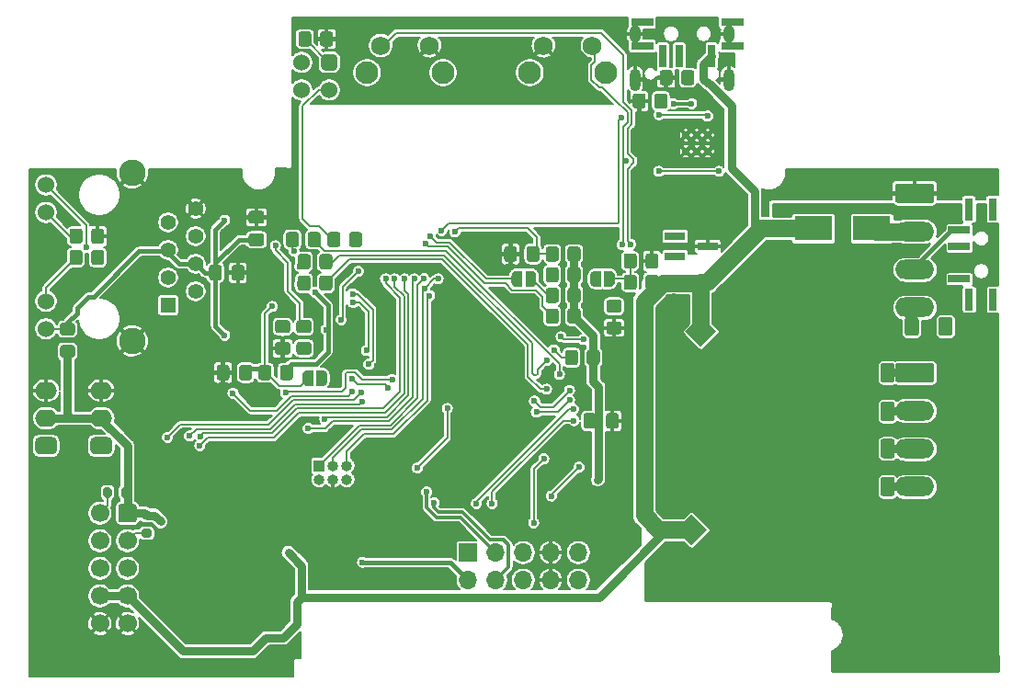
<source format=gtl>
G04 #@! TF.GenerationSoftware,KiCad,Pcbnew,(5.1.8)-1*
G04 #@! TF.CreationDate,2021-11-25T19:50:32+01:00*
G04 #@! TF.ProjectId,sensactHsNano2,73656e73-6163-4744-9873-4e616e6f322e,rev?*
G04 #@! TF.SameCoordinates,Original*
G04 #@! TF.FileFunction,Copper,L1,Top*
G04 #@! TF.FilePolarity,Positive*
%FSLAX46Y46*%
G04 Gerber Fmt 4.6, Leading zero omitted, Abs format (unit mm)*
G04 Created by KiCad (PCBNEW (5.1.8)-1) date 2021-11-25 19:50:32*
%MOMM*%
%LPD*%
G01*
G04 APERTURE LIST*
G04 #@! TA.AperFunction,ComponentPad*
%ADD10O,1.700000X1.700000*%
G04 #@! TD*
G04 #@! TA.AperFunction,ComponentPad*
%ADD11R,1.700000X1.700000*%
G04 #@! TD*
G04 #@! TA.AperFunction,ComponentPad*
%ADD12O,1.000000X1.000000*%
G04 #@! TD*
G04 #@! TA.AperFunction,ComponentPad*
%ADD13R,1.000000X1.000000*%
G04 #@! TD*
G04 #@! TA.AperFunction,ComponentPad*
%ADD14O,2.000000X1.600000*%
G04 #@! TD*
G04 #@! TA.AperFunction,ComponentPad*
%ADD15C,1.700000*%
G04 #@! TD*
G04 #@! TA.AperFunction,ComponentPad*
%ADD16C,0.700000*%
G04 #@! TD*
G04 #@! TA.AperFunction,ComponentPad*
%ADD17C,2.100000*%
G04 #@! TD*
G04 #@! TA.AperFunction,ComponentPad*
%ADD18C,1.750000*%
G04 #@! TD*
G04 #@! TA.AperFunction,ComponentPad*
%ADD19O,1.000000X1.600000*%
G04 #@! TD*
G04 #@! TA.AperFunction,ComponentPad*
%ADD20O,1.000000X2.100000*%
G04 #@! TD*
G04 #@! TA.AperFunction,SMDPad,CuDef*
%ADD21R,0.700000X2.000000*%
G04 #@! TD*
G04 #@! TA.AperFunction,SMDPad,CuDef*
%ADD22R,2.000000X0.800000*%
G04 #@! TD*
G04 #@! TA.AperFunction,SMDPad,CuDef*
%ADD23C,0.100000*%
G04 #@! TD*
G04 #@! TA.AperFunction,SMDPad,CuDef*
%ADD24R,3.500000X2.300000*%
G04 #@! TD*
G04 #@! TA.AperFunction,SMDPad,CuDef*
%ADD25R,2.850000X5.400000*%
G04 #@! TD*
G04 #@! TA.AperFunction,ComponentPad*
%ADD26C,0.600000*%
G04 #@! TD*
G04 #@! TA.AperFunction,ComponentPad*
%ADD27R,1.398000X1.398000*%
G04 #@! TD*
G04 #@! TA.AperFunction,ComponentPad*
%ADD28C,1.398000*%
G04 #@! TD*
G04 #@! TA.AperFunction,ComponentPad*
%ADD29C,1.530000*%
G04 #@! TD*
G04 #@! TA.AperFunction,ComponentPad*
%ADD30C,2.445000*%
G04 #@! TD*
G04 #@! TA.AperFunction,SMDPad,CuDef*
%ADD31R,2.000000X0.700000*%
G04 #@! TD*
G04 #@! TA.AperFunction,SMDPad,CuDef*
%ADD32R,0.800000X2.000000*%
G04 #@! TD*
G04 #@! TA.AperFunction,ComponentPad*
%ADD33C,1.524000*%
G04 #@! TD*
G04 #@! TA.AperFunction,ComponentPad*
%ADD34O,3.600000X1.800000*%
G04 #@! TD*
G04 #@! TA.AperFunction,ComponentPad*
%ADD35C,0.100000*%
G04 #@! TD*
G04 #@! TA.AperFunction,ComponentPad*
%ADD36C,2.000000*%
G04 #@! TD*
G04 #@! TA.AperFunction,SMDPad,CuDef*
%ADD37R,1.900000X0.800000*%
G04 #@! TD*
G04 #@! TA.AperFunction,ViaPad*
%ADD38C,0.600000*%
G04 #@! TD*
G04 #@! TA.AperFunction,ViaPad*
%ADD39C,1.600000*%
G04 #@! TD*
G04 #@! TA.AperFunction,Conductor*
%ADD40C,0.200000*%
G04 #@! TD*
G04 #@! TA.AperFunction,Conductor*
%ADD41C,1.600000*%
G04 #@! TD*
G04 #@! TA.AperFunction,Conductor*
%ADD42C,0.800000*%
G04 #@! TD*
G04 #@! TA.AperFunction,Conductor*
%ADD43C,0.400000*%
G04 #@! TD*
G04 #@! TA.AperFunction,Conductor*
%ADD44C,0.300000*%
G04 #@! TD*
G04 #@! TA.AperFunction,Conductor*
%ADD45C,0.254000*%
G04 #@! TD*
G04 #@! TA.AperFunction,Conductor*
%ADD46C,0.100000*%
G04 #@! TD*
G04 APERTURE END LIST*
G04 #@! TA.AperFunction,SMDPad,CuDef*
G36*
G01*
X157601500Y-130843000D02*
X157601500Y-131793000D01*
G75*
G02*
X157351500Y-132043000I-250000J0D01*
G01*
X156676500Y-132043000D01*
G75*
G02*
X156426500Y-131793000I0J250000D01*
G01*
X156426500Y-130843000D01*
G75*
G02*
X156676500Y-130593000I250000J0D01*
G01*
X157351500Y-130593000D01*
G75*
G02*
X157601500Y-130843000I0J-250000D01*
G01*
G37*
G04 #@! TD.AperFunction*
G04 #@! TA.AperFunction,SMDPad,CuDef*
G36*
G01*
X159676500Y-130843000D02*
X159676500Y-131793000D01*
G75*
G02*
X159426500Y-132043000I-250000J0D01*
G01*
X158751500Y-132043000D01*
G75*
G02*
X158501500Y-131793000I0J250000D01*
G01*
X158501500Y-130843000D01*
G75*
G02*
X158751500Y-130593000I250000J0D01*
G01*
X159426500Y-130593000D01*
G75*
G02*
X159676500Y-130843000I0J-250000D01*
G01*
G37*
G04 #@! TD.AperFunction*
D10*
X155956000Y-145986500D03*
X155956000Y-143446500D03*
X153416000Y-145986500D03*
X153416000Y-143446500D03*
X150876000Y-145986500D03*
X150876000Y-143446500D03*
X148336000Y-145986500D03*
X148336000Y-143446500D03*
X145796000Y-145986500D03*
D11*
X145796000Y-143446500D03*
D12*
X134620000Y-136715500D03*
X134620000Y-135445500D03*
X133350000Y-136715500D03*
X133350000Y-135445500D03*
X132080000Y-136715500D03*
D13*
X132080000Y-135445500D03*
D14*
X106934000Y-128524000D03*
X112014000Y-128524000D03*
X106934000Y-131064000D03*
X112014000Y-131064000D03*
G04 #@! TA.AperFunction,ComponentPad*
G36*
G01*
X107534000Y-134404000D02*
X106334000Y-134404000D01*
G75*
G02*
X105934000Y-134004000I0J400000D01*
G01*
X105934000Y-133204000D01*
G75*
G02*
X106334000Y-132804000I400000J0D01*
G01*
X107534000Y-132804000D01*
G75*
G02*
X107934000Y-133204000I0J-400000D01*
G01*
X107934000Y-134004000D01*
G75*
G02*
X107534000Y-134404000I-400000J0D01*
G01*
G37*
G04 #@! TD.AperFunction*
G04 #@! TA.AperFunction,ComponentPad*
G36*
G01*
X112614000Y-134404000D02*
X111414000Y-134404000D01*
G75*
G02*
X111014000Y-134004000I0J400000D01*
G01*
X111014000Y-133204000D01*
G75*
G02*
X111414000Y-132804000I400000J0D01*
G01*
X112614000Y-132804000D01*
G75*
G02*
X113014000Y-133204000I0J-400000D01*
G01*
X113014000Y-134004000D01*
G75*
G02*
X112614000Y-134404000I-400000J0D01*
G01*
G37*
G04 #@! TD.AperFunction*
G04 #@! TA.AperFunction,SMDPad,CuDef*
G36*
G01*
X162134500Y-117036001D02*
X162134500Y-116135999D01*
G75*
G02*
X162384499Y-115886000I249999J0D01*
G01*
X163084501Y-115886000D01*
G75*
G02*
X163334500Y-116135999I0J-249999D01*
G01*
X163334500Y-117036001D01*
G75*
G02*
X163084501Y-117286000I-249999J0D01*
G01*
X162384499Y-117286000D01*
G75*
G02*
X162134500Y-117036001I0J249999D01*
G01*
G37*
G04 #@! TD.AperFunction*
G04 #@! TA.AperFunction,SMDPad,CuDef*
G36*
G01*
X160134500Y-117036001D02*
X160134500Y-116135999D01*
G75*
G02*
X160384499Y-115886000I249999J0D01*
G01*
X161084501Y-115886000D01*
G75*
G02*
X161334500Y-116135999I0J-249999D01*
G01*
X161334500Y-117036001D01*
G75*
G02*
X161084501Y-117286000I-249999J0D01*
G01*
X160384499Y-117286000D01*
G75*
G02*
X160134500Y-117036001I0J249999D01*
G01*
G37*
G04 #@! TD.AperFunction*
G04 #@! TA.AperFunction,SMDPad,CuDef*
G36*
G01*
X161334500Y-118104499D02*
X161334500Y-119004501D01*
G75*
G02*
X161084501Y-119254500I-249999J0D01*
G01*
X160384499Y-119254500D01*
G75*
G02*
X160134500Y-119004501I0J249999D01*
G01*
X160134500Y-118104499D01*
G75*
G02*
X160384499Y-117854500I249999J0D01*
G01*
X161084501Y-117854500D01*
G75*
G02*
X161334500Y-118104499I0J-249999D01*
G01*
G37*
G04 #@! TD.AperFunction*
G04 #@! TA.AperFunction,SMDPad,CuDef*
G36*
G01*
X163334500Y-118104499D02*
X163334500Y-119004501D01*
G75*
G02*
X163084501Y-119254500I-249999J0D01*
G01*
X162384499Y-119254500D01*
G75*
G02*
X162134500Y-119004501I0J249999D01*
G01*
X162134500Y-118104499D01*
G75*
G02*
X162384499Y-117854500I249999J0D01*
G01*
X163084501Y-117854500D01*
G75*
G02*
X163334500Y-118104499I0J-249999D01*
G01*
G37*
G04 #@! TD.AperFunction*
D15*
X111887000Y-149987000D03*
X111887000Y-147447000D03*
X111887000Y-144907000D03*
X111887000Y-142367000D03*
X111887000Y-139827000D03*
X114427000Y-149987000D03*
X114427000Y-147447000D03*
X114427000Y-144907000D03*
X114427000Y-142367000D03*
G04 #@! TA.AperFunction,ComponentPad*
G36*
G01*
X115277000Y-139227000D02*
X115277000Y-140427000D01*
G75*
G02*
X115027000Y-140677000I-250000J0D01*
G01*
X113827000Y-140677000D01*
G75*
G02*
X113577000Y-140427000I0J250000D01*
G01*
X113577000Y-139227000D01*
G75*
G02*
X113827000Y-138977000I250000J0D01*
G01*
X115027000Y-138977000D01*
G75*
G02*
X115277000Y-139227000I0J-250000D01*
G01*
G37*
G04 #@! TD.AperFunction*
G04 #@! TA.AperFunction,SMDPad,CuDef*
G36*
G01*
X165436500Y-100145001D02*
X165436500Y-99244999D01*
G75*
G02*
X165686499Y-98995000I249999J0D01*
G01*
X166386501Y-98995000D01*
G75*
G02*
X166636500Y-99244999I0J-249999D01*
G01*
X166636500Y-100145001D01*
G75*
G02*
X166386501Y-100395000I-249999J0D01*
G01*
X165686499Y-100395000D01*
G75*
G02*
X165436500Y-100145001I0J249999D01*
G01*
G37*
G04 #@! TD.AperFunction*
G04 #@! TA.AperFunction,SMDPad,CuDef*
G36*
G01*
X163436500Y-100145001D02*
X163436500Y-99244999D01*
G75*
G02*
X163686499Y-98995000I249999J0D01*
G01*
X164386501Y-98995000D01*
G75*
G02*
X164636500Y-99244999I0J-249999D01*
G01*
X164636500Y-100145001D01*
G75*
G02*
X164386501Y-100395000I-249999J0D01*
G01*
X163686499Y-100395000D01*
G75*
G02*
X163436500Y-100145001I0J249999D01*
G01*
G37*
G04 #@! TD.AperFunction*
G04 #@! TA.AperFunction,SMDPad,CuDef*
G36*
G01*
X162960000Y-102304001D02*
X162960000Y-101403999D01*
G75*
G02*
X163209999Y-101154000I249999J0D01*
G01*
X163910001Y-101154000D01*
G75*
G02*
X164160000Y-101403999I0J-249999D01*
G01*
X164160000Y-102304001D01*
G75*
G02*
X163910001Y-102554000I-249999J0D01*
G01*
X163209999Y-102554000D01*
G75*
G02*
X162960000Y-102304001I0J249999D01*
G01*
G37*
G04 #@! TD.AperFunction*
G04 #@! TA.AperFunction,SMDPad,CuDef*
G36*
G01*
X160960000Y-102304001D02*
X160960000Y-101403999D01*
G75*
G02*
X161209999Y-101154000I249999J0D01*
G01*
X161910001Y-101154000D01*
G75*
G02*
X162160000Y-101403999I0J-249999D01*
G01*
X162160000Y-102304001D01*
G75*
G02*
X161910001Y-102554000I-249999J0D01*
G01*
X161209999Y-102554000D01*
G75*
G02*
X160960000Y-102304001I0J249999D01*
G01*
G37*
G04 #@! TD.AperFunction*
D16*
X167878000Y-106491000D03*
X167878000Y-104991000D03*
X165878000Y-106491000D03*
X165878000Y-104991000D03*
X166878000Y-106491000D03*
X166878000Y-104991000D03*
D17*
X151490000Y-99240000D03*
D18*
X152750000Y-96750000D03*
X157250000Y-96750000D03*
D17*
X158500000Y-99240000D03*
X136490000Y-99240000D03*
D18*
X137750000Y-96750000D03*
X142250000Y-96750000D03*
D17*
X143500000Y-99240000D03*
D19*
X169820000Y-95700000D03*
X161180000Y-95700000D03*
D20*
X161180000Y-99880000D03*
X169820000Y-99880000D03*
D21*
X168250000Y-97680000D03*
X165250000Y-97680000D03*
X163750000Y-97680000D03*
D22*
X170150000Y-94570000D03*
X161850000Y-94570000D03*
X161850000Y-96780000D03*
X170150000Y-96780000D03*
G04 #@! TA.AperFunction,SMDPad,CuDef*
G36*
G01*
X127679500Y-126422999D02*
X127679500Y-127323001D01*
G75*
G02*
X127429501Y-127573000I-249999J0D01*
G01*
X126729499Y-127573000D01*
G75*
G02*
X126479500Y-127323001I0J249999D01*
G01*
X126479500Y-126422999D01*
G75*
G02*
X126729499Y-126173000I249999J0D01*
G01*
X127429501Y-126173000D01*
G75*
G02*
X127679500Y-126422999I0J-249999D01*
G01*
G37*
G04 #@! TD.AperFunction*
G04 #@! TA.AperFunction,SMDPad,CuDef*
G36*
G01*
X129679500Y-126422999D02*
X129679500Y-127323001D01*
G75*
G02*
X129429501Y-127573000I-249999J0D01*
G01*
X128729499Y-127573000D01*
G75*
G02*
X128479500Y-127323001I0J249999D01*
G01*
X128479500Y-126422999D01*
G75*
G02*
X128729499Y-126173000I249999J0D01*
G01*
X129429501Y-126173000D01*
G75*
G02*
X129679500Y-126422999I0J-249999D01*
G01*
G37*
G04 #@! TD.AperFunction*
G04 #@! TA.AperFunction,SMDPad,CuDef*
D23*
G36*
X131049000Y-128130398D02*
G01*
X131024466Y-128130398D01*
X130975635Y-128125588D01*
X130927510Y-128116016D01*
X130880555Y-128101772D01*
X130835222Y-128082995D01*
X130791949Y-128059864D01*
X130751150Y-128032604D01*
X130713221Y-128001476D01*
X130678524Y-127966779D01*
X130647396Y-127928850D01*
X130620136Y-127888051D01*
X130597005Y-127844778D01*
X130578228Y-127799445D01*
X130563984Y-127752490D01*
X130554412Y-127704365D01*
X130549602Y-127655534D01*
X130549602Y-127631000D01*
X130549000Y-127631000D01*
X130549000Y-127131000D01*
X130549602Y-127131000D01*
X130549602Y-127106466D01*
X130554412Y-127057635D01*
X130563984Y-127009510D01*
X130578228Y-126962555D01*
X130597005Y-126917222D01*
X130620136Y-126873949D01*
X130647396Y-126833150D01*
X130678524Y-126795221D01*
X130713221Y-126760524D01*
X130751150Y-126729396D01*
X130791949Y-126702136D01*
X130835222Y-126679005D01*
X130880555Y-126660228D01*
X130927510Y-126645984D01*
X130975635Y-126636412D01*
X131024466Y-126631602D01*
X131049000Y-126631602D01*
X131049000Y-126631000D01*
X131549000Y-126631000D01*
X131549000Y-128131000D01*
X131049000Y-128131000D01*
X131049000Y-128130398D01*
G37*
G04 #@! TD.AperFunction*
G04 #@! TA.AperFunction,SMDPad,CuDef*
G36*
X131849000Y-126631000D02*
G01*
X132349000Y-126631000D01*
X132349000Y-126631602D01*
X132373534Y-126631602D01*
X132422365Y-126636412D01*
X132470490Y-126645984D01*
X132517445Y-126660228D01*
X132562778Y-126679005D01*
X132606051Y-126702136D01*
X132646850Y-126729396D01*
X132684779Y-126760524D01*
X132719476Y-126795221D01*
X132750604Y-126833150D01*
X132777864Y-126873949D01*
X132800995Y-126917222D01*
X132819772Y-126962555D01*
X132834016Y-127009510D01*
X132843588Y-127057635D01*
X132848398Y-127106466D01*
X132848398Y-127131000D01*
X132849000Y-127131000D01*
X132849000Y-127631000D01*
X132848398Y-127631000D01*
X132848398Y-127655534D01*
X132843588Y-127704365D01*
X132834016Y-127752490D01*
X132819772Y-127799445D01*
X132800995Y-127844778D01*
X132777864Y-127888051D01*
X132750604Y-127928850D01*
X132719476Y-127966779D01*
X132684779Y-128001476D01*
X132646850Y-128032604D01*
X132606051Y-128059864D01*
X132562778Y-128082995D01*
X132517445Y-128101772D01*
X132470490Y-128116016D01*
X132422365Y-128125588D01*
X132373534Y-128130398D01*
X132349000Y-128130398D01*
X132349000Y-128131000D01*
X131849000Y-128131000D01*
X131849000Y-126631000D01*
G37*
G04 #@! TD.AperFunction*
G04 #@! TA.AperFunction,SMDPad,CuDef*
G36*
G01*
X123819500Y-126398000D02*
X123819500Y-127348000D01*
G75*
G02*
X123569500Y-127598000I-250000J0D01*
G01*
X122894500Y-127598000D01*
G75*
G02*
X122644500Y-127348000I0J250000D01*
G01*
X122644500Y-126398000D01*
G75*
G02*
X122894500Y-126148000I250000J0D01*
G01*
X123569500Y-126148000D01*
G75*
G02*
X123819500Y-126398000I0J-250000D01*
G01*
G37*
G04 #@! TD.AperFunction*
G04 #@! TA.AperFunction,SMDPad,CuDef*
G36*
G01*
X125894500Y-126398000D02*
X125894500Y-127348000D01*
G75*
G02*
X125644500Y-127598000I-250000J0D01*
G01*
X124969500Y-127598000D01*
G75*
G02*
X124719500Y-127348000I0J250000D01*
G01*
X124719500Y-126398000D01*
G75*
G02*
X124969500Y-126148000I250000J0D01*
G01*
X125644500Y-126148000D01*
G75*
G02*
X125894500Y-126398000I0J-250000D01*
G01*
G37*
G04 #@! TD.AperFunction*
D24*
X182976500Y-113588800D03*
X177576500Y-113588800D03*
G04 #@! TA.AperFunction,SMDPad,CuDef*
G36*
G01*
X158799999Y-122150000D02*
X159700001Y-122150000D01*
G75*
G02*
X159950000Y-122399999I0J-249999D01*
G01*
X159950000Y-123100001D01*
G75*
G02*
X159700001Y-123350000I-249999J0D01*
G01*
X158799999Y-123350000D01*
G75*
G02*
X158550000Y-123100001I0J249999D01*
G01*
X158550000Y-122399999D01*
G75*
G02*
X158799999Y-122150000I249999J0D01*
G01*
G37*
G04 #@! TD.AperFunction*
G04 #@! TA.AperFunction,SMDPad,CuDef*
G36*
G01*
X158799999Y-120150000D02*
X159700001Y-120150000D01*
G75*
G02*
X159950000Y-120399999I0J-249999D01*
G01*
X159950000Y-121100001D01*
G75*
G02*
X159700001Y-121350000I-249999J0D01*
G01*
X158799999Y-121350000D01*
G75*
G02*
X158550000Y-121100001I0J249999D01*
G01*
X158550000Y-120399999D01*
G75*
G02*
X158799999Y-120150000I249999J0D01*
G01*
G37*
G04 #@! TD.AperFunction*
G04 #@! TA.AperFunction,SMDPad,CuDef*
G36*
G01*
X132099000Y-117099501D02*
X132099000Y-116199499D01*
G75*
G02*
X132348999Y-115949500I249999J0D01*
G01*
X133049001Y-115949500D01*
G75*
G02*
X133299000Y-116199499I0J-249999D01*
G01*
X133299000Y-117099501D01*
G75*
G02*
X133049001Y-117349500I-249999J0D01*
G01*
X132348999Y-117349500D01*
G75*
G02*
X132099000Y-117099501I0J249999D01*
G01*
G37*
G04 #@! TD.AperFunction*
G04 #@! TA.AperFunction,SMDPad,CuDef*
G36*
G01*
X130099000Y-117099501D02*
X130099000Y-116199499D01*
G75*
G02*
X130348999Y-115949500I249999J0D01*
G01*
X131049001Y-115949500D01*
G75*
G02*
X131299000Y-116199499I0J-249999D01*
G01*
X131299000Y-117099501D01*
G75*
G02*
X131049001Y-117349500I-249999J0D01*
G01*
X130348999Y-117349500D01*
G75*
G02*
X130099000Y-117099501I0J249999D01*
G01*
G37*
G04 #@! TD.AperFunction*
G04 #@! TA.AperFunction,SMDPad,CuDef*
G36*
G01*
X131299000Y-118167999D02*
X131299000Y-119068001D01*
G75*
G02*
X131049001Y-119318000I-249999J0D01*
G01*
X130348999Y-119318000D01*
G75*
G02*
X130099000Y-119068001I0J249999D01*
G01*
X130099000Y-118167999D01*
G75*
G02*
X130348999Y-117918000I249999J0D01*
G01*
X131049001Y-117918000D01*
G75*
G02*
X131299000Y-118167999I0J-249999D01*
G01*
G37*
G04 #@! TD.AperFunction*
G04 #@! TA.AperFunction,SMDPad,CuDef*
G36*
G01*
X133299000Y-118167999D02*
X133299000Y-119068001D01*
G75*
G02*
X133049001Y-119318000I-249999J0D01*
G01*
X132348999Y-119318000D01*
G75*
G02*
X132099000Y-119068001I0J249999D01*
G01*
X132099000Y-118167999D01*
G75*
G02*
X132348999Y-117918000I249999J0D01*
G01*
X133049001Y-117918000D01*
G75*
G02*
X133299000Y-118167999I0J-249999D01*
G01*
G37*
G04 #@! TD.AperFunction*
G04 #@! TA.AperFunction,SMDPad,CuDef*
G36*
G01*
X130219500Y-114167499D02*
X130219500Y-115067501D01*
G75*
G02*
X129969501Y-115317500I-249999J0D01*
G01*
X129269499Y-115317500D01*
G75*
G02*
X129019500Y-115067501I0J249999D01*
G01*
X129019500Y-114167499D01*
G75*
G02*
X129269499Y-113917500I249999J0D01*
G01*
X129969501Y-113917500D01*
G75*
G02*
X130219500Y-114167499I0J-249999D01*
G01*
G37*
G04 #@! TD.AperFunction*
G04 #@! TA.AperFunction,SMDPad,CuDef*
G36*
G01*
X132219500Y-114167499D02*
X132219500Y-115067501D01*
G75*
G02*
X131969501Y-115317500I-249999J0D01*
G01*
X131269499Y-115317500D01*
G75*
G02*
X131019500Y-115067501I0J249999D01*
G01*
X131019500Y-114167499D01*
G75*
G02*
X131269499Y-113917500I249999J0D01*
G01*
X131969501Y-113917500D01*
G75*
G02*
X132219500Y-114167499I0J-249999D01*
G01*
G37*
G04 #@! TD.AperFunction*
G04 #@! TA.AperFunction,SMDPad,CuDef*
G36*
G01*
X128264499Y-124034500D02*
X129164501Y-124034500D01*
G75*
G02*
X129414500Y-124284499I0J-249999D01*
G01*
X129414500Y-124984501D01*
G75*
G02*
X129164501Y-125234500I-249999J0D01*
G01*
X128264499Y-125234500D01*
G75*
G02*
X128014500Y-124984501I0J249999D01*
G01*
X128014500Y-124284499D01*
G75*
G02*
X128264499Y-124034500I249999J0D01*
G01*
G37*
G04 #@! TD.AperFunction*
G04 #@! TA.AperFunction,SMDPad,CuDef*
G36*
G01*
X128264499Y-122034500D02*
X129164501Y-122034500D01*
G75*
G02*
X129414500Y-122284499I0J-249999D01*
G01*
X129414500Y-122984501D01*
G75*
G02*
X129164501Y-123234500I-249999J0D01*
G01*
X128264499Y-123234500D01*
G75*
G02*
X128014500Y-122984501I0J249999D01*
G01*
X128014500Y-122284499D01*
G75*
G02*
X128264499Y-122034500I249999J0D01*
G01*
G37*
G04 #@! TD.AperFunction*
G04 #@! TA.AperFunction,SMDPad,CuDef*
G36*
G01*
X131133001Y-123234500D02*
X130232999Y-123234500D01*
G75*
G02*
X129983000Y-122984501I0J249999D01*
G01*
X129983000Y-122284499D01*
G75*
G02*
X130232999Y-122034500I249999J0D01*
G01*
X131133001Y-122034500D01*
G75*
G02*
X131383000Y-122284499I0J-249999D01*
G01*
X131383000Y-122984501D01*
G75*
G02*
X131133001Y-123234500I-249999J0D01*
G01*
G37*
G04 #@! TD.AperFunction*
G04 #@! TA.AperFunction,SMDPad,CuDef*
G36*
G01*
X131133001Y-125234500D02*
X130232999Y-125234500D01*
G75*
G02*
X129983000Y-124984501I0J249999D01*
G01*
X129983000Y-124284499D01*
G75*
G02*
X130232999Y-124034500I249999J0D01*
G01*
X131133001Y-124034500D01*
G75*
G02*
X131383000Y-124284499I0J-249999D01*
G01*
X131383000Y-124984501D01*
G75*
G02*
X131133001Y-125234500I-249999J0D01*
G01*
G37*
G04 #@! TD.AperFunction*
G04 #@! TA.AperFunction,SMDPad,CuDef*
G36*
G01*
X150299000Y-115476000D02*
X150299000Y-116426000D01*
G75*
G02*
X150049000Y-116676000I-250000J0D01*
G01*
X149374000Y-116676000D01*
G75*
G02*
X149124000Y-116426000I0J250000D01*
G01*
X149124000Y-115476000D01*
G75*
G02*
X149374000Y-115226000I250000J0D01*
G01*
X150049000Y-115226000D01*
G75*
G02*
X150299000Y-115476000I0J-250000D01*
G01*
G37*
G04 #@! TD.AperFunction*
G04 #@! TA.AperFunction,SMDPad,CuDef*
G36*
G01*
X152374000Y-115476000D02*
X152374000Y-116426000D01*
G75*
G02*
X152124000Y-116676000I-250000J0D01*
G01*
X151449000Y-116676000D01*
G75*
G02*
X151199000Y-116426000I0J250000D01*
G01*
X151199000Y-115476000D01*
G75*
G02*
X151449000Y-115226000I250000J0D01*
G01*
X152124000Y-115226000D01*
G75*
G02*
X152374000Y-115476000I0J-250000D01*
G01*
G37*
G04 #@! TD.AperFunction*
G04 #@! TA.AperFunction,SMDPad,CuDef*
G36*
G01*
X154159000Y-119310999D02*
X154159000Y-120211001D01*
G75*
G02*
X153909001Y-120461000I-249999J0D01*
G01*
X153208999Y-120461000D01*
G75*
G02*
X152959000Y-120211001I0J249999D01*
G01*
X152959000Y-119310999D01*
G75*
G02*
X153208999Y-119061000I249999J0D01*
G01*
X153909001Y-119061000D01*
G75*
G02*
X154159000Y-119310999I0J-249999D01*
G01*
G37*
G04 #@! TD.AperFunction*
G04 #@! TA.AperFunction,SMDPad,CuDef*
G36*
G01*
X156159000Y-119310999D02*
X156159000Y-120211001D01*
G75*
G02*
X155909001Y-120461000I-249999J0D01*
G01*
X155208999Y-120461000D01*
G75*
G02*
X154959000Y-120211001I0J249999D01*
G01*
X154959000Y-119310999D01*
G75*
G02*
X155208999Y-119061000I249999J0D01*
G01*
X155909001Y-119061000D01*
G75*
G02*
X156159000Y-119310999I0J-249999D01*
G01*
G37*
G04 #@! TD.AperFunction*
G04 #@! TA.AperFunction,SMDPad,CuDef*
G36*
G01*
X154159000Y-117405999D02*
X154159000Y-118306001D01*
G75*
G02*
X153909001Y-118556000I-249999J0D01*
G01*
X153208999Y-118556000D01*
G75*
G02*
X152959000Y-118306001I0J249999D01*
G01*
X152959000Y-117405999D01*
G75*
G02*
X153208999Y-117156000I249999J0D01*
G01*
X153909001Y-117156000D01*
G75*
G02*
X154159000Y-117405999I0J-249999D01*
G01*
G37*
G04 #@! TD.AperFunction*
G04 #@! TA.AperFunction,SMDPad,CuDef*
G36*
G01*
X156159000Y-117405999D02*
X156159000Y-118306001D01*
G75*
G02*
X155909001Y-118556000I-249999J0D01*
G01*
X155208999Y-118556000D01*
G75*
G02*
X154959000Y-118306001I0J249999D01*
G01*
X154959000Y-117405999D01*
G75*
G02*
X155208999Y-117156000I249999J0D01*
G01*
X155909001Y-117156000D01*
G75*
G02*
X156159000Y-117405999I0J-249999D01*
G01*
G37*
G04 #@! TD.AperFunction*
G04 #@! TA.AperFunction,SMDPad,CuDef*
G36*
G01*
X154159000Y-115500999D02*
X154159000Y-116401001D01*
G75*
G02*
X153909001Y-116651000I-249999J0D01*
G01*
X153208999Y-116651000D01*
G75*
G02*
X152959000Y-116401001I0J249999D01*
G01*
X152959000Y-115500999D01*
G75*
G02*
X153208999Y-115251000I249999J0D01*
G01*
X153909001Y-115251000D01*
G75*
G02*
X154159000Y-115500999I0J-249999D01*
G01*
G37*
G04 #@! TD.AperFunction*
G04 #@! TA.AperFunction,SMDPad,CuDef*
G36*
G01*
X156159000Y-115500999D02*
X156159000Y-116401001D01*
G75*
G02*
X155909001Y-116651000I-249999J0D01*
G01*
X155208999Y-116651000D01*
G75*
G02*
X154959000Y-116401001I0J249999D01*
G01*
X154959000Y-115500999D01*
G75*
G02*
X155208999Y-115251000I249999J0D01*
G01*
X155909001Y-115251000D01*
G75*
G02*
X156159000Y-115500999I0J-249999D01*
G01*
G37*
G04 #@! TD.AperFunction*
G04 #@! TA.AperFunction,SMDPad,CuDef*
G36*
G01*
X154159000Y-121215999D02*
X154159000Y-122116001D01*
G75*
G02*
X153909001Y-122366000I-249999J0D01*
G01*
X153208999Y-122366000D01*
G75*
G02*
X152959000Y-122116001I0J249999D01*
G01*
X152959000Y-121215999D01*
G75*
G02*
X153208999Y-120966000I249999J0D01*
G01*
X153909001Y-120966000D01*
G75*
G02*
X154159000Y-121215999I0J-249999D01*
G01*
G37*
G04 #@! TD.AperFunction*
G04 #@! TA.AperFunction,SMDPad,CuDef*
G36*
G01*
X156159000Y-121215999D02*
X156159000Y-122116001D01*
G75*
G02*
X155909001Y-122366000I-249999J0D01*
G01*
X155208999Y-122366000D01*
G75*
G02*
X154959000Y-122116001I0J249999D01*
G01*
X154959000Y-121215999D01*
G75*
G02*
X155208999Y-120966000I249999J0D01*
G01*
X155909001Y-120966000D01*
G75*
G02*
X156159000Y-121215999I0J-249999D01*
G01*
G37*
G04 #@! TD.AperFunction*
G04 #@! TA.AperFunction,SMDPad,CuDef*
G36*
G01*
X155937000Y-125025999D02*
X155937000Y-125926001D01*
G75*
G02*
X155687001Y-126176000I-249999J0D01*
G01*
X154986999Y-126176000D01*
G75*
G02*
X154737000Y-125926001I0J249999D01*
G01*
X154737000Y-125025999D01*
G75*
G02*
X154986999Y-124776000I249999J0D01*
G01*
X155687001Y-124776000D01*
G75*
G02*
X155937000Y-125025999I0J-249999D01*
G01*
G37*
G04 #@! TD.AperFunction*
G04 #@! TA.AperFunction,SMDPad,CuDef*
G36*
G01*
X157937000Y-125025999D02*
X157937000Y-125926001D01*
G75*
G02*
X157687001Y-126176000I-249999J0D01*
G01*
X156986999Y-126176000D01*
G75*
G02*
X156737000Y-125926001I0J249999D01*
G01*
X156737000Y-125025999D01*
G75*
G02*
X156986999Y-124776000I249999J0D01*
G01*
X157687001Y-124776000D01*
G75*
G02*
X157937000Y-125025999I0J-249999D01*
G01*
G37*
G04 #@! TD.AperFunction*
G04 #@! TA.AperFunction,SMDPad,CuDef*
G36*
G01*
X112986000Y-137647000D02*
X112986000Y-138197000D01*
G75*
G02*
X112786000Y-138397000I-200000J0D01*
G01*
X112386000Y-138397000D01*
G75*
G02*
X112186000Y-138197000I0J200000D01*
G01*
X112186000Y-137647000D01*
G75*
G02*
X112386000Y-137447000I200000J0D01*
G01*
X112786000Y-137447000D01*
G75*
G02*
X112986000Y-137647000I0J-200000D01*
G01*
G37*
G04 #@! TD.AperFunction*
G04 #@! TA.AperFunction,SMDPad,CuDef*
G36*
G01*
X114636000Y-137647000D02*
X114636000Y-138197000D01*
G75*
G02*
X114436000Y-138397000I-200000J0D01*
G01*
X114036000Y-138397000D01*
G75*
G02*
X113836000Y-138197000I0J200000D01*
G01*
X113836000Y-137647000D01*
G75*
G02*
X114036000Y-137447000I200000J0D01*
G01*
X114436000Y-137447000D01*
G75*
G02*
X114636000Y-137647000I0J-200000D01*
G01*
G37*
G04 #@! TD.AperFunction*
G04 #@! TA.AperFunction,SMDPad,CuDef*
G36*
G01*
X115930000Y-141268000D02*
X116480000Y-141268000D01*
G75*
G02*
X116680000Y-141468000I0J-200000D01*
G01*
X116680000Y-141868000D01*
G75*
G02*
X116480000Y-142068000I-200000J0D01*
G01*
X115930000Y-142068000D01*
G75*
G02*
X115730000Y-141868000I0J200000D01*
G01*
X115730000Y-141468000D01*
G75*
G02*
X115930000Y-141268000I200000J0D01*
G01*
G37*
G04 #@! TD.AperFunction*
G04 #@! TA.AperFunction,SMDPad,CuDef*
G36*
G01*
X115930000Y-139618000D02*
X116480000Y-139618000D01*
G75*
G02*
X116680000Y-139818000I0J-200000D01*
G01*
X116680000Y-140218000D01*
G75*
G02*
X116480000Y-140418000I-200000J0D01*
G01*
X115930000Y-140418000D01*
G75*
G02*
X115730000Y-140218000I0J200000D01*
G01*
X115730000Y-139818000D01*
G75*
G02*
X115930000Y-139618000I200000J0D01*
G01*
G37*
G04 #@! TD.AperFunction*
D25*
X166818000Y-132192000D03*
D26*
X167943000Y-129792000D03*
X165693000Y-129792000D03*
X167943000Y-131392000D03*
X165693000Y-131392000D03*
X167943000Y-132992000D03*
X165693000Y-132992000D03*
X167943000Y-134592000D03*
X165693000Y-134592000D03*
D27*
X118171500Y-120655000D03*
D28*
X120711500Y-119385000D03*
X118171500Y-118115000D03*
X120711500Y-116845000D03*
X118171500Y-115575000D03*
X120711500Y-114305000D03*
X118171500Y-113035000D03*
X120711500Y-111765000D03*
D29*
X106921500Y-122830000D03*
X106921500Y-120290000D03*
X106921500Y-109580000D03*
X106921500Y-112120000D03*
D30*
X114871500Y-123950000D03*
X114871500Y-108460000D03*
G04 #@! TA.AperFunction,SMDPad,CuDef*
G36*
G01*
X124021000Y-118140500D02*
X124021000Y-117190500D01*
G75*
G02*
X124271000Y-116940500I250000J0D01*
G01*
X124946000Y-116940500D01*
G75*
G02*
X125196000Y-117190500I0J-250000D01*
G01*
X125196000Y-118140500D01*
G75*
G02*
X124946000Y-118390500I-250000J0D01*
G01*
X124271000Y-118390500D01*
G75*
G02*
X124021000Y-118140500I0J250000D01*
G01*
G37*
G04 #@! TD.AperFunction*
G04 #@! TA.AperFunction,SMDPad,CuDef*
G36*
G01*
X121946000Y-118140500D02*
X121946000Y-117190500D01*
G75*
G02*
X122196000Y-116940500I250000J0D01*
G01*
X122871000Y-116940500D01*
G75*
G02*
X123121000Y-117190500I0J-250000D01*
G01*
X123121000Y-118140500D01*
G75*
G02*
X122871000Y-118390500I-250000J0D01*
G01*
X122196000Y-118390500D01*
G75*
G02*
X121946000Y-118140500I0J250000D01*
G01*
G37*
G04 #@! TD.AperFunction*
G04 #@! TA.AperFunction,SMDPad,CuDef*
G36*
G01*
X108452499Y-124338500D02*
X109352501Y-124338500D01*
G75*
G02*
X109602500Y-124588499I0J-249999D01*
G01*
X109602500Y-125238501D01*
G75*
G02*
X109352501Y-125488500I-249999J0D01*
G01*
X108452499Y-125488500D01*
G75*
G02*
X108202500Y-125238501I0J249999D01*
G01*
X108202500Y-124588499D01*
G75*
G02*
X108452499Y-124338500I249999J0D01*
G01*
G37*
G04 #@! TD.AperFunction*
G04 #@! TA.AperFunction,SMDPad,CuDef*
G36*
G01*
X108452499Y-122288500D02*
X109352501Y-122288500D01*
G75*
G02*
X109602500Y-122538499I0J-249999D01*
G01*
X109602500Y-123188501D01*
G75*
G02*
X109352501Y-123438500I-249999J0D01*
G01*
X108452499Y-123438500D01*
G75*
G02*
X108202500Y-123188501I0J249999D01*
G01*
X108202500Y-122538499D01*
G75*
G02*
X108452499Y-122288500I249999J0D01*
G01*
G37*
G04 #@! TD.AperFunction*
G04 #@! TA.AperFunction,SMDPad,CuDef*
D23*
G36*
X158828500Y-117487602D02*
G01*
X158853034Y-117487602D01*
X158901865Y-117492412D01*
X158949990Y-117501984D01*
X158996945Y-117516228D01*
X159042278Y-117535005D01*
X159085551Y-117558136D01*
X159126350Y-117585396D01*
X159164279Y-117616524D01*
X159198976Y-117651221D01*
X159230104Y-117689150D01*
X159257364Y-117729949D01*
X159280495Y-117773222D01*
X159299272Y-117818555D01*
X159313516Y-117865510D01*
X159323088Y-117913635D01*
X159327898Y-117962466D01*
X159327898Y-117987000D01*
X159328500Y-117987000D01*
X159328500Y-118487000D01*
X159327898Y-118487000D01*
X159327898Y-118511534D01*
X159323088Y-118560365D01*
X159313516Y-118608490D01*
X159299272Y-118655445D01*
X159280495Y-118700778D01*
X159257364Y-118744051D01*
X159230104Y-118784850D01*
X159198976Y-118822779D01*
X159164279Y-118857476D01*
X159126350Y-118888604D01*
X159085551Y-118915864D01*
X159042278Y-118938995D01*
X158996945Y-118957772D01*
X158949990Y-118972016D01*
X158901865Y-118981588D01*
X158853034Y-118986398D01*
X158828500Y-118986398D01*
X158828500Y-118987000D01*
X158328500Y-118987000D01*
X158328500Y-117487000D01*
X158828500Y-117487000D01*
X158828500Y-117487602D01*
G37*
G04 #@! TD.AperFunction*
G04 #@! TA.AperFunction,SMDPad,CuDef*
G36*
X158028500Y-118987000D02*
G01*
X157528500Y-118987000D01*
X157528500Y-118986398D01*
X157503966Y-118986398D01*
X157455135Y-118981588D01*
X157407010Y-118972016D01*
X157360055Y-118957772D01*
X157314722Y-118938995D01*
X157271449Y-118915864D01*
X157230650Y-118888604D01*
X157192721Y-118857476D01*
X157158024Y-118822779D01*
X157126896Y-118784850D01*
X157099636Y-118744051D01*
X157076505Y-118700778D01*
X157057728Y-118655445D01*
X157043484Y-118608490D01*
X157033912Y-118560365D01*
X157029102Y-118511534D01*
X157029102Y-118487000D01*
X157028500Y-118487000D01*
X157028500Y-117987000D01*
X157029102Y-117987000D01*
X157029102Y-117962466D01*
X157033912Y-117913635D01*
X157043484Y-117865510D01*
X157057728Y-117818555D01*
X157076505Y-117773222D01*
X157099636Y-117729949D01*
X157126896Y-117689150D01*
X157158024Y-117651221D01*
X157192721Y-117616524D01*
X157230650Y-117585396D01*
X157271449Y-117558136D01*
X157314722Y-117535005D01*
X157360055Y-117516228D01*
X157407010Y-117501984D01*
X157455135Y-117492412D01*
X157503966Y-117487602D01*
X157528500Y-117487602D01*
X157528500Y-117487000D01*
X158028500Y-117487000D01*
X158028500Y-118987000D01*
G37*
G04 #@! TD.AperFunction*
G04 #@! TA.AperFunction,SMDPad,CuDef*
G36*
X150289500Y-118986398D02*
G01*
X150264966Y-118986398D01*
X150216135Y-118981588D01*
X150168010Y-118972016D01*
X150121055Y-118957772D01*
X150075722Y-118938995D01*
X150032449Y-118915864D01*
X149991650Y-118888604D01*
X149953721Y-118857476D01*
X149919024Y-118822779D01*
X149887896Y-118784850D01*
X149860636Y-118744051D01*
X149837505Y-118700778D01*
X149818728Y-118655445D01*
X149804484Y-118608490D01*
X149794912Y-118560365D01*
X149790102Y-118511534D01*
X149790102Y-118487000D01*
X149789500Y-118487000D01*
X149789500Y-117987000D01*
X149790102Y-117987000D01*
X149790102Y-117962466D01*
X149794912Y-117913635D01*
X149804484Y-117865510D01*
X149818728Y-117818555D01*
X149837505Y-117773222D01*
X149860636Y-117729949D01*
X149887896Y-117689150D01*
X149919024Y-117651221D01*
X149953721Y-117616524D01*
X149991650Y-117585396D01*
X150032449Y-117558136D01*
X150075722Y-117535005D01*
X150121055Y-117516228D01*
X150168010Y-117501984D01*
X150216135Y-117492412D01*
X150264966Y-117487602D01*
X150289500Y-117487602D01*
X150289500Y-117487000D01*
X150789500Y-117487000D01*
X150789500Y-118987000D01*
X150289500Y-118987000D01*
X150289500Y-118986398D01*
G37*
G04 #@! TD.AperFunction*
G04 #@! TA.AperFunction,SMDPad,CuDef*
G36*
X151089500Y-117487000D02*
G01*
X151589500Y-117487000D01*
X151589500Y-117487602D01*
X151614034Y-117487602D01*
X151662865Y-117492412D01*
X151710990Y-117501984D01*
X151757945Y-117516228D01*
X151803278Y-117535005D01*
X151846551Y-117558136D01*
X151887350Y-117585396D01*
X151925279Y-117616524D01*
X151959976Y-117651221D01*
X151991104Y-117689150D01*
X152018364Y-117729949D01*
X152041495Y-117773222D01*
X152060272Y-117818555D01*
X152074516Y-117865510D01*
X152084088Y-117913635D01*
X152088898Y-117962466D01*
X152088898Y-117987000D01*
X152089500Y-117987000D01*
X152089500Y-118487000D01*
X152088898Y-118487000D01*
X152088898Y-118511534D01*
X152084088Y-118560365D01*
X152074516Y-118608490D01*
X152060272Y-118655445D01*
X152041495Y-118700778D01*
X152018364Y-118744051D01*
X151991104Y-118784850D01*
X151959976Y-118822779D01*
X151925279Y-118857476D01*
X151887350Y-118888604D01*
X151846551Y-118915864D01*
X151803278Y-118938995D01*
X151757945Y-118957772D01*
X151710990Y-118972016D01*
X151662865Y-118981588D01*
X151614034Y-118986398D01*
X151589500Y-118986398D01*
X151589500Y-118987000D01*
X151089500Y-118987000D01*
X151089500Y-117487000D01*
G37*
G04 #@! TD.AperFunction*
D31*
X191030000Y-118226400D03*
X191030000Y-115226400D03*
X191030000Y-113726400D03*
D32*
X194140000Y-120126400D03*
X194140000Y-111826400D03*
X191930000Y-111826400D03*
X191930000Y-120126400D03*
D33*
X130480000Y-100838000D03*
X133020000Y-100838000D03*
X130480000Y-98298000D03*
G04 #@! TA.AperFunction,ComponentPad*
G36*
G01*
X132258000Y-98679000D02*
X132258000Y-97917000D01*
G75*
G02*
X132639000Y-97536000I381000J0D01*
G01*
X133401000Y-97536000D01*
G75*
G02*
X133782000Y-97917000I0J-381000D01*
G01*
X133782000Y-98679000D01*
G75*
G02*
X133401000Y-99060000I-381000J0D01*
G01*
X132639000Y-99060000D01*
G75*
G02*
X132258000Y-98679000I0J381000D01*
G01*
G37*
G04 #@! TD.AperFunction*
D34*
X186944000Y-137373000D03*
X186944000Y-133873000D03*
X186944000Y-130373000D03*
G04 #@! TA.AperFunction,ComponentPad*
G36*
G01*
X185394000Y-125973000D02*
X188494000Y-125973000D01*
G75*
G02*
X188744000Y-126223000I0J-250000D01*
G01*
X188744000Y-127523000D01*
G75*
G02*
X188494000Y-127773000I-250000J0D01*
G01*
X185394000Y-127773000D01*
G75*
G02*
X185144000Y-127523000I0J250000D01*
G01*
X185144000Y-126223000D01*
G75*
G02*
X185394000Y-125973000I250000J0D01*
G01*
G37*
G04 #@! TD.AperFunction*
G04 #@! TA.AperFunction,ComponentPad*
D35*
G36*
X166370000Y-139936786D02*
G01*
X167784214Y-141351000D01*
X166370000Y-142765214D01*
X164955786Y-141351000D01*
X166370000Y-139936786D01*
G37*
G04 #@! TD.AperFunction*
D36*
X163895126Y-143825874D03*
G04 #@! TA.AperFunction,SMDPad,CuDef*
G36*
G01*
X132162500Y-96589001D02*
X132162500Y-95688999D01*
G75*
G02*
X132412499Y-95439000I249999J0D01*
G01*
X133112501Y-95439000D01*
G75*
G02*
X133362500Y-95688999I0J-249999D01*
G01*
X133362500Y-96589001D01*
G75*
G02*
X133112501Y-96839000I-249999J0D01*
G01*
X132412499Y-96839000D01*
G75*
G02*
X132162500Y-96589001I0J249999D01*
G01*
G37*
G04 #@! TD.AperFunction*
G04 #@! TA.AperFunction,SMDPad,CuDef*
G36*
G01*
X130162500Y-96589001D02*
X130162500Y-95688999D01*
G75*
G02*
X130412499Y-95439000I249999J0D01*
G01*
X131112501Y-95439000D01*
G75*
G02*
X131362500Y-95688999I0J-249999D01*
G01*
X131362500Y-96589001D01*
G75*
G02*
X131112501Y-96839000I-249999J0D01*
G01*
X130412499Y-96839000D01*
G75*
G02*
X130162500Y-96589001I0J249999D01*
G01*
G37*
G04 #@! TD.AperFunction*
G04 #@! TA.AperFunction,SMDPad,CuDef*
G36*
G01*
X134845500Y-115067501D02*
X134845500Y-114167499D01*
G75*
G02*
X135095499Y-113917500I249999J0D01*
G01*
X135795501Y-113917500D01*
G75*
G02*
X136045500Y-114167499I0J-249999D01*
G01*
X136045500Y-115067501D01*
G75*
G02*
X135795501Y-115317500I-249999J0D01*
G01*
X135095499Y-115317500D01*
G75*
G02*
X134845500Y-115067501I0J249999D01*
G01*
G37*
G04 #@! TD.AperFunction*
G04 #@! TA.AperFunction,SMDPad,CuDef*
G36*
G01*
X132845500Y-115067501D02*
X132845500Y-114167499D01*
G75*
G02*
X133095499Y-113917500I249999J0D01*
G01*
X133795501Y-113917500D01*
G75*
G02*
X134045500Y-114167499I0J-249999D01*
G01*
X134045500Y-115067501D01*
G75*
G02*
X133795501Y-115317500I-249999J0D01*
G01*
X133095499Y-115317500D01*
G75*
G02*
X132845500Y-115067501I0J249999D01*
G01*
G37*
G04 #@! TD.AperFunction*
D37*
X167870000Y-115252500D03*
X164870000Y-116202500D03*
X164870000Y-114302500D03*
G04 #@! TA.AperFunction,ComponentPad*
D35*
G36*
X168632214Y-123063000D02*
G01*
X167218000Y-124477214D01*
X165803786Y-123063000D01*
X167218000Y-121648786D01*
X168632214Y-123063000D01*
G37*
G04 #@! TD.AperFunction*
D36*
X164743126Y-120588126D03*
D34*
X186944000Y-120863000D03*
X186944000Y-117363000D03*
X186944000Y-113863000D03*
G04 #@! TA.AperFunction,ComponentPad*
G36*
G01*
X185394000Y-109463000D02*
X188494000Y-109463000D01*
G75*
G02*
X188744000Y-109713000I0J-250000D01*
G01*
X188744000Y-111013000D01*
G75*
G02*
X188494000Y-111263000I-250000J0D01*
G01*
X185394000Y-111263000D01*
G75*
G02*
X185144000Y-111013000I0J250000D01*
G01*
X185144000Y-109713000D01*
G75*
G02*
X185394000Y-109463000I250000J0D01*
G01*
G37*
G04 #@! TD.AperFunction*
G04 #@! TA.AperFunction,SMDPad,CuDef*
G36*
G01*
X110280500Y-115818499D02*
X110280500Y-116718501D01*
G75*
G02*
X110030501Y-116968500I-249999J0D01*
G01*
X109330499Y-116968500D01*
G75*
G02*
X109080500Y-116718501I0J249999D01*
G01*
X109080500Y-115818499D01*
G75*
G02*
X109330499Y-115568500I249999J0D01*
G01*
X110030501Y-115568500D01*
G75*
G02*
X110280500Y-115818499I0J-249999D01*
G01*
G37*
G04 #@! TD.AperFunction*
G04 #@! TA.AperFunction,SMDPad,CuDef*
G36*
G01*
X112280500Y-115818499D02*
X112280500Y-116718501D01*
G75*
G02*
X112030501Y-116968500I-249999J0D01*
G01*
X111330499Y-116968500D01*
G75*
G02*
X111080500Y-116718501I0J249999D01*
G01*
X111080500Y-115818499D01*
G75*
G02*
X111330499Y-115568500I249999J0D01*
G01*
X112030501Y-115568500D01*
G75*
G02*
X112280500Y-115818499I0J-249999D01*
G01*
G37*
G04 #@! TD.AperFunction*
G04 #@! TA.AperFunction,SMDPad,CuDef*
G36*
G01*
X111080500Y-114750001D02*
X111080500Y-113849999D01*
G75*
G02*
X111330499Y-113600000I249999J0D01*
G01*
X112030501Y-113600000D01*
G75*
G02*
X112280500Y-113849999I0J-249999D01*
G01*
X112280500Y-114750001D01*
G75*
G02*
X112030501Y-115000000I-249999J0D01*
G01*
X111330499Y-115000000D01*
G75*
G02*
X111080500Y-114750001I0J249999D01*
G01*
G37*
G04 #@! TD.AperFunction*
G04 #@! TA.AperFunction,SMDPad,CuDef*
G36*
G01*
X109080500Y-114750001D02*
X109080500Y-113849999D01*
G75*
G02*
X109330499Y-113600000I249999J0D01*
G01*
X110030501Y-113600000D01*
G75*
G02*
X110280500Y-113849999I0J-249999D01*
G01*
X110280500Y-114750001D01*
G75*
G02*
X110030501Y-115000000I-249999J0D01*
G01*
X109330499Y-115000000D01*
G75*
G02*
X109080500Y-114750001I0J249999D01*
G01*
G37*
G04 #@! TD.AperFunction*
G04 #@! TA.AperFunction,SMDPad,CuDef*
G36*
G01*
X187314000Y-121993499D02*
X187314000Y-123243501D01*
G75*
G02*
X187064001Y-123493500I-249999J0D01*
G01*
X186263999Y-123493500D01*
G75*
G02*
X186014000Y-123243501I0J249999D01*
G01*
X186014000Y-121993499D01*
G75*
G02*
X186263999Y-121743500I249999J0D01*
G01*
X187064001Y-121743500D01*
G75*
G02*
X187314000Y-121993499I0J-249999D01*
G01*
G37*
G04 #@! TD.AperFunction*
G04 #@! TA.AperFunction,SMDPad,CuDef*
G36*
G01*
X190414000Y-121993499D02*
X190414000Y-123243501D01*
G75*
G02*
X190164001Y-123493500I-249999J0D01*
G01*
X189363999Y-123493500D01*
G75*
G02*
X189114000Y-123243501I0J249999D01*
G01*
X189114000Y-121993499D01*
G75*
G02*
X189363999Y-121743500I249999J0D01*
G01*
X190164001Y-121743500D01*
G75*
G02*
X190414000Y-121993499I0J-249999D01*
G01*
G37*
G04 #@! TD.AperFunction*
G04 #@! TA.AperFunction,SMDPad,CuDef*
G36*
G01*
X126776500Y-113151500D02*
X125826500Y-113151500D01*
G75*
G02*
X125576500Y-112901500I0J250000D01*
G01*
X125576500Y-112226500D01*
G75*
G02*
X125826500Y-111976500I250000J0D01*
G01*
X126776500Y-111976500D01*
G75*
G02*
X127026500Y-112226500I0J-250000D01*
G01*
X127026500Y-112901500D01*
G75*
G02*
X126776500Y-113151500I-250000J0D01*
G01*
G37*
G04 #@! TD.AperFunction*
G04 #@! TA.AperFunction,SMDPad,CuDef*
G36*
G01*
X126776500Y-115226500D02*
X125826500Y-115226500D01*
G75*
G02*
X125576500Y-114976500I0J250000D01*
G01*
X125576500Y-114301500D01*
G75*
G02*
X125826500Y-114051500I250000J0D01*
G01*
X126776500Y-114051500D01*
G75*
G02*
X127026500Y-114301500I0J-250000D01*
G01*
X127026500Y-114976500D01*
G75*
G02*
X126776500Y-115226500I-250000J0D01*
G01*
G37*
G04 #@! TD.AperFunction*
G04 #@! TA.AperFunction,SMDPad,CuDef*
G36*
G01*
X183780000Y-127523003D02*
X183780000Y-126222997D01*
G75*
G02*
X184029997Y-125973000I249997J0D01*
G01*
X184855003Y-125973000D01*
G75*
G02*
X185105000Y-126222997I0J-249997D01*
G01*
X185105000Y-127523003D01*
G75*
G02*
X184855003Y-127773000I-249997J0D01*
G01*
X184029997Y-127773000D01*
G75*
G02*
X183780000Y-127523003I0J249997D01*
G01*
G37*
G04 #@! TD.AperFunction*
G04 #@! TA.AperFunction,SMDPad,CuDef*
G36*
G01*
X180655000Y-127523003D02*
X180655000Y-126222997D01*
G75*
G02*
X180904997Y-125973000I249997J0D01*
G01*
X181730003Y-125973000D01*
G75*
G02*
X181980000Y-126222997I0J-249997D01*
G01*
X181980000Y-127523003D01*
G75*
G02*
X181730003Y-127773000I-249997J0D01*
G01*
X180904997Y-127773000D01*
G75*
G02*
X180655000Y-127523003I0J249997D01*
G01*
G37*
G04 #@! TD.AperFunction*
G04 #@! TA.AperFunction,SMDPad,CuDef*
G36*
G01*
X183780000Y-138000503D02*
X183780000Y-136700497D01*
G75*
G02*
X184029997Y-136450500I249997J0D01*
G01*
X184855003Y-136450500D01*
G75*
G02*
X185105000Y-136700497I0J-249997D01*
G01*
X185105000Y-138000503D01*
G75*
G02*
X184855003Y-138250500I-249997J0D01*
G01*
X184029997Y-138250500D01*
G75*
G02*
X183780000Y-138000503I0J249997D01*
G01*
G37*
G04 #@! TD.AperFunction*
G04 #@! TA.AperFunction,SMDPad,CuDef*
G36*
G01*
X180655000Y-138000503D02*
X180655000Y-136700497D01*
G75*
G02*
X180904997Y-136450500I249997J0D01*
G01*
X181730003Y-136450500D01*
G75*
G02*
X181980000Y-136700497I0J-249997D01*
G01*
X181980000Y-138000503D01*
G75*
G02*
X181730003Y-138250500I-249997J0D01*
G01*
X180904997Y-138250500D01*
G75*
G02*
X180655000Y-138000503I0J249997D01*
G01*
G37*
G04 #@! TD.AperFunction*
G04 #@! TA.AperFunction,SMDPad,CuDef*
G36*
G01*
X183780000Y-131079003D02*
X183780000Y-129778997D01*
G75*
G02*
X184029997Y-129529000I249997J0D01*
G01*
X184855003Y-129529000D01*
G75*
G02*
X185105000Y-129778997I0J-249997D01*
G01*
X185105000Y-131079003D01*
G75*
G02*
X184855003Y-131329000I-249997J0D01*
G01*
X184029997Y-131329000D01*
G75*
G02*
X183780000Y-131079003I0J249997D01*
G01*
G37*
G04 #@! TD.AperFunction*
G04 #@! TA.AperFunction,SMDPad,CuDef*
G36*
G01*
X180655000Y-131079003D02*
X180655000Y-129778997D01*
G75*
G02*
X180904997Y-129529000I249997J0D01*
G01*
X181730003Y-129529000D01*
G75*
G02*
X181980000Y-129778997I0J-249997D01*
G01*
X181980000Y-131079003D01*
G75*
G02*
X181730003Y-131329000I-249997J0D01*
G01*
X180904997Y-131329000D01*
G75*
G02*
X180655000Y-131079003I0J249997D01*
G01*
G37*
G04 #@! TD.AperFunction*
G04 #@! TA.AperFunction,SMDPad,CuDef*
G36*
G01*
X183780000Y-134508003D02*
X183780000Y-133207997D01*
G75*
G02*
X184029997Y-132958000I249997J0D01*
G01*
X184855003Y-132958000D01*
G75*
G02*
X185105000Y-133207997I0J-249997D01*
G01*
X185105000Y-134508003D01*
G75*
G02*
X184855003Y-134758000I-249997J0D01*
G01*
X184029997Y-134758000D01*
G75*
G02*
X183780000Y-134508003I0J249997D01*
G01*
G37*
G04 #@! TD.AperFunction*
G04 #@! TA.AperFunction,SMDPad,CuDef*
G36*
G01*
X180655000Y-134508003D02*
X180655000Y-133207997D01*
G75*
G02*
X180904997Y-132958000I249997J0D01*
G01*
X181730003Y-132958000D01*
G75*
G02*
X181980000Y-133207997I0J-249997D01*
G01*
X181980000Y-134508003D01*
G75*
G02*
X181730003Y-134758000I-249997J0D01*
G01*
X180904997Y-134758000D01*
G75*
G02*
X180655000Y-134508003I0J249997D01*
G01*
G37*
G04 #@! TD.AperFunction*
D38*
X127508000Y-152844500D03*
X157226000Y-114808000D03*
X144526000Y-134747000D03*
X129857500Y-113093500D03*
X158432500Y-124904500D03*
X159194500Y-122745500D03*
X126619000Y-118745000D03*
X127444500Y-118745000D03*
X128270000Y-118745000D03*
X128270000Y-117919500D03*
X126619000Y-117919500D03*
X128270000Y-117221000D03*
X127444500Y-117221000D03*
X126619000Y-117221000D03*
X127444500Y-117919500D03*
X121475500Y-121412000D03*
X128200001Y-112591999D03*
X126301500Y-112564000D03*
X161925000Y-104584500D03*
X161925000Y-105600500D03*
X161925000Y-106489500D03*
X161925000Y-108585000D03*
X161925000Y-109537500D03*
X161925000Y-110617000D03*
X123063000Y-154432000D03*
X121856500Y-154432000D03*
X120713500Y-154432000D03*
X119570500Y-154432000D03*
X113220500Y-153987500D03*
X113220500Y-153098500D03*
X127508000Y-129286000D03*
X127508000Y-128333500D03*
X158940500Y-134683500D03*
X158940500Y-133921500D03*
X154813000Y-133794500D03*
X153860500Y-133794500D03*
X136842500Y-136271000D03*
X136906000Y-135128000D03*
X136969500Y-133921500D03*
X160401000Y-130302000D03*
X146050000Y-134747000D03*
X147066000Y-134747000D03*
X148082000Y-134747000D03*
X149098000Y-134747000D03*
X143002000Y-137668000D03*
X158242000Y-114808000D03*
X159131000Y-114808000D03*
X158242000Y-115697000D03*
X159131000Y-115697000D03*
X158242000Y-116586000D03*
X134112000Y-132207000D03*
X133985000Y-125222000D03*
X133985000Y-126238000D03*
X130683000Y-135509000D03*
X129413000Y-135509000D03*
X129413000Y-134366000D03*
X130683000Y-134366000D03*
X131826000Y-134366000D03*
D39*
X123952000Y-139700000D03*
X126619000Y-139700000D03*
X120269000Y-136779000D03*
X122047000Y-135509000D03*
X116205000Y-128524000D03*
X118745000Y-128397000D03*
X159893000Y-141351000D03*
X143764000Y-126238000D03*
X146177000Y-126238000D03*
X148336000Y-126111000D03*
X143764000Y-128397000D03*
X146177000Y-128270000D03*
X148336000Y-128270000D03*
X151130000Y-120650000D03*
X147320000Y-115570000D03*
X114808000Y-119761000D03*
X106553000Y-115697000D03*
X107569000Y-137414000D03*
X107696000Y-142748000D03*
X107696000Y-148082000D03*
X107696000Y-152654000D03*
X118364000Y-145669000D03*
X121031000Y-145669000D03*
X123698000Y-145669000D03*
D38*
X137795000Y-145415000D03*
X137922000Y-143002000D03*
X136906000Y-141478000D03*
X144018000Y-141478000D03*
X145288000Y-141859000D03*
X139446000Y-146304000D03*
X116332000Y-132969000D03*
X116332000Y-135763000D03*
X118110000Y-134112000D03*
X122301000Y-128651000D03*
X122174000Y-130048000D03*
X124460000Y-124841000D03*
X129540000Y-111125000D03*
X127889000Y-111125000D03*
X124460000Y-111760000D03*
X122301000Y-111633000D03*
X116713000Y-114300000D03*
X110744000Y-118237000D03*
X139319000Y-140081000D03*
X139827000Y-137922000D03*
X158162750Y-145589750D03*
X158670750Y-145081750D03*
X159639000Y-139446000D03*
X153797000Y-135382000D03*
X154813000Y-135382000D03*
X155321000Y-138049000D03*
X156972000Y-138049000D03*
X151130000Y-137795000D03*
X146304000Y-137795000D03*
X151892000Y-132334000D03*
X138303000Y-117094000D03*
X134112000Y-118110000D03*
X138430000Y-120523000D03*
X138430000Y-121920000D03*
X138430000Y-123698000D03*
X138430000Y-124968000D03*
X138430000Y-126111000D03*
X125984000Y-122174000D03*
X125984000Y-124841000D03*
X127508000Y-153860500D03*
X127571000Y-151320500D03*
X129246500Y-143445500D03*
X119888000Y-152527000D03*
X131699000Y-119459999D03*
X157337000Y-127714500D03*
X129079500Y-126444500D03*
X157748990Y-136729990D03*
X117475000Y-140586500D03*
X156767343Y-131332249D03*
X155702000Y-116345000D03*
X132715000Y-122936000D03*
X130869000Y-124536500D03*
X164870000Y-116202500D03*
X164870000Y-114302500D03*
X191280000Y-115226400D03*
X189611000Y-122301000D03*
X135991481Y-128670918D03*
X118110000Y-132842000D03*
X136017163Y-129584002D03*
X120142000Y-132715000D03*
X135699492Y-117538508D03*
X134112000Y-122001999D03*
X136442990Y-124834000D03*
X135198557Y-120411957D03*
X136661000Y-126104000D03*
X135170996Y-119622429D03*
X128054500Y-115189000D03*
X128719000Y-122986500D03*
X138430000Y-128270000D03*
X135083012Y-127463010D03*
X156419000Y-123825000D03*
X154368500Y-123571000D03*
X159702500Y-120713500D03*
X153024406Y-125774004D03*
X154215720Y-127044008D03*
X153035000Y-128397000D03*
X132461000Y-127762000D03*
X152146000Y-115951000D03*
X144589500Y-113919000D03*
X159992391Y-115087233D03*
X160337500Y-107378500D03*
X141732004Y-118219002D03*
X153718557Y-124776443D03*
X126194500Y-114610500D03*
X123380500Y-112839500D03*
X123380500Y-123443500D03*
X142247194Y-119770902D03*
X141782840Y-119131766D03*
X143039017Y-118236997D03*
X130288075Y-117093000D03*
X129756730Y-115670770D03*
X110624549Y-115324549D03*
X111680500Y-116268500D03*
X135170998Y-114808000D03*
X151916640Y-129502052D03*
X143891000Y-130175000D03*
X124144000Y-128778000D03*
X155151016Y-128524000D03*
X141118000Y-135661293D03*
X135128000Y-128651000D03*
X138811000Y-127508000D03*
X155148148Y-129411083D03*
X128987225Y-128706816D03*
X152096456Y-130510666D03*
X130302022Y-118745000D03*
X153559000Y-121353998D03*
X141859000Y-114998500D03*
X121094500Y-133604000D03*
X139036973Y-118237000D03*
X142303500Y-114300000D03*
X121137962Y-132726136D03*
X138211481Y-118237000D03*
X153559000Y-119761000D03*
X157528500Y-118237000D03*
X172987000Y-126873000D03*
X172987000Y-137414000D03*
X127762002Y-120777000D03*
X153559000Y-118154002D03*
X160782000Y-115062000D03*
X165250000Y-97680000D03*
X163306000Y-102010002D03*
X164719000Y-102108000D03*
X166390000Y-102108000D03*
X166302548Y-99485055D03*
X143364500Y-113792000D03*
X159893000Y-103378006D03*
X163385500Y-103124500D03*
X167878000Y-103241000D03*
X132604000Y-131182054D03*
X139954000Y-118237000D03*
X168910000Y-108331000D03*
X131064000Y-132016000D03*
X163369500Y-108328500D03*
X140843000Y-118236994D03*
X136082000Y-144335500D03*
X156019904Y-135574198D03*
X153479500Y-138239500D03*
X151849000Y-140713500D03*
X152781000Y-134810500D03*
X155511500Y-130238500D03*
X146558000Y-138938000D03*
X148018500Y-138938000D03*
X155542407Y-131285407D03*
X142684500Y-138874500D03*
X141978000Y-137872569D03*
D40*
X128644501Y-113036499D02*
X128644501Y-115392943D01*
X129584973Y-116333415D02*
X129584973Y-119155175D01*
X128644501Y-115392943D02*
X129584973Y-116333415D01*
X128172002Y-112564000D02*
X128200001Y-112591999D01*
X129584973Y-119155175D02*
X129897149Y-119467351D01*
X129897149Y-119467351D02*
X130037808Y-119608010D01*
X128200001Y-112591999D02*
X128644501Y-113036499D01*
X126301500Y-112564000D02*
X128172002Y-112564000D01*
X133985000Y-125222000D02*
X133985000Y-125984000D01*
X133985000Y-125984000D02*
X133985000Y-126238000D01*
D41*
X163722875Y-118598125D02*
X162000000Y-120321000D01*
X167196875Y-118598125D02*
X167218000Y-118577000D01*
X163722875Y-118598125D02*
X167196875Y-118598125D01*
X167218000Y-123063000D02*
X167218000Y-118577000D01*
D42*
X167474999Y-98455001D02*
X168250000Y-97680000D01*
X167474999Y-99789201D02*
X167474999Y-98455001D01*
X167950799Y-100265001D02*
X167474999Y-99789201D01*
X170059990Y-102305490D02*
X168019501Y-100265001D01*
X170059990Y-108035810D02*
X170059990Y-102305490D01*
X168019501Y-100265001D02*
X167950799Y-100265001D01*
X172206200Y-110182020D02*
X170059990Y-108035810D01*
X172206200Y-113588800D02*
X172206200Y-110182020D01*
D41*
X167218000Y-118577000D02*
X167808000Y-118577000D01*
X172796200Y-113588800D02*
X177576500Y-113588800D01*
X167808000Y-118577000D02*
X172796200Y-113588800D01*
D42*
X111887000Y-147447000D02*
X114427000Y-147447000D01*
X114427000Y-147447000D02*
X114555501Y-147575501D01*
X157875009Y-147559991D02*
X164084000Y-141351000D01*
X130464190Y-147559991D02*
X157875009Y-147559991D01*
X128760701Y-151321501D02*
X130059990Y-150022212D01*
X164084000Y-141351000D02*
X166370000Y-141351000D01*
X130059990Y-150022212D02*
X130059990Y-147964189D01*
X127572001Y-151321501D02*
X128760701Y-151321501D01*
X130059990Y-147964189D02*
X130464190Y-147559991D01*
X127571000Y-151320500D02*
X127572001Y-151321501D01*
D41*
X163351000Y-141351000D02*
X162000000Y-140000000D01*
X166370000Y-141351000D02*
X163351000Y-141351000D01*
X162000000Y-120321000D02*
X162000000Y-140000000D01*
D42*
X130464190Y-144663190D02*
X129246500Y-143445500D01*
X130464190Y-147559991D02*
X130464190Y-144663190D01*
X114427000Y-147447000D02*
X119507000Y-152527000D01*
X119507000Y-152527000D02*
X119888000Y-152527000D01*
X127190500Y-151320500D02*
X127571000Y-151320500D01*
X125984000Y-152527000D02*
X127190500Y-151320500D01*
X119888000Y-152527000D02*
X125984000Y-152527000D01*
D40*
X114236000Y-139636000D02*
X114427000Y-139827000D01*
X114236000Y-137922000D02*
X114236000Y-139636000D01*
X114618000Y-140018000D02*
X114427000Y-139827000D01*
D42*
X157337000Y-123444000D02*
X157337000Y-125476000D01*
X155559000Y-121666000D02*
X157337000Y-123444000D01*
X157337000Y-125476000D02*
X157337000Y-127714500D01*
X155559000Y-116221000D02*
X155559000Y-121666000D01*
D43*
X131699000Y-119459999D02*
X132905500Y-120666499D01*
D42*
X112014000Y-131203912D02*
X112014000Y-131064000D01*
X114427000Y-133616912D02*
X112014000Y-131203912D01*
X114427000Y-139827000D02*
X114427000Y-133616912D01*
X108902500Y-130746500D02*
X109220000Y-131064000D01*
X108902500Y-124913500D02*
X108902500Y-130746500D01*
X109220000Y-131064000D02*
X106934000Y-131064000D01*
X112014000Y-131064000D02*
X109220000Y-131064000D01*
X157797500Y-136681480D02*
X157748990Y-136729990D01*
X157337000Y-127714500D02*
X157797500Y-128175000D01*
X116014000Y-139827000D02*
X116205000Y-140018000D01*
X114427000Y-139827000D02*
X116014000Y-139827000D01*
X116906500Y-140018000D02*
X117475000Y-140586500D01*
X116205000Y-140018000D02*
X116906500Y-140018000D01*
D44*
X156999751Y-131332249D02*
X157014000Y-131318000D01*
X156767343Y-131332249D02*
X156999751Y-131332249D01*
X157797500Y-131318000D02*
X157014000Y-131318000D01*
D42*
X157797500Y-128175000D02*
X157797500Y-131318000D01*
X157797500Y-131318000D02*
X157797500Y-136681480D01*
D43*
X132905500Y-124952125D02*
X132905500Y-124307612D01*
X131810125Y-126047500D02*
X132905500Y-124952125D01*
X129524000Y-126047500D02*
X131810125Y-126047500D01*
X129079500Y-126492000D02*
X129524000Y-126047500D01*
X132905500Y-124307612D02*
X132905500Y-123761500D01*
X132905500Y-123761500D02*
X132905500Y-120666499D01*
X186283600Y-121523400D02*
X186944000Y-120863000D01*
D42*
X186664000Y-121143000D02*
X186944000Y-120863000D01*
X186664000Y-122618500D02*
X186664000Y-121143000D01*
D43*
X186944000Y-117094000D02*
X190311600Y-113726400D01*
X186944000Y-117363000D02*
X186944000Y-117094000D01*
D40*
X112586000Y-139128000D02*
X111887000Y-139827000D01*
X112586000Y-137922000D02*
X112586000Y-139128000D01*
X129685023Y-129394977D02*
X127444500Y-131635500D01*
X135991481Y-128670918D02*
X135267422Y-129394977D01*
X127444500Y-131635500D02*
X120269000Y-131635500D01*
X135267422Y-129394977D02*
X129685023Y-129394977D01*
X119316500Y-131635500D02*
X118110000Y-132842000D01*
X120269000Y-131635500D02*
X119316500Y-131635500D01*
X115126000Y-141668000D02*
X114427000Y-142367000D01*
X116205000Y-141668000D02*
X115126000Y-141668000D01*
X120795022Y-132061978D02*
X120142000Y-132715000D01*
X136017163Y-129584002D02*
X135816177Y-129784988D01*
X129886454Y-129784988D02*
X127609464Y-132061978D01*
X127609464Y-132061978D02*
X120795022Y-132061978D01*
X135816177Y-129784988D02*
X129886454Y-129784988D01*
X135699492Y-117538508D02*
X134239000Y-118999000D01*
X134112000Y-122001999D02*
X134239000Y-121874999D01*
X134239000Y-121874999D02*
X134239000Y-121666000D01*
X134239000Y-121666000D02*
X134239000Y-121793000D01*
X134239000Y-118999000D02*
X134239000Y-121666000D01*
X135833232Y-120411957D02*
X135198557Y-120411957D01*
X136468500Y-124834000D02*
X136642990Y-124659510D01*
X136642990Y-121221715D02*
X135833232Y-120411957D01*
X136442990Y-124834000D02*
X136468500Y-124834000D01*
X136642990Y-124659510D02*
X136642990Y-121221715D01*
X136661000Y-126104000D02*
X137033000Y-125732000D01*
X137033000Y-125732000D02*
X137033000Y-121060169D01*
X137033000Y-121060169D02*
X135595260Y-119622429D01*
X135595260Y-119622429D02*
X135170996Y-119622429D01*
X128054500Y-115613264D02*
X128054500Y-115189000D01*
X129194968Y-116753732D02*
X128054500Y-115613264D01*
X129194968Y-119352468D02*
X129194968Y-116753732D01*
X130302000Y-120459500D02*
X129194968Y-119352468D01*
X130302000Y-122047002D02*
X130302000Y-120459500D01*
X130873500Y-122618502D02*
X130302000Y-122047002D01*
X138430000Y-128270000D02*
X138130001Y-127970001D01*
X135590003Y-127970001D02*
X135083012Y-127463010D01*
X138130001Y-127970001D02*
X135590003Y-127970001D01*
X154622500Y-123825000D02*
X154368500Y-123571000D01*
X156419000Y-123825000D02*
X154622500Y-123825000D01*
X152209500Y-126588910D02*
X153024406Y-125774004D01*
X151872056Y-127127000D02*
X152082500Y-127127000D01*
X152209500Y-127000000D02*
X152209500Y-126588910D01*
X152082500Y-127127000D02*
X152209500Y-127000000D01*
X151710510Y-126965454D02*
X151872056Y-127127000D01*
X151710510Y-124154339D02*
X151710510Y-126965454D01*
X143605671Y-116049500D02*
X151710510Y-124154339D01*
X133899000Y-116049500D02*
X143605671Y-116049500D01*
X133299000Y-116649500D02*
X133899000Y-116049500D01*
X132699000Y-116649500D02*
X133299000Y-116649500D01*
X154215720Y-126107993D02*
X154215720Y-127044008D01*
X143767217Y-115659490D02*
X154215720Y-126107993D01*
X132534490Y-115659490D02*
X143767217Y-115659490D01*
X131619500Y-114744500D02*
X132534490Y-115659490D01*
X152483736Y-128397000D02*
X153035000Y-128397000D01*
X151320500Y-127233764D02*
X152483736Y-128397000D01*
X151320500Y-124315885D02*
X151320500Y-127233764D01*
X143444125Y-116439510D02*
X151320500Y-124315885D01*
X134877490Y-116439510D02*
X143444125Y-116439510D01*
X132699000Y-118618000D02*
X134877490Y-116439510D01*
X152146000Y-115951000D02*
X153559000Y-115951000D01*
X152146000Y-114427000D02*
X152146000Y-115951000D01*
X151266010Y-113547010D02*
X152146000Y-114427000D01*
X144961490Y-113547010D02*
X151266010Y-113547010D01*
X144589500Y-113919000D02*
X144961490Y-113547010D01*
X160165020Y-107378500D02*
X160092510Y-107305990D01*
X160337500Y-107378500D02*
X160165020Y-107378500D01*
X159992391Y-115087233D02*
X160092510Y-114987114D01*
X160092510Y-114987114D02*
X160092510Y-107768510D01*
X160092510Y-107768510D02*
X160092510Y-107305990D01*
X141126202Y-118824804D02*
X141732004Y-118219002D01*
X132080000Y-135445500D02*
X135790457Y-131735043D01*
X141126202Y-129240528D02*
X141126202Y-118824804D01*
X138631687Y-131735043D02*
X141126202Y-129240528D01*
X135790457Y-131735043D02*
X138631687Y-131735043D01*
X157159999Y-99883201D02*
X157159999Y-98596799D01*
X157159999Y-98596799D02*
X157500000Y-98256798D01*
X157856799Y-100580001D02*
X157159999Y-99883201D01*
X159317298Y-101790500D02*
X158106799Y-100580001D01*
X159369202Y-101790500D02*
X159317298Y-101790500D01*
X160483001Y-102904299D02*
X159369202Y-101790500D01*
X157500000Y-98256798D02*
X157500000Y-96750000D01*
X160483001Y-103841001D02*
X160483001Y-102904299D01*
X160092510Y-104231492D02*
X160483001Y-103841001D01*
X158106799Y-100580001D02*
X157856799Y-100580001D01*
X160092510Y-107768510D02*
X160092510Y-104231492D01*
X154418114Y-125476000D02*
X153718557Y-124776443D01*
X155337000Y-125476000D02*
X154418114Y-125476000D01*
D43*
X122533500Y-117665500D02*
X122533500Y-116798000D01*
X124692500Y-114639000D02*
X126301500Y-114639000D01*
X122533500Y-116798000D02*
X124692500Y-114639000D01*
X122533500Y-113686500D02*
X123380500Y-112839500D01*
X122533500Y-117665500D02*
X122533500Y-113686500D01*
X122533500Y-117665500D02*
X122533500Y-122596500D01*
X122533500Y-122596500D02*
X123380500Y-123443500D01*
X120711500Y-116845000D02*
X121535000Y-117668500D01*
X119160250Y-116845000D02*
X120711500Y-116845000D01*
X121535000Y-117668500D02*
X122364000Y-117668500D01*
X118012250Y-115697000D02*
X119160250Y-116845000D01*
X115494000Y-115697000D02*
X118012250Y-115697000D01*
X109806499Y-120952799D02*
X110854299Y-119904999D01*
X109806499Y-121384501D02*
X109806499Y-120952799D01*
X108902500Y-122288500D02*
X109806499Y-121384501D01*
X111286001Y-119904999D02*
X115494000Y-115697000D01*
X110854299Y-119904999D02*
X111286001Y-119904999D01*
X108902500Y-122863500D02*
X108902500Y-122288500D01*
D40*
X106955000Y-122863500D02*
X106921500Y-122830000D01*
X108902500Y-122863500D02*
X106955000Y-122863500D01*
X133445500Y-114744500D02*
X132048500Y-113347500D01*
X132048500Y-113347500D02*
X131191000Y-113347500D01*
X131191000Y-113347500D02*
X130556000Y-112712500D01*
X132036962Y-100838000D02*
X133020000Y-100838000D01*
X130556000Y-102318962D02*
X132036962Y-100838000D01*
X130556000Y-112712500D02*
X130556000Y-102318962D01*
X132921500Y-98298000D02*
X130762500Y-96139000D01*
X133020000Y-98298000D02*
X132921500Y-98298000D01*
X134620000Y-135509000D02*
X134620000Y-135572500D01*
X142040000Y-119978096D02*
X142247194Y-119770902D01*
X142040000Y-129429845D02*
X142040000Y-119978096D01*
X138954784Y-132515062D02*
X142040000Y-129429845D01*
X136216938Y-132515062D02*
X138954784Y-132515062D01*
X134620000Y-134112000D02*
X136216938Y-132515062D01*
X134620000Y-135118990D02*
X134620000Y-134112000D01*
X141782840Y-119131766D02*
X142677609Y-118236997D01*
X142677609Y-118236997D02*
X143039017Y-118236997D01*
X141649990Y-129268298D02*
X141649990Y-119264616D01*
X141649990Y-119264616D02*
X141782840Y-119131766D01*
X138793237Y-132125051D02*
X141649990Y-129268298D01*
X135971949Y-132125051D02*
X138793237Y-132125051D01*
X133350000Y-134747000D02*
X135971949Y-132125051D01*
X133350000Y-135445500D02*
X133350000Y-134747000D01*
X130288075Y-117093000D02*
X130446000Y-117093000D01*
X129619500Y-115533540D02*
X129756730Y-115670770D01*
X129619500Y-114744500D02*
X129619500Y-115533540D01*
X110624549Y-115324549D02*
X110624549Y-113283049D01*
X110624549Y-113283049D02*
X106921500Y-109580000D01*
X135234498Y-114744500D02*
X135170998Y-114808000D01*
X135445500Y-114744500D02*
X135234498Y-114744500D01*
X143891000Y-132888293D02*
X141118000Y-135661293D01*
X143891000Y-130175000D02*
X143891000Y-132888293D01*
X152462588Y-130048000D02*
X153627016Y-130048000D01*
X151916640Y-129502052D02*
X152462588Y-130048000D01*
X153627016Y-130048000D02*
X155151016Y-128524000D01*
X134774034Y-129004966D02*
X135128000Y-128651000D01*
X128135482Y-130392960D02*
X129523476Y-129004966D01*
X125758960Y-130392960D02*
X128135482Y-130392960D01*
X124144000Y-128778000D02*
X125758960Y-130392960D01*
X129523476Y-129004966D02*
X134774034Y-129004966D01*
X138811000Y-127508000D02*
X138219556Y-127508000D01*
X155148148Y-129411083D02*
X154048565Y-130510666D01*
X154048565Y-130510666D02*
X152096456Y-130510666D01*
X136017000Y-127508000D02*
X138811000Y-127508000D01*
X135382000Y-126873000D02*
X136017000Y-127508000D01*
X134620000Y-126873000D02*
X135382000Y-126873000D01*
X134493000Y-127000000D02*
X134620000Y-126873000D01*
X134148045Y-128614955D02*
X134493000Y-128270000D01*
X129079086Y-128614955D02*
X134148045Y-128614955D01*
X128987225Y-128706816D02*
X129079086Y-128614955D01*
X134493000Y-128270000D02*
X134493000Y-127000000D01*
X144132651Y-115473367D02*
X143919617Y-115260333D01*
X144726891Y-116067609D02*
X143928764Y-115269480D01*
X144726891Y-116067609D02*
X144132651Y-115473368D01*
X142129980Y-115269480D02*
X141859000Y-114998500D01*
X143928764Y-115269480D02*
X142129980Y-115269480D01*
X152668990Y-120775990D02*
X153559000Y-121666000D01*
X152668990Y-119868046D02*
X152668990Y-120775990D01*
X152077954Y-119277010D02*
X152668990Y-119868046D01*
X149884010Y-119277010D02*
X152077954Y-119277010D01*
X147286291Y-118627010D02*
X149234010Y-118627010D01*
X149234010Y-118627010D02*
X149884010Y-119277010D01*
X144726891Y-116067609D02*
X147286291Y-118627010D01*
X139899504Y-119795636D02*
X139036973Y-118933105D01*
X139899504Y-128812552D02*
X139899504Y-119795636D01*
X138147046Y-130565010D02*
X139899504Y-128812552D01*
X130209546Y-130565010D02*
X138147046Y-130565010D01*
X127932558Y-132841998D02*
X130209546Y-130565010D01*
X139036973Y-118933105D02*
X139036973Y-118237000D01*
X121856502Y-132841998D02*
X127932558Y-132841998D01*
X121094500Y-133604000D02*
X121856502Y-132841998D01*
X142882970Y-114879470D02*
X142303500Y-114300000D01*
X143629030Y-114879470D02*
X142882970Y-114879470D01*
X143638175Y-114870325D02*
X143629030Y-114879470D01*
X144081165Y-114870325D02*
X143638175Y-114870325D01*
X147447838Y-118237000D02*
X144081165Y-114870325D01*
X150289500Y-118237000D02*
X147447838Y-118237000D01*
X121412110Y-132451988D02*
X121137962Y-132726136D01*
X127771011Y-132451988D02*
X121412110Y-132451988D01*
X137985501Y-130174999D02*
X130048001Y-130174999D01*
X139509500Y-128651000D02*
X137985501Y-130174999D01*
X139509500Y-119959283D02*
X139509500Y-128651000D01*
X130048001Y-130174999D02*
X127771011Y-132451988D01*
X138211481Y-118661264D02*
X139509500Y-119959283D01*
X138211481Y-118237000D02*
X138211481Y-118661264D01*
D41*
X183365000Y-113863000D02*
X182976500Y-113474500D01*
X186944000Y-113863000D02*
X183365000Y-113863000D01*
D42*
X186929000Y-133858000D02*
X186944000Y-133873000D01*
X184442500Y-133858000D02*
X186929000Y-133858000D01*
X186888000Y-130429000D02*
X186944000Y-130373000D01*
X184442500Y-130429000D02*
X186888000Y-130429000D01*
X186921500Y-137350500D02*
X186944000Y-137373000D01*
X184442500Y-137350500D02*
X186921500Y-137350500D01*
X184442500Y-126873000D02*
X186944000Y-126873000D01*
D40*
X153163000Y-119365000D02*
X153559000Y-119761000D01*
X153113500Y-119761000D02*
X153559000Y-119761000D01*
X151589500Y-118237000D02*
X153113500Y-119761000D01*
X160417000Y-118237000D02*
X160734500Y-118554500D01*
X158828500Y-118237000D02*
X160417000Y-118237000D01*
X160734500Y-118554500D02*
X160734500Y-116586000D01*
X109680500Y-116268500D02*
X109664500Y-116268500D01*
X106921500Y-119027500D02*
X109680500Y-116268500D01*
X106921500Y-120290000D02*
X106921500Y-119027500D01*
X109101500Y-114300000D02*
X106921500Y-112120000D01*
X109680500Y-114300000D02*
X109101500Y-114300000D01*
D43*
X125307000Y-126492000D02*
X127079500Y-126492000D01*
D40*
X127079500Y-126492000D02*
X127079500Y-121459502D01*
X127079500Y-121459502D02*
X127762002Y-120777000D01*
X127079500Y-126762000D02*
X128397000Y-128079500D01*
X127079500Y-126492000D02*
X127079500Y-126762000D01*
X130350500Y-128079500D02*
X131049000Y-127381000D01*
X128397000Y-128079500D02*
X130350500Y-128079500D01*
X160782000Y-115062000D02*
X160782000Y-115003640D01*
X160482520Y-114704160D02*
X160482520Y-108122480D01*
X160482520Y-104393038D02*
X160873011Y-104002548D01*
X160873011Y-104002548D02*
X160873011Y-102742752D01*
X160482520Y-108122480D02*
X161036001Y-107568999D01*
X161036001Y-107568999D02*
X161036001Y-107203799D01*
X160482520Y-106650318D02*
X160482520Y-104393038D01*
X161036001Y-107203799D02*
X160482520Y-106650318D01*
X160782000Y-115003640D02*
X160482520Y-114704160D01*
X160090001Y-101959742D02*
X160090001Y-97615799D01*
X160090001Y-97615799D02*
X158059201Y-95584999D01*
X160873011Y-102742752D02*
X160090001Y-101959742D01*
X139165001Y-95584999D02*
X138000000Y-96750000D01*
X140161999Y-95584999D02*
X139165001Y-95584999D01*
X158059201Y-95584999D02*
X140161999Y-95584999D01*
D44*
X164719000Y-102108000D02*
X166390000Y-102108000D01*
D40*
X143999500Y-113157000D02*
X143364500Y-113792000D01*
X159575500Y-113157000D02*
X143999500Y-113157000D01*
X159702500Y-113030000D02*
X159575500Y-113157000D01*
X159702500Y-103568506D02*
X159702500Y-113030000D01*
X159893000Y-103378006D02*
X159702500Y-103568506D01*
X167761500Y-103124500D02*
X167878000Y-103241000D01*
X163385500Y-103124500D02*
X167761500Y-103124500D01*
X140289515Y-128974099D02*
X140289515Y-119634089D01*
X138308593Y-130955021D02*
X140289515Y-128974099D01*
X140289515Y-119634089D02*
X139954000Y-119298574D01*
X132604000Y-131182054D02*
X132831033Y-130955021D01*
X132831033Y-130955021D02*
X138308593Y-130955021D01*
X139954000Y-119298574D02*
X139954000Y-118237000D01*
X163372000Y-108331000D02*
X163369500Y-108328500D01*
X168910000Y-108331000D02*
X163372000Y-108331000D01*
X132652000Y-132016000D02*
X133322968Y-131345032D01*
X131064000Y-132016000D02*
X132652000Y-132016000D01*
X140679533Y-129135639D02*
X140679533Y-118400461D01*
X138470140Y-131345032D02*
X140679533Y-129135639D01*
X140679533Y-118400461D02*
X140843000Y-118236994D01*
X133322968Y-131345032D02*
X138470140Y-131345032D01*
D43*
X144145000Y-144335500D02*
X145796000Y-145986500D01*
X136082000Y-144335500D02*
X144145000Y-144335500D01*
D40*
X153479500Y-138114602D02*
X156019904Y-135574198D01*
X153479500Y-138239500D02*
X153479500Y-138114602D01*
X151849000Y-140713500D02*
X151849000Y-135742500D01*
X151849000Y-135742500D02*
X152781000Y-134810500D01*
X155511500Y-130238500D02*
X155086942Y-130238500D01*
X155086942Y-130238500D02*
X146558000Y-138767442D01*
X146558000Y-138767442D02*
X146558000Y-138938000D01*
X154591593Y-131285407D02*
X155542407Y-131285407D01*
X148018500Y-137858500D02*
X154591593Y-131285407D01*
X148018500Y-138938000D02*
X148018500Y-137858500D01*
D44*
X142684500Y-138874500D02*
X142684500Y-139319224D01*
X142684500Y-139319224D02*
X143097777Y-139732501D01*
X143097777Y-139732501D02*
X145314980Y-139732502D01*
X145314980Y-139732502D02*
X147838977Y-142256499D01*
X149526001Y-144796499D02*
X148336000Y-145986500D01*
X149526001Y-142715301D02*
X149526001Y-144796499D01*
X149067199Y-142256499D02*
X149526001Y-142715301D01*
X147838977Y-142256499D02*
X149067199Y-142256499D01*
X145112011Y-140222511D02*
X148336000Y-143446500D01*
X142894809Y-140222511D02*
X145112011Y-140222511D01*
X141978000Y-139305702D02*
X141978000Y-137872569D01*
X142894809Y-140222511D02*
X141978000Y-139305702D01*
D45*
X184984881Y-111422119D02*
X185072557Y-111494073D01*
X185172586Y-111547540D01*
X185281124Y-111580465D01*
X185394000Y-111591582D01*
X188494000Y-111591582D01*
X188606876Y-111580465D01*
X188715414Y-111547540D01*
X188815443Y-111494073D01*
X188903119Y-111422119D01*
X188940147Y-111377000D01*
X191201418Y-111377000D01*
X191201418Y-112826400D01*
X191207732Y-112890503D01*
X191226430Y-112952143D01*
X191256794Y-113008950D01*
X191288691Y-113047818D01*
X190030000Y-113047818D01*
X189965897Y-113054132D01*
X189904257Y-113072830D01*
X189847450Y-113103194D01*
X189797657Y-113144057D01*
X189756794Y-113193850D01*
X189726430Y-113250657D01*
X189707732Y-113312297D01*
X189701418Y-113376400D01*
X189701418Y-113591291D01*
X188994056Y-114298653D01*
X189053245Y-114103534D01*
X189076936Y-113863000D01*
X189053245Y-113622466D01*
X188983084Y-113391176D01*
X188869149Y-113178017D01*
X188715817Y-112991183D01*
X188528983Y-112837851D01*
X188315824Y-112723916D01*
X188084534Y-112653755D01*
X187904268Y-112636000D01*
X185983732Y-112636000D01*
X185803466Y-112653755D01*
X185572176Y-112723916D01*
X185549568Y-112736000D01*
X185055082Y-112736000D01*
X185055082Y-112438800D01*
X185048768Y-112374697D01*
X185030070Y-112313057D01*
X184999706Y-112256250D01*
X184958843Y-112206457D01*
X184909050Y-112165594D01*
X184852243Y-112135230D01*
X184790603Y-112116532D01*
X184726500Y-112110218D01*
X181226500Y-112110218D01*
X181162397Y-112116532D01*
X181100757Y-112135230D01*
X181043950Y-112165594D01*
X180994157Y-112206457D01*
X180953294Y-112256250D01*
X180922930Y-112313057D01*
X180904232Y-112374697D01*
X180897918Y-112438800D01*
X180897918Y-114738800D01*
X180904232Y-114802903D01*
X180922930Y-114864543D01*
X180953294Y-114921350D01*
X180994157Y-114971143D01*
X181043950Y-115012006D01*
X181100757Y-115042370D01*
X181162397Y-115061068D01*
X181226500Y-115067382D01*
X184726500Y-115067382D01*
X184790603Y-115061068D01*
X184852243Y-115042370D01*
X184909050Y-115012006D01*
X184935865Y-114990000D01*
X185549568Y-114990000D01*
X185572176Y-115002084D01*
X185803466Y-115072245D01*
X185983732Y-115090000D01*
X187904268Y-115090000D01*
X188084534Y-115072245D01*
X188279654Y-115013056D01*
X187156711Y-116136000D01*
X185983732Y-116136000D01*
X185803466Y-116153755D01*
X185572176Y-116223916D01*
X185359017Y-116337851D01*
X185172183Y-116491183D01*
X185018851Y-116678017D01*
X184904916Y-116891176D01*
X184834755Y-117122466D01*
X184811064Y-117363000D01*
X184834755Y-117603534D01*
X184904916Y-117834824D01*
X185018851Y-118047983D01*
X185172183Y-118234817D01*
X185359017Y-118388149D01*
X185572176Y-118502084D01*
X185803466Y-118572245D01*
X185983732Y-118590000D01*
X187904268Y-118590000D01*
X188084534Y-118572245D01*
X188315824Y-118502084D01*
X188528983Y-118388149D01*
X188715817Y-118234817D01*
X188869149Y-118047983D01*
X188960861Y-117876400D01*
X189701418Y-117876400D01*
X189701418Y-118576400D01*
X189707732Y-118640503D01*
X189726430Y-118702143D01*
X189756794Y-118758950D01*
X189797657Y-118808743D01*
X189847450Y-118849606D01*
X189904257Y-118879970D01*
X189965897Y-118898668D01*
X190030000Y-118904982D01*
X191288691Y-118904982D01*
X191256794Y-118943850D01*
X191226430Y-119000657D01*
X191207732Y-119062297D01*
X191201418Y-119126400D01*
X191201418Y-121126400D01*
X191207732Y-121190503D01*
X191226430Y-121252143D01*
X191256794Y-121308950D01*
X191297657Y-121358743D01*
X191347450Y-121399606D01*
X191404257Y-121429970D01*
X191465897Y-121448668D01*
X191530000Y-121454982D01*
X192330000Y-121454982D01*
X192394103Y-121448668D01*
X192455743Y-121429970D01*
X192512550Y-121399606D01*
X192562343Y-121358743D01*
X192603206Y-121308950D01*
X192633570Y-121252143D01*
X192652268Y-121190503D01*
X192658582Y-121126400D01*
X192658582Y-119126400D01*
X192652268Y-119062297D01*
X192633570Y-119000657D01*
X192603206Y-118943850D01*
X192562343Y-118894057D01*
X192512550Y-118853194D01*
X192455743Y-118822830D01*
X192394103Y-118804132D01*
X192330000Y-118797818D01*
X192271309Y-118797818D01*
X192303206Y-118758950D01*
X192333570Y-118702143D01*
X192352268Y-118640503D01*
X192358582Y-118576400D01*
X192358582Y-117876400D01*
X192356127Y-117851476D01*
X192436464Y-117971709D01*
X192544691Y-118079936D01*
X192671952Y-118164969D01*
X192813357Y-118223541D01*
X192963472Y-118253400D01*
X193116528Y-118253400D01*
X193266643Y-118223541D01*
X193408048Y-118164969D01*
X193535309Y-118079936D01*
X193643536Y-117971709D01*
X193728569Y-117844448D01*
X193787141Y-117703043D01*
X193817000Y-117552928D01*
X193817000Y-117399872D01*
X193787141Y-117249757D01*
X193728569Y-117108352D01*
X193643536Y-116981091D01*
X193535309Y-116872864D01*
X193408048Y-116787831D01*
X193266643Y-116729259D01*
X193116528Y-116699400D01*
X192963472Y-116699400D01*
X192813357Y-116729259D01*
X192671952Y-116787831D01*
X192544691Y-116872864D01*
X192436464Y-116981091D01*
X192351431Y-117108352D01*
X192292859Y-117249757D01*
X192263000Y-117399872D01*
X192263000Y-117552928D01*
X192287135Y-117674267D01*
X192262343Y-117644057D01*
X192212550Y-117603194D01*
X192155743Y-117572830D01*
X192094103Y-117554132D01*
X192030000Y-117547818D01*
X190030000Y-117547818D01*
X189965897Y-117554132D01*
X189904257Y-117572830D01*
X189847450Y-117603194D01*
X189797657Y-117644057D01*
X189756794Y-117693850D01*
X189726430Y-117750657D01*
X189707732Y-117812297D01*
X189701418Y-117876400D01*
X188960861Y-117876400D01*
X188983084Y-117834824D01*
X189053245Y-117603534D01*
X189076936Y-117363000D01*
X189053245Y-117122466D01*
X188983084Y-116891176D01*
X188869149Y-116678017D01*
X188715817Y-116491183D01*
X188528983Y-116337851D01*
X188474539Y-116308750D01*
X189701418Y-115081872D01*
X189701418Y-115576400D01*
X189707732Y-115640503D01*
X189726430Y-115702143D01*
X189756794Y-115758950D01*
X189797657Y-115808743D01*
X189847450Y-115849606D01*
X189904257Y-115879970D01*
X189965897Y-115898668D01*
X190030000Y-115904982D01*
X192030000Y-115904982D01*
X192094103Y-115898668D01*
X192155743Y-115879970D01*
X192212550Y-115849606D01*
X192262343Y-115808743D01*
X192303206Y-115758950D01*
X192333570Y-115702143D01*
X192352268Y-115640503D01*
X192358582Y-115576400D01*
X192358582Y-114876400D01*
X192356127Y-114851476D01*
X192436464Y-114971709D01*
X192544691Y-115079936D01*
X192671952Y-115164969D01*
X192813357Y-115223541D01*
X192963472Y-115253400D01*
X193116528Y-115253400D01*
X193266643Y-115223541D01*
X193408048Y-115164969D01*
X193535309Y-115079936D01*
X193643536Y-114971709D01*
X193728569Y-114844448D01*
X193787141Y-114703043D01*
X193817000Y-114552928D01*
X193817000Y-114399872D01*
X193787141Y-114249757D01*
X193728569Y-114108352D01*
X193643536Y-113981091D01*
X193535309Y-113872864D01*
X193408048Y-113787831D01*
X193266643Y-113729259D01*
X193116528Y-113699400D01*
X192963472Y-113699400D01*
X192813357Y-113729259D01*
X192671952Y-113787831D01*
X192544691Y-113872864D01*
X192436464Y-113981091D01*
X192356127Y-114101324D01*
X192358582Y-114076400D01*
X192358582Y-113376400D01*
X192352268Y-113312297D01*
X192333570Y-113250657D01*
X192303206Y-113193850D01*
X192271309Y-113154982D01*
X192330000Y-113154982D01*
X192394103Y-113148668D01*
X192455743Y-113129970D01*
X192512550Y-113099606D01*
X192562343Y-113058743D01*
X192603206Y-113008950D01*
X192633570Y-112952143D01*
X192652268Y-112890503D01*
X192658582Y-112826400D01*
X192658582Y-111377000D01*
X193411418Y-111377000D01*
X193411418Y-112826400D01*
X193417732Y-112890503D01*
X193436430Y-112952143D01*
X193466794Y-113008950D01*
X193507657Y-113058743D01*
X193557450Y-113099606D01*
X193614257Y-113129970D01*
X193675897Y-113148668D01*
X193740000Y-113154982D01*
X194540000Y-113154982D01*
X194573000Y-113151732D01*
X194573000Y-118801068D01*
X194540000Y-118797818D01*
X193740000Y-118797818D01*
X193675897Y-118804132D01*
X193614257Y-118822830D01*
X193557450Y-118853194D01*
X193507657Y-118894057D01*
X193466794Y-118943850D01*
X193436430Y-119000657D01*
X193417732Y-119062297D01*
X193411418Y-119126400D01*
X193411418Y-121126400D01*
X193417732Y-121190503D01*
X193436430Y-121252143D01*
X193466794Y-121308950D01*
X193507657Y-121358743D01*
X193557450Y-121399606D01*
X193614257Y-121429970D01*
X193675897Y-121448668D01*
X193740000Y-121454982D01*
X194540000Y-121454982D01*
X194573000Y-121451732D01*
X194573001Y-152770978D01*
X194579179Y-152833707D01*
X194603596Y-152914196D01*
X194643246Y-152988376D01*
X194648000Y-152994169D01*
X194648001Y-154398000D01*
X179352000Y-154398000D01*
X179351998Y-152509532D01*
X179355719Y-152508360D01*
X179385059Y-152495852D01*
X179414586Y-152483748D01*
X179418914Y-152481418D01*
X179637159Y-152361982D01*
X179663510Y-152344014D01*
X179690125Y-152326404D01*
X179693918Y-152323278D01*
X179884807Y-152163726D01*
X179907132Y-152141015D01*
X179929852Y-152118540D01*
X179932965Y-152114736D01*
X180089229Y-151921147D01*
X180106748Y-151894486D01*
X180124641Y-151868069D01*
X180126957Y-151863734D01*
X180242643Y-151643478D01*
X180254643Y-151613940D01*
X180267071Y-151584533D01*
X180268500Y-151579831D01*
X180339201Y-151341300D01*
X180345227Y-151310036D01*
X180351715Y-151278735D01*
X180352203Y-151273844D01*
X180375227Y-151026123D01*
X180375066Y-150994281D01*
X180375350Y-150962317D01*
X180374880Y-150957425D01*
X180349349Y-150709950D01*
X180342992Y-150678676D01*
X180337076Y-150647338D01*
X180335664Y-150642630D01*
X180262552Y-150404827D01*
X180250260Y-150375427D01*
X180238351Y-150345789D01*
X180236052Y-150341445D01*
X180118142Y-150122371D01*
X180100370Y-150095914D01*
X180082936Y-150069160D01*
X180079836Y-150065345D01*
X179921621Y-149873346D01*
X179899060Y-149850856D01*
X179876750Y-149827986D01*
X179872968Y-149824846D01*
X179680473Y-149667234D01*
X179653970Y-149649552D01*
X179627644Y-149631452D01*
X179623325Y-149629106D01*
X179403883Y-149511886D01*
X179374430Y-149499680D01*
X179352000Y-149490016D01*
X179352000Y-148494169D01*
X179356754Y-148488376D01*
X179396404Y-148414196D01*
X179420821Y-148333707D01*
X179429065Y-148250000D01*
X179420822Y-148166294D01*
X179396405Y-148085805D01*
X179356755Y-148011625D01*
X179303395Y-147946606D01*
X179238376Y-147893246D01*
X179164196Y-147853596D01*
X179083707Y-147829179D01*
X179020978Y-147823001D01*
X167520976Y-147822998D01*
X167479022Y-147822998D01*
X162127000Y-147822999D01*
X162127000Y-144336133D01*
X163985133Y-142478000D01*
X165618100Y-142478000D01*
X166137657Y-142997557D01*
X166187450Y-143038420D01*
X166244257Y-143068784D01*
X166305897Y-143087482D01*
X166370000Y-143093796D01*
X166434103Y-143087482D01*
X166495743Y-143068784D01*
X166552550Y-143038420D01*
X166602343Y-142997557D01*
X168016557Y-141583343D01*
X168057420Y-141533550D01*
X168087784Y-141476743D01*
X168106482Y-141415103D01*
X168112796Y-141351000D01*
X168106482Y-141286897D01*
X168087784Y-141225257D01*
X168057420Y-141168450D01*
X168016557Y-141118657D01*
X166602343Y-139704443D01*
X166552550Y-139663580D01*
X166495743Y-139633216D01*
X166434103Y-139614518D01*
X166370000Y-139608204D01*
X166305897Y-139614518D01*
X166244257Y-139633216D01*
X166187450Y-139663580D01*
X166137657Y-139704443D01*
X165618100Y-140224000D01*
X163817819Y-140224000D01*
X163127000Y-139533182D01*
X163127000Y-136700497D01*
X183451418Y-136700497D01*
X183451418Y-138000503D01*
X183462535Y-138113378D01*
X183495460Y-138221916D01*
X183548926Y-138321944D01*
X183620880Y-138409620D01*
X183708556Y-138481574D01*
X183808584Y-138535040D01*
X183917122Y-138567965D01*
X184029997Y-138579082D01*
X184855003Y-138579082D01*
X184967878Y-138567965D01*
X185076416Y-138535040D01*
X185176444Y-138481574D01*
X185264120Y-138409620D01*
X185307937Y-138356229D01*
X185359017Y-138398149D01*
X185572176Y-138512084D01*
X185803466Y-138582245D01*
X185983732Y-138600000D01*
X187904268Y-138600000D01*
X188084534Y-138582245D01*
X188315824Y-138512084D01*
X188528983Y-138398149D01*
X188715817Y-138244817D01*
X188869149Y-138057983D01*
X188983084Y-137844824D01*
X189053245Y-137613534D01*
X189076936Y-137373000D01*
X189053245Y-137132466D01*
X188983084Y-136901176D01*
X188869149Y-136688017D01*
X188715817Y-136501183D01*
X188528983Y-136347851D01*
X188315824Y-136233916D01*
X188084534Y-136163755D01*
X187904268Y-136146000D01*
X185983732Y-136146000D01*
X185803466Y-136163755D01*
X185572176Y-136233916D01*
X185359017Y-136347851D01*
X185330005Y-136371661D01*
X185264120Y-136291380D01*
X185176444Y-136219426D01*
X185076416Y-136165960D01*
X184967878Y-136133035D01*
X184855003Y-136121918D01*
X184029997Y-136121918D01*
X183917122Y-136133035D01*
X183808584Y-136165960D01*
X183708556Y-136219426D01*
X183620880Y-136291380D01*
X183548926Y-136379056D01*
X183495460Y-136479084D01*
X183462535Y-136587622D01*
X183451418Y-136700497D01*
X163127000Y-136700497D01*
X163127000Y-133207997D01*
X183451418Y-133207997D01*
X183451418Y-134508003D01*
X183462535Y-134620878D01*
X183495460Y-134729416D01*
X183548926Y-134829444D01*
X183620880Y-134917120D01*
X183708556Y-134989074D01*
X183808584Y-135042540D01*
X183917122Y-135075465D01*
X184029997Y-135086582D01*
X184855003Y-135086582D01*
X184967878Y-135075465D01*
X185076416Y-135042540D01*
X185176444Y-134989074D01*
X185264120Y-134917120D01*
X185311615Y-134859247D01*
X185359017Y-134898149D01*
X185572176Y-135012084D01*
X185803466Y-135082245D01*
X185983732Y-135100000D01*
X187904268Y-135100000D01*
X188084534Y-135082245D01*
X188315824Y-135012084D01*
X188528983Y-134898149D01*
X188715817Y-134744817D01*
X188869149Y-134557983D01*
X188983084Y-134344824D01*
X189053245Y-134113534D01*
X189076936Y-133873000D01*
X189053245Y-133632466D01*
X188983084Y-133401176D01*
X188869149Y-133188017D01*
X188715817Y-133001183D01*
X188528983Y-132847851D01*
X188315824Y-132733916D01*
X188084534Y-132663755D01*
X187904268Y-132646000D01*
X185983732Y-132646000D01*
X185803466Y-132663755D01*
X185572176Y-132733916D01*
X185359017Y-132847851D01*
X185326327Y-132874679D01*
X185264120Y-132798880D01*
X185176444Y-132726926D01*
X185076416Y-132673460D01*
X184967878Y-132640535D01*
X184855003Y-132629418D01*
X184029997Y-132629418D01*
X183917122Y-132640535D01*
X183808584Y-132673460D01*
X183708556Y-132726926D01*
X183620880Y-132798880D01*
X183548926Y-132886556D01*
X183495460Y-132986584D01*
X183462535Y-133095122D01*
X183451418Y-133207997D01*
X163127000Y-133207997D01*
X163127000Y-129778997D01*
X183451418Y-129778997D01*
X183451418Y-131079003D01*
X183462535Y-131191878D01*
X183495460Y-131300416D01*
X183548926Y-131400444D01*
X183620880Y-131488120D01*
X183708556Y-131560074D01*
X183808584Y-131613540D01*
X183917122Y-131646465D01*
X184029997Y-131657582D01*
X184855003Y-131657582D01*
X184967878Y-131646465D01*
X185076416Y-131613540D01*
X185176444Y-131560074D01*
X185264120Y-131488120D01*
X185336074Y-131400444D01*
X185343922Y-131385761D01*
X185359017Y-131398149D01*
X185572176Y-131512084D01*
X185803466Y-131582245D01*
X185983732Y-131600000D01*
X187904268Y-131600000D01*
X188084534Y-131582245D01*
X188315824Y-131512084D01*
X188528983Y-131398149D01*
X188715817Y-131244817D01*
X188869149Y-131057983D01*
X188983084Y-130844824D01*
X189053245Y-130613534D01*
X189076936Y-130373000D01*
X189053245Y-130132466D01*
X188983084Y-129901176D01*
X188869149Y-129688017D01*
X188715817Y-129501183D01*
X188528983Y-129347851D01*
X188315824Y-129233916D01*
X188084534Y-129163755D01*
X187904268Y-129146000D01*
X185983732Y-129146000D01*
X185803466Y-129163755D01*
X185572176Y-129233916D01*
X185359017Y-129347851D01*
X185291509Y-129403254D01*
X185264120Y-129369880D01*
X185176444Y-129297926D01*
X185076416Y-129244460D01*
X184967878Y-129211535D01*
X184855003Y-129200418D01*
X184029997Y-129200418D01*
X183917122Y-129211535D01*
X183808584Y-129244460D01*
X183708556Y-129297926D01*
X183620880Y-129369880D01*
X183548926Y-129457556D01*
X183495460Y-129557584D01*
X183462535Y-129666122D01*
X183451418Y-129778997D01*
X163127000Y-129778997D01*
X163127000Y-126222997D01*
X183451418Y-126222997D01*
X183451418Y-127523003D01*
X183462535Y-127635878D01*
X183495460Y-127744416D01*
X183548926Y-127844444D01*
X183620880Y-127932120D01*
X183708556Y-128004074D01*
X183808584Y-128057540D01*
X183917122Y-128090465D01*
X184029997Y-128101582D01*
X184855003Y-128101582D01*
X184967878Y-128090465D01*
X185076416Y-128057540D01*
X185124501Y-128031838D01*
X185172586Y-128057540D01*
X185281124Y-128090465D01*
X185394000Y-128101582D01*
X188494000Y-128101582D01*
X188606876Y-128090465D01*
X188715414Y-128057540D01*
X188815443Y-128004073D01*
X188903119Y-127932119D01*
X188975073Y-127844443D01*
X189028540Y-127744414D01*
X189061465Y-127635876D01*
X189072582Y-127523000D01*
X189072582Y-126223000D01*
X189061465Y-126110124D01*
X189028540Y-126001586D01*
X188975073Y-125901557D01*
X188903119Y-125813881D01*
X188815443Y-125741927D01*
X188715414Y-125688460D01*
X188606876Y-125655535D01*
X188494000Y-125644418D01*
X185394000Y-125644418D01*
X185281124Y-125655535D01*
X185172586Y-125688460D01*
X185124501Y-125714162D01*
X185076416Y-125688460D01*
X184967878Y-125655535D01*
X184855003Y-125644418D01*
X184029997Y-125644418D01*
X183917122Y-125655535D01*
X183808584Y-125688460D01*
X183708556Y-125741926D01*
X183620880Y-125813880D01*
X183548926Y-125901556D01*
X183495460Y-126001584D01*
X183462535Y-126110122D01*
X183451418Y-126222997D01*
X163127000Y-126222997D01*
X163127000Y-120787818D01*
X164189694Y-119725125D01*
X166091001Y-119725125D01*
X166091000Y-122311100D01*
X165571443Y-122830657D01*
X165530580Y-122880450D01*
X165500216Y-122937257D01*
X165481518Y-122998897D01*
X165475204Y-123063000D01*
X165481518Y-123127103D01*
X165500216Y-123188743D01*
X165530580Y-123245550D01*
X165571443Y-123295343D01*
X166985657Y-124709557D01*
X167035450Y-124750420D01*
X167092257Y-124780784D01*
X167153897Y-124799482D01*
X167218000Y-124805796D01*
X167282103Y-124799482D01*
X167343743Y-124780784D01*
X167400550Y-124750420D01*
X167450343Y-124709557D01*
X168864557Y-123295343D01*
X168905420Y-123245550D01*
X168935784Y-123188743D01*
X168954482Y-123127103D01*
X168960796Y-123063000D01*
X168954482Y-122998897D01*
X168935784Y-122937257D01*
X168905420Y-122880450D01*
X168864557Y-122830657D01*
X168345000Y-122311100D01*
X168345000Y-120863000D01*
X184811064Y-120863000D01*
X184834755Y-121103534D01*
X184904916Y-121334824D01*
X185018851Y-121547983D01*
X185172183Y-121734817D01*
X185359017Y-121888149D01*
X185572176Y-122002084D01*
X185685418Y-122036436D01*
X185685418Y-123243501D01*
X185696535Y-123356377D01*
X185729460Y-123464914D01*
X185782926Y-123564943D01*
X185854880Y-123652620D01*
X185942557Y-123724574D01*
X186042586Y-123778040D01*
X186151123Y-123810965D01*
X186263999Y-123822082D01*
X187064001Y-123822082D01*
X187176877Y-123810965D01*
X187285414Y-123778040D01*
X187385443Y-123724574D01*
X187473120Y-123652620D01*
X187545074Y-123564943D01*
X187598540Y-123464914D01*
X187631465Y-123356377D01*
X187642582Y-123243501D01*
X187642582Y-122090000D01*
X187904268Y-122090000D01*
X188084534Y-122072245D01*
X188315824Y-122002084D01*
X188331885Y-121993499D01*
X188785418Y-121993499D01*
X188785418Y-123243501D01*
X188796535Y-123356377D01*
X188829460Y-123464914D01*
X188882926Y-123564943D01*
X188954880Y-123652620D01*
X189042557Y-123724574D01*
X189142586Y-123778040D01*
X189251123Y-123810965D01*
X189363999Y-123822082D01*
X190164001Y-123822082D01*
X190276877Y-123810965D01*
X190385414Y-123778040D01*
X190485443Y-123724574D01*
X190573120Y-123652620D01*
X190645074Y-123564943D01*
X190698540Y-123464914D01*
X190731465Y-123356377D01*
X190742582Y-123243501D01*
X190742582Y-121993499D01*
X190731465Y-121880623D01*
X190698540Y-121772086D01*
X190645074Y-121672057D01*
X190573120Y-121584380D01*
X190485443Y-121512426D01*
X190385414Y-121458960D01*
X190276877Y-121426035D01*
X190164001Y-121414918D01*
X189363999Y-121414918D01*
X189251123Y-121426035D01*
X189142586Y-121458960D01*
X189042557Y-121512426D01*
X188954880Y-121584380D01*
X188882926Y-121672057D01*
X188829460Y-121772086D01*
X188796535Y-121880623D01*
X188785418Y-121993499D01*
X188331885Y-121993499D01*
X188528983Y-121888149D01*
X188715817Y-121734817D01*
X188869149Y-121547983D01*
X188983084Y-121334824D01*
X189053245Y-121103534D01*
X189076936Y-120863000D01*
X189053245Y-120622466D01*
X188983084Y-120391176D01*
X188869149Y-120178017D01*
X188715817Y-119991183D01*
X188528983Y-119837851D01*
X188315824Y-119723916D01*
X188084534Y-119653755D01*
X187904268Y-119636000D01*
X185983732Y-119636000D01*
X185803466Y-119653755D01*
X185572176Y-119723916D01*
X185359017Y-119837851D01*
X185172183Y-119991183D01*
X185018851Y-120178017D01*
X184904916Y-120391176D01*
X184834755Y-120622466D01*
X184811064Y-120863000D01*
X168345000Y-120863000D01*
X168345000Y-119567859D01*
X168437157Y-119518600D01*
X168608765Y-119377765D01*
X168644059Y-119334759D01*
X173263019Y-114715800D01*
X175497918Y-114715800D01*
X175497918Y-114738800D01*
X175504232Y-114802903D01*
X175522930Y-114864543D01*
X175553294Y-114921350D01*
X175594157Y-114971143D01*
X175643950Y-115012006D01*
X175700757Y-115042370D01*
X175762397Y-115061068D01*
X175826500Y-115067382D01*
X179326500Y-115067382D01*
X179390603Y-115061068D01*
X179452243Y-115042370D01*
X179509050Y-115012006D01*
X179558843Y-114971143D01*
X179599706Y-114921350D01*
X179630070Y-114864543D01*
X179648768Y-114802903D01*
X179655082Y-114738800D01*
X179655082Y-112438800D01*
X179648768Y-112374697D01*
X179630070Y-112313057D01*
X179599706Y-112256250D01*
X179558843Y-112206457D01*
X179509050Y-112165594D01*
X179452243Y-112135230D01*
X179390603Y-112116532D01*
X179326500Y-112110218D01*
X175826500Y-112110218D01*
X175762397Y-112116532D01*
X175700757Y-112135230D01*
X175643950Y-112165594D01*
X175594157Y-112206457D01*
X175553294Y-112256250D01*
X175522930Y-112313057D01*
X175504232Y-112374697D01*
X175497918Y-112438800D01*
X175497918Y-112461800D01*
X173877000Y-112461800D01*
X173877000Y-111377000D01*
X184947853Y-111377000D01*
X184984881Y-111422119D01*
G04 #@! TA.AperFunction,Conductor*
D46*
G36*
X184984881Y-111422119D02*
G01*
X185072557Y-111494073D01*
X185172586Y-111547540D01*
X185281124Y-111580465D01*
X185394000Y-111591582D01*
X188494000Y-111591582D01*
X188606876Y-111580465D01*
X188715414Y-111547540D01*
X188815443Y-111494073D01*
X188903119Y-111422119D01*
X188940147Y-111377000D01*
X191201418Y-111377000D01*
X191201418Y-112826400D01*
X191207732Y-112890503D01*
X191226430Y-112952143D01*
X191256794Y-113008950D01*
X191288691Y-113047818D01*
X190030000Y-113047818D01*
X189965897Y-113054132D01*
X189904257Y-113072830D01*
X189847450Y-113103194D01*
X189797657Y-113144057D01*
X189756794Y-113193850D01*
X189726430Y-113250657D01*
X189707732Y-113312297D01*
X189701418Y-113376400D01*
X189701418Y-113591291D01*
X188994056Y-114298653D01*
X189053245Y-114103534D01*
X189076936Y-113863000D01*
X189053245Y-113622466D01*
X188983084Y-113391176D01*
X188869149Y-113178017D01*
X188715817Y-112991183D01*
X188528983Y-112837851D01*
X188315824Y-112723916D01*
X188084534Y-112653755D01*
X187904268Y-112636000D01*
X185983732Y-112636000D01*
X185803466Y-112653755D01*
X185572176Y-112723916D01*
X185549568Y-112736000D01*
X185055082Y-112736000D01*
X185055082Y-112438800D01*
X185048768Y-112374697D01*
X185030070Y-112313057D01*
X184999706Y-112256250D01*
X184958843Y-112206457D01*
X184909050Y-112165594D01*
X184852243Y-112135230D01*
X184790603Y-112116532D01*
X184726500Y-112110218D01*
X181226500Y-112110218D01*
X181162397Y-112116532D01*
X181100757Y-112135230D01*
X181043950Y-112165594D01*
X180994157Y-112206457D01*
X180953294Y-112256250D01*
X180922930Y-112313057D01*
X180904232Y-112374697D01*
X180897918Y-112438800D01*
X180897918Y-114738800D01*
X180904232Y-114802903D01*
X180922930Y-114864543D01*
X180953294Y-114921350D01*
X180994157Y-114971143D01*
X181043950Y-115012006D01*
X181100757Y-115042370D01*
X181162397Y-115061068D01*
X181226500Y-115067382D01*
X184726500Y-115067382D01*
X184790603Y-115061068D01*
X184852243Y-115042370D01*
X184909050Y-115012006D01*
X184935865Y-114990000D01*
X185549568Y-114990000D01*
X185572176Y-115002084D01*
X185803466Y-115072245D01*
X185983732Y-115090000D01*
X187904268Y-115090000D01*
X188084534Y-115072245D01*
X188279654Y-115013056D01*
X187156711Y-116136000D01*
X185983732Y-116136000D01*
X185803466Y-116153755D01*
X185572176Y-116223916D01*
X185359017Y-116337851D01*
X185172183Y-116491183D01*
X185018851Y-116678017D01*
X184904916Y-116891176D01*
X184834755Y-117122466D01*
X184811064Y-117363000D01*
X184834755Y-117603534D01*
X184904916Y-117834824D01*
X185018851Y-118047983D01*
X185172183Y-118234817D01*
X185359017Y-118388149D01*
X185572176Y-118502084D01*
X185803466Y-118572245D01*
X185983732Y-118590000D01*
X187904268Y-118590000D01*
X188084534Y-118572245D01*
X188315824Y-118502084D01*
X188528983Y-118388149D01*
X188715817Y-118234817D01*
X188869149Y-118047983D01*
X188960861Y-117876400D01*
X189701418Y-117876400D01*
X189701418Y-118576400D01*
X189707732Y-118640503D01*
X189726430Y-118702143D01*
X189756794Y-118758950D01*
X189797657Y-118808743D01*
X189847450Y-118849606D01*
X189904257Y-118879970D01*
X189965897Y-118898668D01*
X190030000Y-118904982D01*
X191288691Y-118904982D01*
X191256794Y-118943850D01*
X191226430Y-119000657D01*
X191207732Y-119062297D01*
X191201418Y-119126400D01*
X191201418Y-121126400D01*
X191207732Y-121190503D01*
X191226430Y-121252143D01*
X191256794Y-121308950D01*
X191297657Y-121358743D01*
X191347450Y-121399606D01*
X191404257Y-121429970D01*
X191465897Y-121448668D01*
X191530000Y-121454982D01*
X192330000Y-121454982D01*
X192394103Y-121448668D01*
X192455743Y-121429970D01*
X192512550Y-121399606D01*
X192562343Y-121358743D01*
X192603206Y-121308950D01*
X192633570Y-121252143D01*
X192652268Y-121190503D01*
X192658582Y-121126400D01*
X192658582Y-119126400D01*
X192652268Y-119062297D01*
X192633570Y-119000657D01*
X192603206Y-118943850D01*
X192562343Y-118894057D01*
X192512550Y-118853194D01*
X192455743Y-118822830D01*
X192394103Y-118804132D01*
X192330000Y-118797818D01*
X192271309Y-118797818D01*
X192303206Y-118758950D01*
X192333570Y-118702143D01*
X192352268Y-118640503D01*
X192358582Y-118576400D01*
X192358582Y-117876400D01*
X192356127Y-117851476D01*
X192436464Y-117971709D01*
X192544691Y-118079936D01*
X192671952Y-118164969D01*
X192813357Y-118223541D01*
X192963472Y-118253400D01*
X193116528Y-118253400D01*
X193266643Y-118223541D01*
X193408048Y-118164969D01*
X193535309Y-118079936D01*
X193643536Y-117971709D01*
X193728569Y-117844448D01*
X193787141Y-117703043D01*
X193817000Y-117552928D01*
X193817000Y-117399872D01*
X193787141Y-117249757D01*
X193728569Y-117108352D01*
X193643536Y-116981091D01*
X193535309Y-116872864D01*
X193408048Y-116787831D01*
X193266643Y-116729259D01*
X193116528Y-116699400D01*
X192963472Y-116699400D01*
X192813357Y-116729259D01*
X192671952Y-116787831D01*
X192544691Y-116872864D01*
X192436464Y-116981091D01*
X192351431Y-117108352D01*
X192292859Y-117249757D01*
X192263000Y-117399872D01*
X192263000Y-117552928D01*
X192287135Y-117674267D01*
X192262343Y-117644057D01*
X192212550Y-117603194D01*
X192155743Y-117572830D01*
X192094103Y-117554132D01*
X192030000Y-117547818D01*
X190030000Y-117547818D01*
X189965897Y-117554132D01*
X189904257Y-117572830D01*
X189847450Y-117603194D01*
X189797657Y-117644057D01*
X189756794Y-117693850D01*
X189726430Y-117750657D01*
X189707732Y-117812297D01*
X189701418Y-117876400D01*
X188960861Y-117876400D01*
X188983084Y-117834824D01*
X189053245Y-117603534D01*
X189076936Y-117363000D01*
X189053245Y-117122466D01*
X188983084Y-116891176D01*
X188869149Y-116678017D01*
X188715817Y-116491183D01*
X188528983Y-116337851D01*
X188474539Y-116308750D01*
X189701418Y-115081872D01*
X189701418Y-115576400D01*
X189707732Y-115640503D01*
X189726430Y-115702143D01*
X189756794Y-115758950D01*
X189797657Y-115808743D01*
X189847450Y-115849606D01*
X189904257Y-115879970D01*
X189965897Y-115898668D01*
X190030000Y-115904982D01*
X192030000Y-115904982D01*
X192094103Y-115898668D01*
X192155743Y-115879970D01*
X192212550Y-115849606D01*
X192262343Y-115808743D01*
X192303206Y-115758950D01*
X192333570Y-115702143D01*
X192352268Y-115640503D01*
X192358582Y-115576400D01*
X192358582Y-114876400D01*
X192356127Y-114851476D01*
X192436464Y-114971709D01*
X192544691Y-115079936D01*
X192671952Y-115164969D01*
X192813357Y-115223541D01*
X192963472Y-115253400D01*
X193116528Y-115253400D01*
X193266643Y-115223541D01*
X193408048Y-115164969D01*
X193535309Y-115079936D01*
X193643536Y-114971709D01*
X193728569Y-114844448D01*
X193787141Y-114703043D01*
X193817000Y-114552928D01*
X193817000Y-114399872D01*
X193787141Y-114249757D01*
X193728569Y-114108352D01*
X193643536Y-113981091D01*
X193535309Y-113872864D01*
X193408048Y-113787831D01*
X193266643Y-113729259D01*
X193116528Y-113699400D01*
X192963472Y-113699400D01*
X192813357Y-113729259D01*
X192671952Y-113787831D01*
X192544691Y-113872864D01*
X192436464Y-113981091D01*
X192356127Y-114101324D01*
X192358582Y-114076400D01*
X192358582Y-113376400D01*
X192352268Y-113312297D01*
X192333570Y-113250657D01*
X192303206Y-113193850D01*
X192271309Y-113154982D01*
X192330000Y-113154982D01*
X192394103Y-113148668D01*
X192455743Y-113129970D01*
X192512550Y-113099606D01*
X192562343Y-113058743D01*
X192603206Y-113008950D01*
X192633570Y-112952143D01*
X192652268Y-112890503D01*
X192658582Y-112826400D01*
X192658582Y-111377000D01*
X193411418Y-111377000D01*
X193411418Y-112826400D01*
X193417732Y-112890503D01*
X193436430Y-112952143D01*
X193466794Y-113008950D01*
X193507657Y-113058743D01*
X193557450Y-113099606D01*
X193614257Y-113129970D01*
X193675897Y-113148668D01*
X193740000Y-113154982D01*
X194540000Y-113154982D01*
X194573000Y-113151732D01*
X194573000Y-118801068D01*
X194540000Y-118797818D01*
X193740000Y-118797818D01*
X193675897Y-118804132D01*
X193614257Y-118822830D01*
X193557450Y-118853194D01*
X193507657Y-118894057D01*
X193466794Y-118943850D01*
X193436430Y-119000657D01*
X193417732Y-119062297D01*
X193411418Y-119126400D01*
X193411418Y-121126400D01*
X193417732Y-121190503D01*
X193436430Y-121252143D01*
X193466794Y-121308950D01*
X193507657Y-121358743D01*
X193557450Y-121399606D01*
X193614257Y-121429970D01*
X193675897Y-121448668D01*
X193740000Y-121454982D01*
X194540000Y-121454982D01*
X194573000Y-121451732D01*
X194573001Y-152770978D01*
X194579179Y-152833707D01*
X194603596Y-152914196D01*
X194643246Y-152988376D01*
X194648000Y-152994169D01*
X194648001Y-154398000D01*
X179352000Y-154398000D01*
X179351998Y-152509532D01*
X179355719Y-152508360D01*
X179385059Y-152495852D01*
X179414586Y-152483748D01*
X179418914Y-152481418D01*
X179637159Y-152361982D01*
X179663510Y-152344014D01*
X179690125Y-152326404D01*
X179693918Y-152323278D01*
X179884807Y-152163726D01*
X179907132Y-152141015D01*
X179929852Y-152118540D01*
X179932965Y-152114736D01*
X180089229Y-151921147D01*
X180106748Y-151894486D01*
X180124641Y-151868069D01*
X180126957Y-151863734D01*
X180242643Y-151643478D01*
X180254643Y-151613940D01*
X180267071Y-151584533D01*
X180268500Y-151579831D01*
X180339201Y-151341300D01*
X180345227Y-151310036D01*
X180351715Y-151278735D01*
X180352203Y-151273844D01*
X180375227Y-151026123D01*
X180375066Y-150994281D01*
X180375350Y-150962317D01*
X180374880Y-150957425D01*
X180349349Y-150709950D01*
X180342992Y-150678676D01*
X180337076Y-150647338D01*
X180335664Y-150642630D01*
X180262552Y-150404827D01*
X180250260Y-150375427D01*
X180238351Y-150345789D01*
X180236052Y-150341445D01*
X180118142Y-150122371D01*
X180100370Y-150095914D01*
X180082936Y-150069160D01*
X180079836Y-150065345D01*
X179921621Y-149873346D01*
X179899060Y-149850856D01*
X179876750Y-149827986D01*
X179872968Y-149824846D01*
X179680473Y-149667234D01*
X179653970Y-149649552D01*
X179627644Y-149631452D01*
X179623325Y-149629106D01*
X179403883Y-149511886D01*
X179374430Y-149499680D01*
X179352000Y-149490016D01*
X179352000Y-148494169D01*
X179356754Y-148488376D01*
X179396404Y-148414196D01*
X179420821Y-148333707D01*
X179429065Y-148250000D01*
X179420822Y-148166294D01*
X179396405Y-148085805D01*
X179356755Y-148011625D01*
X179303395Y-147946606D01*
X179238376Y-147893246D01*
X179164196Y-147853596D01*
X179083707Y-147829179D01*
X179020978Y-147823001D01*
X167520976Y-147822998D01*
X167479022Y-147822998D01*
X162127000Y-147822999D01*
X162127000Y-144336133D01*
X163985133Y-142478000D01*
X165618100Y-142478000D01*
X166137657Y-142997557D01*
X166187450Y-143038420D01*
X166244257Y-143068784D01*
X166305897Y-143087482D01*
X166370000Y-143093796D01*
X166434103Y-143087482D01*
X166495743Y-143068784D01*
X166552550Y-143038420D01*
X166602343Y-142997557D01*
X168016557Y-141583343D01*
X168057420Y-141533550D01*
X168087784Y-141476743D01*
X168106482Y-141415103D01*
X168112796Y-141351000D01*
X168106482Y-141286897D01*
X168087784Y-141225257D01*
X168057420Y-141168450D01*
X168016557Y-141118657D01*
X166602343Y-139704443D01*
X166552550Y-139663580D01*
X166495743Y-139633216D01*
X166434103Y-139614518D01*
X166370000Y-139608204D01*
X166305897Y-139614518D01*
X166244257Y-139633216D01*
X166187450Y-139663580D01*
X166137657Y-139704443D01*
X165618100Y-140224000D01*
X163817819Y-140224000D01*
X163127000Y-139533182D01*
X163127000Y-136700497D01*
X183451418Y-136700497D01*
X183451418Y-138000503D01*
X183462535Y-138113378D01*
X183495460Y-138221916D01*
X183548926Y-138321944D01*
X183620880Y-138409620D01*
X183708556Y-138481574D01*
X183808584Y-138535040D01*
X183917122Y-138567965D01*
X184029997Y-138579082D01*
X184855003Y-138579082D01*
X184967878Y-138567965D01*
X185076416Y-138535040D01*
X185176444Y-138481574D01*
X185264120Y-138409620D01*
X185307937Y-138356229D01*
X185359017Y-138398149D01*
X185572176Y-138512084D01*
X185803466Y-138582245D01*
X185983732Y-138600000D01*
X187904268Y-138600000D01*
X188084534Y-138582245D01*
X188315824Y-138512084D01*
X188528983Y-138398149D01*
X188715817Y-138244817D01*
X188869149Y-138057983D01*
X188983084Y-137844824D01*
X189053245Y-137613534D01*
X189076936Y-137373000D01*
X189053245Y-137132466D01*
X188983084Y-136901176D01*
X188869149Y-136688017D01*
X188715817Y-136501183D01*
X188528983Y-136347851D01*
X188315824Y-136233916D01*
X188084534Y-136163755D01*
X187904268Y-136146000D01*
X185983732Y-136146000D01*
X185803466Y-136163755D01*
X185572176Y-136233916D01*
X185359017Y-136347851D01*
X185330005Y-136371661D01*
X185264120Y-136291380D01*
X185176444Y-136219426D01*
X185076416Y-136165960D01*
X184967878Y-136133035D01*
X184855003Y-136121918D01*
X184029997Y-136121918D01*
X183917122Y-136133035D01*
X183808584Y-136165960D01*
X183708556Y-136219426D01*
X183620880Y-136291380D01*
X183548926Y-136379056D01*
X183495460Y-136479084D01*
X183462535Y-136587622D01*
X183451418Y-136700497D01*
X163127000Y-136700497D01*
X163127000Y-133207997D01*
X183451418Y-133207997D01*
X183451418Y-134508003D01*
X183462535Y-134620878D01*
X183495460Y-134729416D01*
X183548926Y-134829444D01*
X183620880Y-134917120D01*
X183708556Y-134989074D01*
X183808584Y-135042540D01*
X183917122Y-135075465D01*
X184029997Y-135086582D01*
X184855003Y-135086582D01*
X184967878Y-135075465D01*
X185076416Y-135042540D01*
X185176444Y-134989074D01*
X185264120Y-134917120D01*
X185311615Y-134859247D01*
X185359017Y-134898149D01*
X185572176Y-135012084D01*
X185803466Y-135082245D01*
X185983732Y-135100000D01*
X187904268Y-135100000D01*
X188084534Y-135082245D01*
X188315824Y-135012084D01*
X188528983Y-134898149D01*
X188715817Y-134744817D01*
X188869149Y-134557983D01*
X188983084Y-134344824D01*
X189053245Y-134113534D01*
X189076936Y-133873000D01*
X189053245Y-133632466D01*
X188983084Y-133401176D01*
X188869149Y-133188017D01*
X188715817Y-133001183D01*
X188528983Y-132847851D01*
X188315824Y-132733916D01*
X188084534Y-132663755D01*
X187904268Y-132646000D01*
X185983732Y-132646000D01*
X185803466Y-132663755D01*
X185572176Y-132733916D01*
X185359017Y-132847851D01*
X185326327Y-132874679D01*
X185264120Y-132798880D01*
X185176444Y-132726926D01*
X185076416Y-132673460D01*
X184967878Y-132640535D01*
X184855003Y-132629418D01*
X184029997Y-132629418D01*
X183917122Y-132640535D01*
X183808584Y-132673460D01*
X183708556Y-132726926D01*
X183620880Y-132798880D01*
X183548926Y-132886556D01*
X183495460Y-132986584D01*
X183462535Y-133095122D01*
X183451418Y-133207997D01*
X163127000Y-133207997D01*
X163127000Y-129778997D01*
X183451418Y-129778997D01*
X183451418Y-131079003D01*
X183462535Y-131191878D01*
X183495460Y-131300416D01*
X183548926Y-131400444D01*
X183620880Y-131488120D01*
X183708556Y-131560074D01*
X183808584Y-131613540D01*
X183917122Y-131646465D01*
X184029997Y-131657582D01*
X184855003Y-131657582D01*
X184967878Y-131646465D01*
X185076416Y-131613540D01*
X185176444Y-131560074D01*
X185264120Y-131488120D01*
X185336074Y-131400444D01*
X185343922Y-131385761D01*
X185359017Y-131398149D01*
X185572176Y-131512084D01*
X185803466Y-131582245D01*
X185983732Y-131600000D01*
X187904268Y-131600000D01*
X188084534Y-131582245D01*
X188315824Y-131512084D01*
X188528983Y-131398149D01*
X188715817Y-131244817D01*
X188869149Y-131057983D01*
X188983084Y-130844824D01*
X189053245Y-130613534D01*
X189076936Y-130373000D01*
X189053245Y-130132466D01*
X188983084Y-129901176D01*
X188869149Y-129688017D01*
X188715817Y-129501183D01*
X188528983Y-129347851D01*
X188315824Y-129233916D01*
X188084534Y-129163755D01*
X187904268Y-129146000D01*
X185983732Y-129146000D01*
X185803466Y-129163755D01*
X185572176Y-129233916D01*
X185359017Y-129347851D01*
X185291509Y-129403254D01*
X185264120Y-129369880D01*
X185176444Y-129297926D01*
X185076416Y-129244460D01*
X184967878Y-129211535D01*
X184855003Y-129200418D01*
X184029997Y-129200418D01*
X183917122Y-129211535D01*
X183808584Y-129244460D01*
X183708556Y-129297926D01*
X183620880Y-129369880D01*
X183548926Y-129457556D01*
X183495460Y-129557584D01*
X183462535Y-129666122D01*
X183451418Y-129778997D01*
X163127000Y-129778997D01*
X163127000Y-126222997D01*
X183451418Y-126222997D01*
X183451418Y-127523003D01*
X183462535Y-127635878D01*
X183495460Y-127744416D01*
X183548926Y-127844444D01*
X183620880Y-127932120D01*
X183708556Y-128004074D01*
X183808584Y-128057540D01*
X183917122Y-128090465D01*
X184029997Y-128101582D01*
X184855003Y-128101582D01*
X184967878Y-128090465D01*
X185076416Y-128057540D01*
X185124501Y-128031838D01*
X185172586Y-128057540D01*
X185281124Y-128090465D01*
X185394000Y-128101582D01*
X188494000Y-128101582D01*
X188606876Y-128090465D01*
X188715414Y-128057540D01*
X188815443Y-128004073D01*
X188903119Y-127932119D01*
X188975073Y-127844443D01*
X189028540Y-127744414D01*
X189061465Y-127635876D01*
X189072582Y-127523000D01*
X189072582Y-126223000D01*
X189061465Y-126110124D01*
X189028540Y-126001586D01*
X188975073Y-125901557D01*
X188903119Y-125813881D01*
X188815443Y-125741927D01*
X188715414Y-125688460D01*
X188606876Y-125655535D01*
X188494000Y-125644418D01*
X185394000Y-125644418D01*
X185281124Y-125655535D01*
X185172586Y-125688460D01*
X185124501Y-125714162D01*
X185076416Y-125688460D01*
X184967878Y-125655535D01*
X184855003Y-125644418D01*
X184029997Y-125644418D01*
X183917122Y-125655535D01*
X183808584Y-125688460D01*
X183708556Y-125741926D01*
X183620880Y-125813880D01*
X183548926Y-125901556D01*
X183495460Y-126001584D01*
X183462535Y-126110122D01*
X183451418Y-126222997D01*
X163127000Y-126222997D01*
X163127000Y-120787818D01*
X164189694Y-119725125D01*
X166091001Y-119725125D01*
X166091000Y-122311100D01*
X165571443Y-122830657D01*
X165530580Y-122880450D01*
X165500216Y-122937257D01*
X165481518Y-122998897D01*
X165475204Y-123063000D01*
X165481518Y-123127103D01*
X165500216Y-123188743D01*
X165530580Y-123245550D01*
X165571443Y-123295343D01*
X166985657Y-124709557D01*
X167035450Y-124750420D01*
X167092257Y-124780784D01*
X167153897Y-124799482D01*
X167218000Y-124805796D01*
X167282103Y-124799482D01*
X167343743Y-124780784D01*
X167400550Y-124750420D01*
X167450343Y-124709557D01*
X168864557Y-123295343D01*
X168905420Y-123245550D01*
X168935784Y-123188743D01*
X168954482Y-123127103D01*
X168960796Y-123063000D01*
X168954482Y-122998897D01*
X168935784Y-122937257D01*
X168905420Y-122880450D01*
X168864557Y-122830657D01*
X168345000Y-122311100D01*
X168345000Y-120863000D01*
X184811064Y-120863000D01*
X184834755Y-121103534D01*
X184904916Y-121334824D01*
X185018851Y-121547983D01*
X185172183Y-121734817D01*
X185359017Y-121888149D01*
X185572176Y-122002084D01*
X185685418Y-122036436D01*
X185685418Y-123243501D01*
X185696535Y-123356377D01*
X185729460Y-123464914D01*
X185782926Y-123564943D01*
X185854880Y-123652620D01*
X185942557Y-123724574D01*
X186042586Y-123778040D01*
X186151123Y-123810965D01*
X186263999Y-123822082D01*
X187064001Y-123822082D01*
X187176877Y-123810965D01*
X187285414Y-123778040D01*
X187385443Y-123724574D01*
X187473120Y-123652620D01*
X187545074Y-123564943D01*
X187598540Y-123464914D01*
X187631465Y-123356377D01*
X187642582Y-123243501D01*
X187642582Y-122090000D01*
X187904268Y-122090000D01*
X188084534Y-122072245D01*
X188315824Y-122002084D01*
X188331885Y-121993499D01*
X188785418Y-121993499D01*
X188785418Y-123243501D01*
X188796535Y-123356377D01*
X188829460Y-123464914D01*
X188882926Y-123564943D01*
X188954880Y-123652620D01*
X189042557Y-123724574D01*
X189142586Y-123778040D01*
X189251123Y-123810965D01*
X189363999Y-123822082D01*
X190164001Y-123822082D01*
X190276877Y-123810965D01*
X190385414Y-123778040D01*
X190485443Y-123724574D01*
X190573120Y-123652620D01*
X190645074Y-123564943D01*
X190698540Y-123464914D01*
X190731465Y-123356377D01*
X190742582Y-123243501D01*
X190742582Y-121993499D01*
X190731465Y-121880623D01*
X190698540Y-121772086D01*
X190645074Y-121672057D01*
X190573120Y-121584380D01*
X190485443Y-121512426D01*
X190385414Y-121458960D01*
X190276877Y-121426035D01*
X190164001Y-121414918D01*
X189363999Y-121414918D01*
X189251123Y-121426035D01*
X189142586Y-121458960D01*
X189042557Y-121512426D01*
X188954880Y-121584380D01*
X188882926Y-121672057D01*
X188829460Y-121772086D01*
X188796535Y-121880623D01*
X188785418Y-121993499D01*
X188331885Y-121993499D01*
X188528983Y-121888149D01*
X188715817Y-121734817D01*
X188869149Y-121547983D01*
X188983084Y-121334824D01*
X189053245Y-121103534D01*
X189076936Y-120863000D01*
X189053245Y-120622466D01*
X188983084Y-120391176D01*
X188869149Y-120178017D01*
X188715817Y-119991183D01*
X188528983Y-119837851D01*
X188315824Y-119723916D01*
X188084534Y-119653755D01*
X187904268Y-119636000D01*
X185983732Y-119636000D01*
X185803466Y-119653755D01*
X185572176Y-119723916D01*
X185359017Y-119837851D01*
X185172183Y-119991183D01*
X185018851Y-120178017D01*
X184904916Y-120391176D01*
X184834755Y-120622466D01*
X184811064Y-120863000D01*
X168345000Y-120863000D01*
X168345000Y-119567859D01*
X168437157Y-119518600D01*
X168608765Y-119377765D01*
X168644059Y-119334759D01*
X173263019Y-114715800D01*
X175497918Y-114715800D01*
X175497918Y-114738800D01*
X175504232Y-114802903D01*
X175522930Y-114864543D01*
X175553294Y-114921350D01*
X175594157Y-114971143D01*
X175643950Y-115012006D01*
X175700757Y-115042370D01*
X175762397Y-115061068D01*
X175826500Y-115067382D01*
X179326500Y-115067382D01*
X179390603Y-115061068D01*
X179452243Y-115042370D01*
X179509050Y-115012006D01*
X179558843Y-114971143D01*
X179599706Y-114921350D01*
X179630070Y-114864543D01*
X179648768Y-114802903D01*
X179655082Y-114738800D01*
X179655082Y-112438800D01*
X179648768Y-112374697D01*
X179630070Y-112313057D01*
X179599706Y-112256250D01*
X179558843Y-112206457D01*
X179509050Y-112165594D01*
X179452243Y-112135230D01*
X179390603Y-112116532D01*
X179326500Y-112110218D01*
X175826500Y-112110218D01*
X175762397Y-112116532D01*
X175700757Y-112135230D01*
X175643950Y-112165594D01*
X175594157Y-112206457D01*
X175553294Y-112256250D01*
X175522930Y-112313057D01*
X175504232Y-112374697D01*
X175497918Y-112438800D01*
X175497918Y-112461800D01*
X173877000Y-112461800D01*
X173877000Y-111377000D01*
X184947853Y-111377000D01*
X184984881Y-111422119D01*
G37*
G04 #@! TD.AperFunction*
D40*
X129655090Y-101514986D02*
X129803014Y-101662910D01*
X129976954Y-101779133D01*
X130170226Y-101859188D01*
X130375402Y-101900000D01*
X130409277Y-101900000D01*
X130287048Y-102022229D01*
X130271790Y-102034751D01*
X130259268Y-102050009D01*
X130259265Y-102050012D01*
X130221803Y-102095660D01*
X130184661Y-102165148D01*
X130161788Y-102240549D01*
X130154065Y-102318962D01*
X130156001Y-102338619D01*
X130156000Y-112692854D01*
X130154065Y-112712500D01*
X130156000Y-112732146D01*
X130161788Y-112790913D01*
X130184660Y-112866313D01*
X130221803Y-112935802D01*
X130271789Y-112996711D01*
X130287052Y-113009237D01*
X130894263Y-113616448D01*
X130906789Y-113631711D01*
X130967697Y-113681697D01*
X130990940Y-113694121D01*
X130963130Y-113708985D01*
X130879565Y-113777565D01*
X130810985Y-113861130D01*
X130760026Y-113956468D01*
X130728645Y-114059916D01*
X130718049Y-114167499D01*
X130718049Y-115067501D01*
X130728645Y-115175084D01*
X130760026Y-115278532D01*
X130810985Y-115373870D01*
X130879565Y-115457435D01*
X130963130Y-115526015D01*
X131058468Y-115576974D01*
X131161916Y-115608355D01*
X131269499Y-115618951D01*
X131928265Y-115618951D01*
X132047628Y-115738314D01*
X132042630Y-115740985D01*
X131959065Y-115809565D01*
X131890485Y-115893130D01*
X131839526Y-115988468D01*
X131808145Y-116091916D01*
X131797549Y-116199499D01*
X131797549Y-117099501D01*
X131808145Y-117207084D01*
X131839526Y-117310532D01*
X131890485Y-117405870D01*
X131959065Y-117489435D01*
X132042630Y-117558015D01*
X132137968Y-117608974D01*
X132219643Y-117633750D01*
X132137968Y-117658526D01*
X132042630Y-117709485D01*
X131959065Y-117778065D01*
X131890485Y-117861630D01*
X131839526Y-117956968D01*
X131808145Y-118060416D01*
X131797549Y-118167999D01*
X131797549Y-118867847D01*
X131758095Y-118859999D01*
X131639905Y-118859999D01*
X131600451Y-118867847D01*
X131600451Y-118167999D01*
X131589855Y-118060416D01*
X131558474Y-117956968D01*
X131507515Y-117861630D01*
X131438935Y-117778065D01*
X131355370Y-117709485D01*
X131260032Y-117658526D01*
X131178357Y-117633750D01*
X131260032Y-117608974D01*
X131355370Y-117558015D01*
X131438935Y-117489435D01*
X131507515Y-117405870D01*
X131558474Y-117310532D01*
X131589855Y-117207084D01*
X131600451Y-117099501D01*
X131600451Y-116199499D01*
X131589855Y-116091916D01*
X131558474Y-115988468D01*
X131507515Y-115893130D01*
X131438935Y-115809565D01*
X131355370Y-115740985D01*
X131260032Y-115690026D01*
X131156584Y-115658645D01*
X131049001Y-115648049D01*
X130356730Y-115648049D01*
X130356730Y-115611675D01*
X130333672Y-115495756D01*
X130328362Y-115482936D01*
X130359435Y-115457435D01*
X130428015Y-115373870D01*
X130478974Y-115278532D01*
X130510355Y-115175084D01*
X130520951Y-115067501D01*
X130520951Y-114167499D01*
X130510355Y-114059916D01*
X130478974Y-113956468D01*
X130428015Y-113861130D01*
X130359435Y-113777565D01*
X130275870Y-113708985D01*
X130180532Y-113658026D01*
X130077084Y-113626645D01*
X129969501Y-113616049D01*
X129269499Y-113616049D01*
X129161916Y-113626645D01*
X129058468Y-113658026D01*
X128963130Y-113708985D01*
X128879565Y-113777565D01*
X128810985Y-113861130D01*
X128760026Y-113956468D01*
X128728645Y-114059916D01*
X128718049Y-114167499D01*
X128718049Y-115067501D01*
X128728645Y-115175084D01*
X128760026Y-115278532D01*
X128810985Y-115373870D01*
X128879565Y-115457435D01*
X128963130Y-115526015D01*
X129058468Y-115576974D01*
X129157648Y-115607060D01*
X129156730Y-115611675D01*
X129156730Y-115729865D01*
X129179788Y-115845784D01*
X129225017Y-115954977D01*
X129290680Y-116053248D01*
X129374252Y-116136820D01*
X129472523Y-116202483D01*
X129581716Y-116247712D01*
X129697635Y-116270770D01*
X129797549Y-116270770D01*
X129797549Y-116747153D01*
X129756362Y-116808793D01*
X129711133Y-116917986D01*
X129688075Y-117033905D01*
X129688075Y-117152095D01*
X129711133Y-117268014D01*
X129756362Y-117377207D01*
X129822025Y-117475478D01*
X129905597Y-117559050D01*
X130003868Y-117624713D01*
X130113061Y-117669942D01*
X130115648Y-117670456D01*
X130042630Y-117709485D01*
X129959065Y-117778065D01*
X129890485Y-117861630D01*
X129839526Y-117956968D01*
X129808145Y-118060416D01*
X129797549Y-118167999D01*
X129797549Y-118420026D01*
X129770309Y-118460793D01*
X129725080Y-118569986D01*
X129702022Y-118685905D01*
X129702022Y-118804095D01*
X129725080Y-118920014D01*
X129770309Y-119029207D01*
X129797777Y-119070315D01*
X129808145Y-119175584D01*
X129839526Y-119279032D01*
X129890485Y-119374370D01*
X129959065Y-119457935D01*
X130042630Y-119526515D01*
X130137968Y-119577474D01*
X130241416Y-119608855D01*
X130348999Y-119619451D01*
X131049001Y-119619451D01*
X131117618Y-119612693D01*
X131122058Y-119635013D01*
X131167287Y-119744206D01*
X131232950Y-119842477D01*
X131316522Y-119926049D01*
X131414793Y-119991712D01*
X131523986Y-120036941D01*
X131579973Y-120048078D01*
X132405501Y-120873607D01*
X132405500Y-122421187D01*
X132332522Y-122469950D01*
X132248950Y-122553522D01*
X132183287Y-122651793D01*
X132138058Y-122760986D01*
X132115000Y-122876905D01*
X132115000Y-122995095D01*
X132138058Y-123111014D01*
X132183287Y-123220207D01*
X132248950Y-123318478D01*
X132332522Y-123402050D01*
X132405500Y-123450813D01*
X132405500Y-123786059D01*
X132405501Y-123786068D01*
X132405500Y-124332171D01*
X132405501Y-124332180D01*
X132405500Y-124745019D01*
X131603020Y-125547500D01*
X129548560Y-125547500D01*
X129524000Y-125545081D01*
X129499440Y-125547500D01*
X129425983Y-125554735D01*
X129331733Y-125583325D01*
X129244871Y-125629754D01*
X129168736Y-125692236D01*
X129153075Y-125711319D01*
X129019768Y-125844627D01*
X128904486Y-125867558D01*
X128894851Y-125871549D01*
X128729499Y-125871549D01*
X128621916Y-125882145D01*
X128518468Y-125913526D01*
X128423130Y-125964485D01*
X128339565Y-126033065D01*
X128270985Y-126116630D01*
X128220026Y-126211968D01*
X128188645Y-126315416D01*
X128178049Y-126422999D01*
X128178049Y-127294864D01*
X127980951Y-127097766D01*
X127980951Y-126422999D01*
X127970355Y-126315416D01*
X127938974Y-126211968D01*
X127888015Y-126116630D01*
X127819435Y-126033065D01*
X127735870Y-125964485D01*
X127640532Y-125913526D01*
X127537084Y-125882145D01*
X127479500Y-125876473D01*
X127479500Y-125234500D01*
X127713048Y-125234500D01*
X127718840Y-125293310D01*
X127735995Y-125349861D01*
X127763852Y-125401978D01*
X127801341Y-125447659D01*
X127847022Y-125485148D01*
X127899139Y-125513005D01*
X127955690Y-125530160D01*
X128014500Y-125535952D01*
X128539500Y-125534500D01*
X128614500Y-125459500D01*
X128614500Y-124734500D01*
X127789500Y-124734500D01*
X127714500Y-124809500D01*
X127713048Y-125234500D01*
X127479500Y-125234500D01*
X127479500Y-124034500D01*
X127713048Y-124034500D01*
X127714500Y-124459500D01*
X127789500Y-124534500D01*
X128614500Y-124534500D01*
X128614500Y-123809500D01*
X128814500Y-123809500D01*
X128814500Y-124534500D01*
X128834500Y-124534500D01*
X128834500Y-124734500D01*
X128814500Y-124734500D01*
X128814500Y-125459500D01*
X128889500Y-125534500D01*
X129414500Y-125535952D01*
X129473310Y-125530160D01*
X129529861Y-125513005D01*
X129581978Y-125485148D01*
X129627659Y-125447659D01*
X129665148Y-125401978D01*
X129693005Y-125349861D01*
X129710160Y-125293310D01*
X129715952Y-125234500D01*
X129715731Y-125169836D01*
X129723526Y-125195532D01*
X129774485Y-125290870D01*
X129843065Y-125374435D01*
X129926630Y-125443015D01*
X130021968Y-125493974D01*
X130125416Y-125525355D01*
X130232999Y-125535951D01*
X131133001Y-125535951D01*
X131240584Y-125525355D01*
X131344032Y-125493974D01*
X131439370Y-125443015D01*
X131522935Y-125374435D01*
X131591515Y-125290870D01*
X131642474Y-125195532D01*
X131673855Y-125092084D01*
X131684451Y-124984501D01*
X131684451Y-124284499D01*
X131673855Y-124176916D01*
X131642474Y-124073468D01*
X131591515Y-123978130D01*
X131522935Y-123894565D01*
X131439370Y-123825985D01*
X131344032Y-123775026D01*
X131240584Y-123743645D01*
X131133001Y-123733049D01*
X130232999Y-123733049D01*
X130125416Y-123743645D01*
X130021968Y-123775026D01*
X129926630Y-123825985D01*
X129843065Y-123894565D01*
X129774485Y-123978130D01*
X129723526Y-124073468D01*
X129715731Y-124099164D01*
X129715952Y-124034500D01*
X129710160Y-123975690D01*
X129693005Y-123919139D01*
X129665148Y-123867022D01*
X129627659Y-123821341D01*
X129581978Y-123783852D01*
X129529861Y-123755995D01*
X129473310Y-123738840D01*
X129414500Y-123733048D01*
X128889500Y-123734500D01*
X128814500Y-123809500D01*
X128614500Y-123809500D01*
X128539500Y-123734500D01*
X128014500Y-123733048D01*
X127955690Y-123738840D01*
X127899139Y-123755995D01*
X127847022Y-123783852D01*
X127801341Y-123821341D01*
X127763852Y-123867022D01*
X127735995Y-123919139D01*
X127718840Y-123975690D01*
X127713048Y-124034500D01*
X127479500Y-124034500D01*
X127479500Y-121625187D01*
X127727687Y-121377000D01*
X127821097Y-121377000D01*
X127937016Y-121353942D01*
X128046209Y-121308713D01*
X128144480Y-121243050D01*
X128228052Y-121159478D01*
X128293715Y-121061207D01*
X128338944Y-120952014D01*
X128362002Y-120836095D01*
X128362002Y-120717905D01*
X128338944Y-120601986D01*
X128293715Y-120492793D01*
X128228052Y-120394522D01*
X128144480Y-120310950D01*
X128046209Y-120245287D01*
X127937016Y-120200058D01*
X127821097Y-120177000D01*
X127702907Y-120177000D01*
X127586988Y-120200058D01*
X127477795Y-120245287D01*
X127379524Y-120310950D01*
X127295952Y-120394522D01*
X127230289Y-120492793D01*
X127185060Y-120601986D01*
X127162002Y-120717905D01*
X127162002Y-120811315D01*
X126810548Y-121162769D01*
X126795290Y-121175291D01*
X126782768Y-121190549D01*
X126782765Y-121190552D01*
X126745303Y-121236200D01*
X126708161Y-121305688D01*
X126685288Y-121381089D01*
X126677565Y-121459502D01*
X126679501Y-121479158D01*
X126679500Y-125876473D01*
X126621916Y-125882145D01*
X126518468Y-125913526D01*
X126423130Y-125964485D01*
X126389603Y-125992000D01*
X126014860Y-125992000D01*
X125950870Y-125939485D01*
X125855531Y-125888526D01*
X125752083Y-125857145D01*
X125644500Y-125846549D01*
X124969500Y-125846549D01*
X124861917Y-125857145D01*
X124758469Y-125888526D01*
X124663130Y-125939485D01*
X124579565Y-126008065D01*
X124510985Y-126091630D01*
X124460026Y-126186969D01*
X124428645Y-126290417D01*
X124418049Y-126398000D01*
X124418049Y-127348000D01*
X124428645Y-127455583D01*
X124460026Y-127559031D01*
X124510985Y-127654370D01*
X124579565Y-127737935D01*
X124663130Y-127806515D01*
X124758469Y-127857474D01*
X124861917Y-127888855D01*
X124969500Y-127899451D01*
X125644500Y-127899451D01*
X125752083Y-127888855D01*
X125855531Y-127857474D01*
X125950870Y-127806515D01*
X126034435Y-127737935D01*
X126103015Y-127654370D01*
X126153974Y-127559031D01*
X126185355Y-127455583D01*
X126188231Y-127426382D01*
X126188645Y-127430584D01*
X126220026Y-127534032D01*
X126270985Y-127629370D01*
X126339565Y-127712935D01*
X126423130Y-127781515D01*
X126518468Y-127832474D01*
X126621916Y-127863855D01*
X126729499Y-127874451D01*
X127429501Y-127874451D01*
X127537084Y-127863855D01*
X127597379Y-127845564D01*
X128100263Y-128348448D01*
X128112789Y-128363711D01*
X128173697Y-128413697D01*
X128243186Y-128450840D01*
X128318586Y-128473712D01*
X128377353Y-128479500D01*
X128377363Y-128479500D01*
X128396999Y-128481434D01*
X128416635Y-128479500D01*
X128431947Y-128479500D01*
X128410283Y-128531802D01*
X128387225Y-128647721D01*
X128387225Y-128765911D01*
X128410283Y-128881830D01*
X128455512Y-128991023D01*
X128521175Y-129089294D01*
X128604747Y-129172866D01*
X128703018Y-129238529D01*
X128718015Y-129244741D01*
X127969797Y-129992960D01*
X125924646Y-129992960D01*
X124744000Y-128812315D01*
X124744000Y-128718905D01*
X124720942Y-128602986D01*
X124675713Y-128493793D01*
X124610050Y-128395522D01*
X124526478Y-128311950D01*
X124428207Y-128246287D01*
X124319014Y-128201058D01*
X124203095Y-128178000D01*
X124084905Y-128178000D01*
X123968986Y-128201058D01*
X123859793Y-128246287D01*
X123761522Y-128311950D01*
X123677950Y-128395522D01*
X123612287Y-128493793D01*
X123567058Y-128602986D01*
X123544000Y-128718905D01*
X123544000Y-128837095D01*
X123567058Y-128953014D01*
X123612287Y-129062207D01*
X123677950Y-129160478D01*
X123761522Y-129244050D01*
X123859793Y-129309713D01*
X123968986Y-129354942D01*
X124084905Y-129378000D01*
X124178315Y-129378000D01*
X125462227Y-130661913D01*
X125474749Y-130677171D01*
X125490007Y-130689693D01*
X125490009Y-130689695D01*
X125500341Y-130698174D01*
X125535657Y-130727157D01*
X125605146Y-130764300D01*
X125680546Y-130787172D01*
X125739313Y-130792960D01*
X125739323Y-130792960D01*
X125758959Y-130794894D01*
X125778595Y-130792960D01*
X127721355Y-130792960D01*
X127278815Y-131235500D01*
X119336147Y-131235500D01*
X119316500Y-131233565D01*
X119296853Y-131235500D01*
X119238086Y-131241288D01*
X119162686Y-131264160D01*
X119093197Y-131301303D01*
X119032289Y-131351289D01*
X119019765Y-131366550D01*
X118144315Y-132242000D01*
X118050905Y-132242000D01*
X117934986Y-132265058D01*
X117825793Y-132310287D01*
X117727522Y-132375950D01*
X117643950Y-132459522D01*
X117578287Y-132557793D01*
X117533058Y-132666986D01*
X117510000Y-132782905D01*
X117510000Y-132901095D01*
X117533058Y-133017014D01*
X117578287Y-133126207D01*
X117643950Y-133224478D01*
X117727522Y-133308050D01*
X117825793Y-133373713D01*
X117934986Y-133418942D01*
X118050905Y-133442000D01*
X118169095Y-133442000D01*
X118285014Y-133418942D01*
X118394207Y-133373713D01*
X118492478Y-133308050D01*
X118576050Y-133224478D01*
X118641713Y-133126207D01*
X118686942Y-133017014D01*
X118710000Y-132901095D01*
X118710000Y-132807685D01*
X119482185Y-132035500D01*
X120255815Y-132035500D01*
X120176315Y-132115000D01*
X120082905Y-132115000D01*
X119966986Y-132138058D01*
X119857793Y-132183287D01*
X119759522Y-132248950D01*
X119675950Y-132332522D01*
X119610287Y-132430793D01*
X119565058Y-132539986D01*
X119542000Y-132655905D01*
X119542000Y-132774095D01*
X119565058Y-132890014D01*
X119610287Y-132999207D01*
X119675950Y-133097478D01*
X119759522Y-133181050D01*
X119857793Y-133246713D01*
X119966986Y-133291942D01*
X120082905Y-133315000D01*
X120201095Y-133315000D01*
X120317014Y-133291942D01*
X120426207Y-133246713D01*
X120524478Y-133181050D01*
X120608050Y-133097478D01*
X120636261Y-133055258D01*
X120671912Y-133108614D01*
X120706635Y-133143337D01*
X120628450Y-133221522D01*
X120562787Y-133319793D01*
X120517558Y-133428986D01*
X120494500Y-133544905D01*
X120494500Y-133663095D01*
X120517558Y-133779014D01*
X120562787Y-133888207D01*
X120628450Y-133986478D01*
X120712022Y-134070050D01*
X120810293Y-134135713D01*
X120919486Y-134180942D01*
X121035405Y-134204000D01*
X121153595Y-134204000D01*
X121269514Y-134180942D01*
X121378707Y-134135713D01*
X121476978Y-134070050D01*
X121560550Y-133986478D01*
X121626213Y-133888207D01*
X121671442Y-133779014D01*
X121694500Y-133663095D01*
X121694500Y-133569685D01*
X122022187Y-133241998D01*
X127912912Y-133241998D01*
X127932558Y-133243933D01*
X127952204Y-133241998D01*
X127952205Y-133241998D01*
X128010972Y-133236210D01*
X128086372Y-133213338D01*
X128155861Y-133176195D01*
X128216769Y-133126209D01*
X128229295Y-133110946D01*
X130375232Y-130965010D01*
X132044467Y-130965010D01*
X132027058Y-131007040D01*
X132004000Y-131122959D01*
X132004000Y-131241149D01*
X132027058Y-131357068D01*
X132072287Y-131466261D01*
X132137950Y-131564532D01*
X132189418Y-131616000D01*
X131512528Y-131616000D01*
X131446478Y-131549950D01*
X131348207Y-131484287D01*
X131239014Y-131439058D01*
X131123095Y-131416000D01*
X131004905Y-131416000D01*
X130888986Y-131439058D01*
X130779793Y-131484287D01*
X130681522Y-131549950D01*
X130597950Y-131633522D01*
X130532287Y-131731793D01*
X130487058Y-131840986D01*
X130464000Y-131956905D01*
X130464000Y-132075095D01*
X130487058Y-132191014D01*
X130532287Y-132300207D01*
X130597950Y-132398478D01*
X130681522Y-132482050D01*
X130779793Y-132547713D01*
X130888986Y-132592942D01*
X131004905Y-132616000D01*
X131123095Y-132616000D01*
X131239014Y-132592942D01*
X131348207Y-132547713D01*
X131446478Y-132482050D01*
X131512528Y-132416000D01*
X132632354Y-132416000D01*
X132652000Y-132417935D01*
X132671646Y-132416000D01*
X132671647Y-132416000D01*
X132730414Y-132410212D01*
X132805814Y-132387340D01*
X132875303Y-132350197D01*
X132936211Y-132300211D01*
X132948737Y-132284948D01*
X133488654Y-131745032D01*
X135214783Y-131745032D01*
X132315766Y-134644049D01*
X131580000Y-134644049D01*
X131521190Y-134649841D01*
X131464640Y-134666996D01*
X131412523Y-134694853D01*
X131366842Y-134732342D01*
X131329353Y-134778023D01*
X131301496Y-134830140D01*
X131284341Y-134886690D01*
X131278549Y-134945500D01*
X131278549Y-135945500D01*
X131284341Y-136004310D01*
X131301496Y-136060860D01*
X131329353Y-136112977D01*
X131366842Y-136158658D01*
X131412523Y-136196147D01*
X131451093Y-136216763D01*
X131371049Y-136336558D01*
X131310743Y-136482149D01*
X131280000Y-136636707D01*
X131280000Y-136794293D01*
X131310743Y-136948851D01*
X131371049Y-137094442D01*
X131458599Y-137225470D01*
X131570030Y-137336901D01*
X131701058Y-137424451D01*
X131846649Y-137484757D01*
X132001207Y-137515500D01*
X132158793Y-137515500D01*
X132313351Y-137484757D01*
X132458942Y-137424451D01*
X132589970Y-137336901D01*
X132701401Y-137225470D01*
X132716892Y-137202286D01*
X132725483Y-137215487D01*
X132835026Y-137327717D01*
X132964359Y-137416420D01*
X133108512Y-137478187D01*
X133127065Y-137483809D01*
X133250000Y-137433570D01*
X133250000Y-136815500D01*
X133230000Y-136815500D01*
X133230000Y-136615500D01*
X133250000Y-136615500D01*
X133250000Y-136595500D01*
X133450000Y-136595500D01*
X133450000Y-136615500D01*
X133470000Y-136615500D01*
X133470000Y-136815500D01*
X133450000Y-136815500D01*
X133450000Y-137433570D01*
X133572935Y-137483809D01*
X133591488Y-137478187D01*
X133735641Y-137416420D01*
X133864974Y-137327717D01*
X133974517Y-137215487D01*
X133983108Y-137202286D01*
X133998599Y-137225470D01*
X134110030Y-137336901D01*
X134241058Y-137424451D01*
X134386649Y-137484757D01*
X134541207Y-137515500D01*
X134698793Y-137515500D01*
X134853351Y-137484757D01*
X134998942Y-137424451D01*
X135129970Y-137336901D01*
X135241401Y-137225470D01*
X135328951Y-137094442D01*
X135389257Y-136948851D01*
X135420000Y-136794293D01*
X135420000Y-136636707D01*
X135389257Y-136482149D01*
X135328951Y-136336558D01*
X135241401Y-136205530D01*
X135129970Y-136094099D01*
X135109618Y-136080500D01*
X135129970Y-136066901D01*
X135241401Y-135955470D01*
X135328951Y-135824442D01*
X135389257Y-135678851D01*
X135404503Y-135602198D01*
X140518000Y-135602198D01*
X140518000Y-135720388D01*
X140541058Y-135836307D01*
X140586287Y-135945500D01*
X140651950Y-136043771D01*
X140735522Y-136127343D01*
X140833793Y-136193006D01*
X140942986Y-136238235D01*
X141058905Y-136261293D01*
X141177095Y-136261293D01*
X141293014Y-136238235D01*
X141402207Y-136193006D01*
X141500478Y-136127343D01*
X141584050Y-136043771D01*
X141649713Y-135945500D01*
X141694942Y-135836307D01*
X141718000Y-135720388D01*
X141718000Y-135626978D01*
X144159953Y-133185026D01*
X144175211Y-133172504D01*
X144225197Y-133111596D01*
X144262340Y-133042107D01*
X144285212Y-132966707D01*
X144291000Y-132907940D01*
X144291000Y-132907930D01*
X144292934Y-132888294D01*
X144291000Y-132868658D01*
X144291000Y-130623528D01*
X144357050Y-130557478D01*
X144422713Y-130459207D01*
X144467942Y-130350014D01*
X144491000Y-130234095D01*
X144491000Y-130115905D01*
X144467942Y-129999986D01*
X144422713Y-129890793D01*
X144357050Y-129792522D01*
X144273478Y-129708950D01*
X144175207Y-129643287D01*
X144066014Y-129598058D01*
X143950095Y-129575000D01*
X143831905Y-129575000D01*
X143715986Y-129598058D01*
X143606793Y-129643287D01*
X143508522Y-129708950D01*
X143424950Y-129792522D01*
X143359287Y-129890793D01*
X143314058Y-129999986D01*
X143291000Y-130115905D01*
X143291000Y-130234095D01*
X143314058Y-130350014D01*
X143359287Y-130459207D01*
X143424950Y-130557478D01*
X143491000Y-130623528D01*
X143491001Y-132722606D01*
X141152315Y-135061293D01*
X141058905Y-135061293D01*
X140942986Y-135084351D01*
X140833793Y-135129580D01*
X140735522Y-135195243D01*
X140651950Y-135278815D01*
X140586287Y-135377086D01*
X140541058Y-135486279D01*
X140518000Y-135602198D01*
X135404503Y-135602198D01*
X135420000Y-135524293D01*
X135420000Y-135366707D01*
X135389257Y-135212149D01*
X135328951Y-135066558D01*
X135241401Y-134935530D01*
X135129970Y-134824099D01*
X135020000Y-134750619D01*
X135020000Y-134277685D01*
X136382623Y-132915062D01*
X138935138Y-132915062D01*
X138954784Y-132916997D01*
X138974430Y-132915062D01*
X138974431Y-132915062D01*
X139033198Y-132909274D01*
X139108598Y-132886402D01*
X139178087Y-132849259D01*
X139238995Y-132799273D01*
X139251521Y-132784010D01*
X142308954Y-129726577D01*
X142324211Y-129714056D01*
X142342549Y-129691712D01*
X142374197Y-129653148D01*
X142381418Y-129639638D01*
X142411340Y-129583659D01*
X142434212Y-129508259D01*
X142440000Y-129449492D01*
X142440000Y-129449491D01*
X142441935Y-129429845D01*
X142440000Y-129410199D01*
X142440000Y-120340474D01*
X142531401Y-120302615D01*
X142629672Y-120236952D01*
X142713244Y-120153380D01*
X142778907Y-120055109D01*
X142824136Y-119945916D01*
X142847194Y-119829997D01*
X142847194Y-119711807D01*
X142824136Y-119595888D01*
X142778907Y-119486695D01*
X142713244Y-119388424D01*
X142629672Y-119304852D01*
X142531401Y-119239189D01*
X142422208Y-119193960D01*
X142382840Y-119186129D01*
X142382840Y-119097451D01*
X142728896Y-118751395D01*
X142754810Y-118768710D01*
X142864003Y-118813939D01*
X142979922Y-118836997D01*
X143098112Y-118836997D01*
X143214031Y-118813939D01*
X143323224Y-118768710D01*
X143421495Y-118703047D01*
X143505067Y-118619475D01*
X143570730Y-118521204D01*
X143615959Y-118412011D01*
X143639017Y-118296092D01*
X143639017Y-118177902D01*
X143615959Y-118061983D01*
X143570730Y-117952790D01*
X143505067Y-117854519D01*
X143421495Y-117770947D01*
X143323224Y-117705284D01*
X143214031Y-117660055D01*
X143098112Y-117636997D01*
X142979922Y-117636997D01*
X142864003Y-117660055D01*
X142754810Y-117705284D01*
X142656539Y-117770947D01*
X142578390Y-117849096D01*
X142523795Y-117865657D01*
X142454306Y-117902800D01*
X142393398Y-117952786D01*
X142380872Y-117968049D01*
X142307771Y-118041150D01*
X142263717Y-117934795D01*
X142198054Y-117836524D01*
X142114482Y-117752952D01*
X142016211Y-117687289D01*
X141907018Y-117642060D01*
X141791099Y-117619002D01*
X141672909Y-117619002D01*
X141556990Y-117642060D01*
X141447797Y-117687289D01*
X141349526Y-117752952D01*
X141278506Y-117823972D01*
X141225478Y-117770944D01*
X141127207Y-117705281D01*
X141018014Y-117660052D01*
X140902095Y-117636994D01*
X140783905Y-117636994D01*
X140667986Y-117660052D01*
X140558793Y-117705281D01*
X140460522Y-117770944D01*
X140398497Y-117832969D01*
X140336478Y-117770950D01*
X140238207Y-117705287D01*
X140129014Y-117660058D01*
X140013095Y-117637000D01*
X139894905Y-117637000D01*
X139778986Y-117660058D01*
X139669793Y-117705287D01*
X139571522Y-117770950D01*
X139495487Y-117846986D01*
X139419451Y-117770950D01*
X139321180Y-117705287D01*
X139211987Y-117660058D01*
X139096068Y-117637000D01*
X138977878Y-117637000D01*
X138861959Y-117660058D01*
X138752766Y-117705287D01*
X138654495Y-117770950D01*
X138624227Y-117801218D01*
X138593959Y-117770950D01*
X138495688Y-117705287D01*
X138386495Y-117660058D01*
X138270576Y-117637000D01*
X138152386Y-117637000D01*
X138036467Y-117660058D01*
X137927274Y-117705287D01*
X137829003Y-117770950D01*
X137745431Y-117854522D01*
X137679768Y-117952793D01*
X137634539Y-118061986D01*
X137611481Y-118177905D01*
X137611481Y-118296095D01*
X137634539Y-118412014D01*
X137679768Y-118521207D01*
X137745431Y-118619478D01*
X137811985Y-118686032D01*
X137817269Y-118739677D01*
X137840142Y-118815078D01*
X137877284Y-118884566D01*
X137914746Y-118930214D01*
X137914749Y-118930217D01*
X137927271Y-118945475D01*
X137942529Y-118957997D01*
X139109500Y-120124969D01*
X139109501Y-126985838D01*
X139095207Y-126976287D01*
X138986014Y-126931058D01*
X138870095Y-126908000D01*
X138751905Y-126908000D01*
X138635986Y-126931058D01*
X138526793Y-126976287D01*
X138428522Y-127041950D01*
X138362472Y-127108000D01*
X136182685Y-127108000D01*
X135678737Y-126604052D01*
X135666211Y-126588789D01*
X135605303Y-126538803D01*
X135535814Y-126501660D01*
X135460414Y-126478788D01*
X135401647Y-126473000D01*
X135401646Y-126473000D01*
X135382000Y-126471065D01*
X135362354Y-126473000D01*
X134639635Y-126473000D01*
X134619999Y-126471066D01*
X134600363Y-126473000D01*
X134600353Y-126473000D01*
X134541586Y-126478788D01*
X134466186Y-126501660D01*
X134396697Y-126538803D01*
X134335789Y-126588789D01*
X134323263Y-126604052D01*
X134224048Y-126703267D01*
X134208790Y-126715789D01*
X134196268Y-126731047D01*
X134196265Y-126731050D01*
X134158803Y-126776698D01*
X134121661Y-126846186D01*
X134098788Y-126921587D01*
X134091065Y-127000000D01*
X134093001Y-127019656D01*
X134093000Y-128104314D01*
X133982360Y-128214955D01*
X132895065Y-128214955D01*
X132948664Y-128161356D01*
X132986153Y-128115675D01*
X133040609Y-128034176D01*
X133068467Y-127982057D01*
X133105976Y-127891501D01*
X133123130Y-127834952D01*
X133142252Y-127738819D01*
X133148044Y-127680009D01*
X133148044Y-127655450D01*
X133150452Y-127631000D01*
X133150452Y-127131000D01*
X133148044Y-127106550D01*
X133148044Y-127081991D01*
X133142252Y-127023181D01*
X133123130Y-126927048D01*
X133105976Y-126870499D01*
X133068467Y-126779943D01*
X133040609Y-126727824D01*
X132986153Y-126646325D01*
X132948664Y-126600644D01*
X132879356Y-126531336D01*
X132833675Y-126493847D01*
X132752176Y-126439391D01*
X132700057Y-126411533D01*
X132609501Y-126374024D01*
X132552952Y-126356870D01*
X132456819Y-126337748D01*
X132398009Y-126331956D01*
X132373450Y-126331956D01*
X132349000Y-126329548D01*
X132235182Y-126329548D01*
X133241681Y-125323050D01*
X133260764Y-125307389D01*
X133323246Y-125231254D01*
X133369675Y-125144392D01*
X133398265Y-125050142D01*
X133405500Y-124976685D01*
X133405500Y-124976684D01*
X133407919Y-124952126D01*
X133405500Y-124927568D01*
X133405500Y-121942904D01*
X133512000Y-121942904D01*
X133512000Y-122061094D01*
X133535058Y-122177013D01*
X133580287Y-122286206D01*
X133645950Y-122384477D01*
X133729522Y-122468049D01*
X133827793Y-122533712D01*
X133936986Y-122578941D01*
X134052905Y-122601999D01*
X134171095Y-122601999D01*
X134287014Y-122578941D01*
X134396207Y-122533712D01*
X134494478Y-122468049D01*
X134578050Y-122384477D01*
X134643713Y-122286206D01*
X134688942Y-122177013D01*
X134712000Y-122061094D01*
X134712000Y-121942904D01*
X134688942Y-121826985D01*
X134643713Y-121717792D01*
X134639000Y-121710739D01*
X134639000Y-120628942D01*
X134666844Y-120696164D01*
X134732507Y-120794435D01*
X134816079Y-120878007D01*
X134914350Y-120943670D01*
X135023543Y-120988899D01*
X135139462Y-121011957D01*
X135257652Y-121011957D01*
X135373571Y-120988899D01*
X135482764Y-120943670D01*
X135581035Y-120878007D01*
X135647085Y-120811957D01*
X135667547Y-120811957D01*
X136242991Y-121387402D01*
X136242990Y-124267407D01*
X136158783Y-124302287D01*
X136060512Y-124367950D01*
X135976940Y-124451522D01*
X135911277Y-124549793D01*
X135866048Y-124658986D01*
X135842990Y-124774905D01*
X135842990Y-124893095D01*
X135866048Y-125009014D01*
X135911277Y-125118207D01*
X135976940Y-125216478D01*
X136060512Y-125300050D01*
X136158783Y-125365713D01*
X136267976Y-125410942D01*
X136383895Y-125434000D01*
X136502085Y-125434000D01*
X136618004Y-125410942D01*
X136633000Y-125404730D01*
X136633000Y-125504000D01*
X136601905Y-125504000D01*
X136485986Y-125527058D01*
X136376793Y-125572287D01*
X136278522Y-125637950D01*
X136194950Y-125721522D01*
X136129287Y-125819793D01*
X136084058Y-125928986D01*
X136061000Y-126044905D01*
X136061000Y-126163095D01*
X136084058Y-126279014D01*
X136129287Y-126388207D01*
X136194950Y-126486478D01*
X136278522Y-126570050D01*
X136376793Y-126635713D01*
X136485986Y-126680942D01*
X136601905Y-126704000D01*
X136720095Y-126704000D01*
X136836014Y-126680942D01*
X136945207Y-126635713D01*
X137043478Y-126570050D01*
X137127050Y-126486478D01*
X137192713Y-126388207D01*
X137237942Y-126279014D01*
X137261000Y-126163095D01*
X137261000Y-126069685D01*
X137301949Y-126028736D01*
X137317211Y-126016211D01*
X137367197Y-125955303D01*
X137404340Y-125885814D01*
X137427212Y-125810414D01*
X137433000Y-125751647D01*
X137433000Y-125751637D01*
X137434934Y-125732001D01*
X137433000Y-125712365D01*
X137433000Y-121079804D01*
X137434934Y-121060168D01*
X137433000Y-121040532D01*
X137433000Y-121040522D01*
X137427212Y-120981755D01*
X137404340Y-120906355D01*
X137367197Y-120836866D01*
X137317211Y-120775958D01*
X137301948Y-120763432D01*
X135891997Y-119353481D01*
X135879471Y-119338218D01*
X135818563Y-119288232D01*
X135749074Y-119251089D01*
X135673674Y-119228217D01*
X135620028Y-119222933D01*
X135553474Y-119156379D01*
X135455203Y-119090716D01*
X135346010Y-119045487D01*
X135230091Y-119022429D01*
X135111901Y-119022429D01*
X134995982Y-119045487D01*
X134886789Y-119090716D01*
X134788518Y-119156379D01*
X134704946Y-119239951D01*
X134639283Y-119338222D01*
X134639000Y-119338905D01*
X134639000Y-119164685D01*
X135665177Y-118138508D01*
X135758587Y-118138508D01*
X135874506Y-118115450D01*
X135983699Y-118070221D01*
X136081970Y-118004558D01*
X136165542Y-117920986D01*
X136231205Y-117822715D01*
X136276434Y-117713522D01*
X136299492Y-117597603D01*
X136299492Y-117479413D01*
X136276434Y-117363494D01*
X136231205Y-117254301D01*
X136165542Y-117156030D01*
X136081970Y-117072458D01*
X135983699Y-117006795D01*
X135874506Y-116961566D01*
X135758587Y-116938508D01*
X135640397Y-116938508D01*
X135524478Y-116961566D01*
X135415285Y-117006795D01*
X135317014Y-117072458D01*
X135233442Y-117156030D01*
X135167779Y-117254301D01*
X135122550Y-117363494D01*
X135099492Y-117479413D01*
X135099492Y-117572823D01*
X133970052Y-118702263D01*
X133954789Y-118714789D01*
X133904803Y-118775698D01*
X133867660Y-118845187D01*
X133847629Y-118911221D01*
X133844788Y-118920587D01*
X133837065Y-118999000D01*
X133839000Y-119018647D01*
X133839001Y-121465644D01*
X133827793Y-121470286D01*
X133729522Y-121535949D01*
X133645950Y-121619521D01*
X133580287Y-121717792D01*
X133535058Y-121826985D01*
X133512000Y-121942904D01*
X133405500Y-121942904D01*
X133405500Y-120691059D01*
X133407919Y-120666499D01*
X133398265Y-120568482D01*
X133388605Y-120536637D01*
X133369675Y-120474232D01*
X133323246Y-120387370D01*
X133260764Y-120311235D01*
X133241687Y-120295579D01*
X132565558Y-119619451D01*
X133049001Y-119619451D01*
X133156584Y-119608855D01*
X133260032Y-119577474D01*
X133355370Y-119526515D01*
X133438935Y-119457935D01*
X133507515Y-119374370D01*
X133558474Y-119279032D01*
X133589855Y-119175584D01*
X133600451Y-119068001D01*
X133600451Y-118282234D01*
X135043176Y-116839510D01*
X143278440Y-116839510D01*
X150920500Y-124481570D01*
X150920501Y-127214108D01*
X150918565Y-127233764D01*
X150926288Y-127312177D01*
X150949161Y-127387578D01*
X150986303Y-127457066D01*
X151023765Y-127502714D01*
X151023768Y-127502717D01*
X151036290Y-127517975D01*
X151051548Y-127530497D01*
X152187003Y-128665953D01*
X152199525Y-128681211D01*
X152214783Y-128693733D01*
X152214785Y-128693735D01*
X152215463Y-128694291D01*
X152260433Y-128731197D01*
X152329922Y-128768340D01*
X152405322Y-128791212D01*
X152464089Y-128797000D01*
X152464099Y-128797000D01*
X152483735Y-128798934D01*
X152503371Y-128797000D01*
X152586472Y-128797000D01*
X152652522Y-128863050D01*
X152750793Y-128928713D01*
X152859986Y-128973942D01*
X152975905Y-128997000D01*
X153094095Y-128997000D01*
X153210014Y-128973942D01*
X153319207Y-128928713D01*
X153417478Y-128863050D01*
X153501050Y-128779478D01*
X153566713Y-128681207D01*
X153611942Y-128572014D01*
X153635000Y-128456095D01*
X153635000Y-128337905D01*
X153611942Y-128221986D01*
X153566713Y-128112793D01*
X153501050Y-128014522D01*
X153417478Y-127930950D01*
X153319207Y-127865287D01*
X153210014Y-127820058D01*
X153094095Y-127797000D01*
X152975905Y-127797000D01*
X152859986Y-127820058D01*
X152750793Y-127865287D01*
X152652522Y-127930950D01*
X152617947Y-127965525D01*
X152170673Y-127518252D01*
X152236314Y-127498340D01*
X152305803Y-127461197D01*
X152366711Y-127411211D01*
X152379237Y-127395948D01*
X152478450Y-127296735D01*
X152493711Y-127284211D01*
X152543697Y-127223303D01*
X152580840Y-127153814D01*
X152603712Y-127078414D01*
X152609500Y-127019647D01*
X152609500Y-127019637D01*
X152611434Y-127000001D01*
X152609500Y-126980365D01*
X152609500Y-126754595D01*
X152990092Y-126374004D01*
X153083501Y-126374004D01*
X153199420Y-126350946D01*
X153308613Y-126305717D01*
X153406884Y-126240054D01*
X153490456Y-126156482D01*
X153556119Y-126058211D01*
X153569046Y-126027004D01*
X153815720Y-126273678D01*
X153815721Y-126595479D01*
X153749670Y-126661530D01*
X153684007Y-126759801D01*
X153638778Y-126868994D01*
X153615720Y-126984913D01*
X153615720Y-127103103D01*
X153638778Y-127219022D01*
X153684007Y-127328215D01*
X153749670Y-127426486D01*
X153833242Y-127510058D01*
X153931513Y-127575721D01*
X154040706Y-127620950D01*
X154156625Y-127644008D01*
X154274815Y-127644008D01*
X154390734Y-127620950D01*
X154499927Y-127575721D01*
X154598198Y-127510058D01*
X154681770Y-127426486D01*
X154747433Y-127328215D01*
X154792662Y-127219022D01*
X154815720Y-127103103D01*
X154815720Y-126984913D01*
X154792662Y-126868994D01*
X154747433Y-126759801D01*
X154681770Y-126661530D01*
X154615720Y-126595480D01*
X154615720Y-126331245D01*
X154680630Y-126384515D01*
X154775968Y-126435474D01*
X154879416Y-126466855D01*
X154986999Y-126477451D01*
X155687001Y-126477451D01*
X155794584Y-126466855D01*
X155898032Y-126435474D01*
X155993370Y-126384515D01*
X156076935Y-126315935D01*
X156145515Y-126232370D01*
X156196474Y-126137032D01*
X156227855Y-126033584D01*
X156238451Y-125926001D01*
X156238451Y-125025999D01*
X156227855Y-124918416D01*
X156196474Y-124814968D01*
X156145515Y-124719630D01*
X156076935Y-124636065D01*
X155993370Y-124567485D01*
X155898032Y-124516526D01*
X155794584Y-124485145D01*
X155687001Y-124474549D01*
X154986999Y-124474549D01*
X154879416Y-124485145D01*
X154775968Y-124516526D01*
X154680630Y-124567485D01*
X154597065Y-124636065D01*
X154528485Y-124719630D01*
X154477526Y-124814968D01*
X154446145Y-124918416D01*
X154444358Y-124936558D01*
X154318557Y-124810758D01*
X154318557Y-124717348D01*
X154295499Y-124601429D01*
X154250270Y-124492236D01*
X154184607Y-124393965D01*
X154101035Y-124310393D01*
X154002764Y-124244730D01*
X153893571Y-124199501D01*
X153777652Y-124176443D01*
X153659462Y-124176443D01*
X153543543Y-124199501D01*
X153434350Y-124244730D01*
X153336079Y-124310393D01*
X153252507Y-124393965D01*
X153186844Y-124492236D01*
X153180636Y-124507224D01*
X147700422Y-119027010D01*
X149068325Y-119027010D01*
X149587277Y-119545963D01*
X149599799Y-119561221D01*
X149615057Y-119573743D01*
X149615059Y-119573745D01*
X149655283Y-119606756D01*
X149660707Y-119611207D01*
X149730196Y-119648350D01*
X149805596Y-119671222D01*
X149864262Y-119677000D01*
X149884010Y-119678945D01*
X149903657Y-119677010D01*
X151912269Y-119677010D01*
X152268990Y-120033732D01*
X152268991Y-120756334D01*
X152267055Y-120775990D01*
X152274778Y-120854403D01*
X152297651Y-120929804D01*
X152334793Y-120999292D01*
X152372255Y-121044940D01*
X152372258Y-121044943D01*
X152384780Y-121060201D01*
X152400038Y-121072723D01*
X152657549Y-121330234D01*
X152657549Y-122116001D01*
X152668145Y-122223584D01*
X152699526Y-122327032D01*
X152750485Y-122422370D01*
X152819065Y-122505935D01*
X152902630Y-122574515D01*
X152997968Y-122625474D01*
X153101416Y-122656855D01*
X153208999Y-122667451D01*
X153909001Y-122667451D01*
X154016584Y-122656855D01*
X154120032Y-122625474D01*
X154215370Y-122574515D01*
X154298935Y-122505935D01*
X154367515Y-122422370D01*
X154418474Y-122327032D01*
X154449855Y-122223584D01*
X154460451Y-122116001D01*
X154460451Y-121215999D01*
X154449855Y-121108416D01*
X154418474Y-121004968D01*
X154367515Y-120909630D01*
X154298935Y-120826065D01*
X154215370Y-120757485D01*
X154133079Y-120713500D01*
X154215370Y-120669515D01*
X154298935Y-120600935D01*
X154367515Y-120517370D01*
X154418474Y-120422032D01*
X154449855Y-120318584D01*
X154460451Y-120211001D01*
X154460451Y-119310999D01*
X154449855Y-119203416D01*
X154418474Y-119099968D01*
X154367515Y-119004630D01*
X154298935Y-118921065D01*
X154215370Y-118852485D01*
X154133079Y-118808500D01*
X154215370Y-118764515D01*
X154298935Y-118695935D01*
X154367515Y-118612370D01*
X154418474Y-118517032D01*
X154449855Y-118413584D01*
X154460451Y-118306001D01*
X154460451Y-117405999D01*
X154449855Y-117298416D01*
X154418474Y-117194968D01*
X154367515Y-117099630D01*
X154298935Y-117016065D01*
X154215370Y-116947485D01*
X154133079Y-116903500D01*
X154215370Y-116859515D01*
X154298935Y-116790935D01*
X154367515Y-116707370D01*
X154418474Y-116612032D01*
X154449855Y-116508584D01*
X154460451Y-116401001D01*
X154460451Y-115500999D01*
X154449855Y-115393416D01*
X154418474Y-115289968D01*
X154367515Y-115194630D01*
X154298935Y-115111065D01*
X154215370Y-115042485D01*
X154120032Y-114991526D01*
X154016584Y-114960145D01*
X153909001Y-114949549D01*
X153208999Y-114949549D01*
X153101416Y-114960145D01*
X152997968Y-114991526D01*
X152902630Y-115042485D01*
X152819065Y-115111065D01*
X152750485Y-115194630D01*
X152699526Y-115289968D01*
X152668145Y-115393416D01*
X152667731Y-115397618D01*
X152664855Y-115368417D01*
X152633474Y-115264969D01*
X152582515Y-115169630D01*
X152546000Y-115125136D01*
X152546000Y-114446647D01*
X152547935Y-114427000D01*
X152540212Y-114348586D01*
X152517340Y-114273186D01*
X152480197Y-114203697D01*
X152442735Y-114158049D01*
X152442733Y-114158047D01*
X152430211Y-114142789D01*
X152414954Y-114130268D01*
X151841685Y-113557000D01*
X159555854Y-113557000D01*
X159575500Y-113558935D01*
X159595146Y-113557000D01*
X159595147Y-113557000D01*
X159653914Y-113551212D01*
X159692510Y-113539504D01*
X159692510Y-114565993D01*
X159609913Y-114621183D01*
X159526341Y-114704755D01*
X159460678Y-114803026D01*
X159415449Y-114912219D01*
X159392391Y-115028138D01*
X159392391Y-115146328D01*
X159415449Y-115262247D01*
X159460678Y-115371440D01*
X159526341Y-115469711D01*
X159609913Y-115553283D01*
X159708184Y-115618946D01*
X159817377Y-115664175D01*
X159933296Y-115687233D01*
X160051486Y-115687233D01*
X160070976Y-115683356D01*
X159994565Y-115746065D01*
X159925985Y-115829630D01*
X159875026Y-115924968D01*
X159843645Y-116028416D01*
X159833049Y-116135999D01*
X159833049Y-117036001D01*
X159843645Y-117143584D01*
X159875026Y-117247032D01*
X159925985Y-117342370D01*
X159994565Y-117425935D01*
X160078130Y-117494515D01*
X160173468Y-117545474D01*
X160255143Y-117570250D01*
X160173468Y-117595026D01*
X160078130Y-117645985D01*
X159994565Y-117714565D01*
X159925985Y-117798130D01*
X159905209Y-117837000D01*
X159613362Y-117837000D01*
X159602630Y-117783048D01*
X159585476Y-117726499D01*
X159547967Y-117635943D01*
X159520109Y-117583824D01*
X159465653Y-117502325D01*
X159428164Y-117456644D01*
X159358856Y-117387336D01*
X159313175Y-117349847D01*
X159231676Y-117295391D01*
X159179557Y-117267533D01*
X159089001Y-117230024D01*
X159032452Y-117212870D01*
X158936319Y-117193748D01*
X158877509Y-117187956D01*
X158852950Y-117187956D01*
X158828500Y-117185548D01*
X158328500Y-117185548D01*
X158269690Y-117191340D01*
X158213139Y-117208495D01*
X158178500Y-117227010D01*
X158143861Y-117208495D01*
X158087310Y-117191340D01*
X158028500Y-117185548D01*
X157528500Y-117185548D01*
X157504050Y-117187956D01*
X157479491Y-117187956D01*
X157420681Y-117193748D01*
X157324548Y-117212870D01*
X157267999Y-117230024D01*
X157177443Y-117267533D01*
X157125324Y-117295391D01*
X157043825Y-117349847D01*
X156998144Y-117387336D01*
X156928836Y-117456644D01*
X156891347Y-117502325D01*
X156836891Y-117583824D01*
X156809033Y-117635943D01*
X156771524Y-117726499D01*
X156754370Y-117783048D01*
X156735248Y-117879181D01*
X156729456Y-117937991D01*
X156729456Y-117962550D01*
X156727048Y-117987000D01*
X156727048Y-118487000D01*
X156729456Y-118511450D01*
X156729456Y-118536009D01*
X156735248Y-118594819D01*
X156754370Y-118690952D01*
X156771524Y-118747501D01*
X156809033Y-118838057D01*
X156836891Y-118890176D01*
X156891347Y-118971675D01*
X156928836Y-119017356D01*
X156998144Y-119086664D01*
X157043825Y-119124153D01*
X157125324Y-119178609D01*
X157177443Y-119206467D01*
X157267999Y-119243976D01*
X157324548Y-119261130D01*
X157420681Y-119280252D01*
X157479491Y-119286044D01*
X157504050Y-119286044D01*
X157528500Y-119288452D01*
X158028500Y-119288452D01*
X158087310Y-119282660D01*
X158143861Y-119265505D01*
X158178500Y-119246990D01*
X158213139Y-119265505D01*
X158269690Y-119282660D01*
X158328500Y-119288452D01*
X158828500Y-119288452D01*
X158852950Y-119286044D01*
X158877509Y-119286044D01*
X158936319Y-119280252D01*
X159032452Y-119261130D01*
X159089001Y-119243976D01*
X159179557Y-119206467D01*
X159231676Y-119178609D01*
X159313175Y-119124153D01*
X159358856Y-119086664D01*
X159428164Y-119017356D01*
X159465653Y-118971675D01*
X159520109Y-118890176D01*
X159547967Y-118838057D01*
X159585476Y-118747501D01*
X159602630Y-118690952D01*
X159613362Y-118637000D01*
X159833049Y-118637000D01*
X159833049Y-119004501D01*
X159843645Y-119112084D01*
X159875026Y-119215532D01*
X159925985Y-119310870D01*
X159994565Y-119394435D01*
X160078130Y-119463015D01*
X160173468Y-119513974D01*
X160276916Y-119545355D01*
X160384499Y-119555951D01*
X161084501Y-119555951D01*
X161192084Y-119545355D01*
X161222387Y-119536163D01*
X161218419Y-119539419D01*
X161080958Y-119706916D01*
X160978816Y-119898013D01*
X160915916Y-120105363D01*
X160902539Y-120241186D01*
X160894678Y-120321000D01*
X160900000Y-120375034D01*
X160900001Y-139945956D01*
X160894678Y-140000000D01*
X160909478Y-140150258D01*
X160915917Y-140215638D01*
X160968610Y-140389340D01*
X160978817Y-140422988D01*
X161080958Y-140614084D01*
X161136105Y-140681280D01*
X161218420Y-140781581D01*
X161260394Y-140816028D01*
X161700000Y-141255634D01*
X161700000Y-142745051D01*
X157585060Y-146859991D01*
X156708854Y-146859991D01*
X156849263Y-146719582D01*
X156975116Y-146531229D01*
X157061806Y-146321943D01*
X157106000Y-146099765D01*
X157106000Y-145873235D01*
X157061806Y-145651057D01*
X156975116Y-145441771D01*
X156849263Y-145253418D01*
X156689082Y-145093237D01*
X156500729Y-144967384D01*
X156291443Y-144880694D01*
X156069265Y-144836500D01*
X155842735Y-144836500D01*
X155620557Y-144880694D01*
X155411271Y-144967384D01*
X155222918Y-145093237D01*
X155062737Y-145253418D01*
X154936884Y-145441771D01*
X154850194Y-145651057D01*
X154806000Y-145873235D01*
X154806000Y-146099765D01*
X154850194Y-146321943D01*
X154936884Y-146531229D01*
X155062737Y-146719582D01*
X155203146Y-146859991D01*
X154159286Y-146859991D01*
X154189396Y-146837600D01*
X154340577Y-146670364D01*
X154456227Y-146476848D01*
X154531901Y-146264488D01*
X154486649Y-146086500D01*
X153516000Y-146086500D01*
X153516000Y-146106500D01*
X153316000Y-146106500D01*
X153316000Y-146086500D01*
X152345351Y-146086500D01*
X152300099Y-146264488D01*
X152375773Y-146476848D01*
X152491423Y-146670364D01*
X152642604Y-146837600D01*
X152672714Y-146859991D01*
X151628854Y-146859991D01*
X151769263Y-146719582D01*
X151895116Y-146531229D01*
X151981806Y-146321943D01*
X152026000Y-146099765D01*
X152026000Y-145873235D01*
X151993235Y-145708512D01*
X152300099Y-145708512D01*
X152345351Y-145886500D01*
X153316000Y-145886500D01*
X153316000Y-144916161D01*
X153516000Y-144916161D01*
X153516000Y-145886500D01*
X154486649Y-145886500D01*
X154531901Y-145708512D01*
X154456227Y-145496152D01*
X154340577Y-145302636D01*
X154189396Y-145135400D01*
X154008494Y-145000872D01*
X153804823Y-144904221D01*
X153693987Y-144870604D01*
X153516000Y-144916161D01*
X153316000Y-144916161D01*
X153138013Y-144870604D01*
X153027177Y-144904221D01*
X152823506Y-145000872D01*
X152642604Y-145135400D01*
X152491423Y-145302636D01*
X152375773Y-145496152D01*
X152300099Y-145708512D01*
X151993235Y-145708512D01*
X151981806Y-145651057D01*
X151895116Y-145441771D01*
X151769263Y-145253418D01*
X151609082Y-145093237D01*
X151420729Y-144967384D01*
X151211443Y-144880694D01*
X150989265Y-144836500D01*
X150762735Y-144836500D01*
X150540557Y-144880694D01*
X150331271Y-144967384D01*
X150142918Y-145093237D01*
X149982737Y-145253418D01*
X149856884Y-145441771D01*
X149770194Y-145651057D01*
X149726000Y-145873235D01*
X149726000Y-146099765D01*
X149770194Y-146321943D01*
X149856884Y-146531229D01*
X149982737Y-146719582D01*
X150123146Y-146859991D01*
X149088854Y-146859991D01*
X149229263Y-146719582D01*
X149355116Y-146531229D01*
X149441806Y-146321943D01*
X149486000Y-146099765D01*
X149486000Y-145873235D01*
X149441806Y-145651057D01*
X149402568Y-145556328D01*
X149828573Y-145130323D01*
X149845738Y-145116236D01*
X149859825Y-145099071D01*
X149859829Y-145099067D01*
X149901972Y-145047716D01*
X149943758Y-144969540D01*
X149955035Y-144932364D01*
X149969490Y-144884714D01*
X149976001Y-144818604D01*
X149976001Y-144818593D01*
X149978177Y-144796499D01*
X149976001Y-144774405D01*
X149976001Y-144169501D01*
X149982737Y-144179582D01*
X150142918Y-144339763D01*
X150331271Y-144465616D01*
X150540557Y-144552306D01*
X150762735Y-144596500D01*
X150989265Y-144596500D01*
X151211443Y-144552306D01*
X151420729Y-144465616D01*
X151609082Y-144339763D01*
X151769263Y-144179582D01*
X151895116Y-143991229D01*
X151981806Y-143781943D01*
X151993234Y-143724488D01*
X152300099Y-143724488D01*
X152375773Y-143936848D01*
X152491423Y-144130364D01*
X152642604Y-144297600D01*
X152823506Y-144432128D01*
X153027177Y-144528779D01*
X153138013Y-144562396D01*
X153316000Y-144516839D01*
X153316000Y-143546500D01*
X153516000Y-143546500D01*
X153516000Y-144516839D01*
X153693987Y-144562396D01*
X153804823Y-144528779D01*
X154008494Y-144432128D01*
X154189396Y-144297600D01*
X154340577Y-144130364D01*
X154456227Y-143936848D01*
X154531901Y-143724488D01*
X154486649Y-143546500D01*
X153516000Y-143546500D01*
X153316000Y-143546500D01*
X152345351Y-143546500D01*
X152300099Y-143724488D01*
X151993234Y-143724488D01*
X152026000Y-143559765D01*
X152026000Y-143333235D01*
X151993235Y-143168512D01*
X152300099Y-143168512D01*
X152345351Y-143346500D01*
X153316000Y-143346500D01*
X153316000Y-142376161D01*
X153516000Y-142376161D01*
X153516000Y-143346500D01*
X154486649Y-143346500D01*
X154490021Y-143333235D01*
X154806000Y-143333235D01*
X154806000Y-143559765D01*
X154850194Y-143781943D01*
X154936884Y-143991229D01*
X155062737Y-144179582D01*
X155222918Y-144339763D01*
X155411271Y-144465616D01*
X155620557Y-144552306D01*
X155842735Y-144596500D01*
X156069265Y-144596500D01*
X156291443Y-144552306D01*
X156500729Y-144465616D01*
X156689082Y-144339763D01*
X156849263Y-144179582D01*
X156975116Y-143991229D01*
X157061806Y-143781943D01*
X157106000Y-143559765D01*
X157106000Y-143333235D01*
X157061806Y-143111057D01*
X156975116Y-142901771D01*
X156849263Y-142713418D01*
X156689082Y-142553237D01*
X156500729Y-142427384D01*
X156291443Y-142340694D01*
X156069265Y-142296500D01*
X155842735Y-142296500D01*
X155620557Y-142340694D01*
X155411271Y-142427384D01*
X155222918Y-142553237D01*
X155062737Y-142713418D01*
X154936884Y-142901771D01*
X154850194Y-143111057D01*
X154806000Y-143333235D01*
X154490021Y-143333235D01*
X154531901Y-143168512D01*
X154456227Y-142956152D01*
X154340577Y-142762636D01*
X154189396Y-142595400D01*
X154008494Y-142460872D01*
X153804823Y-142364221D01*
X153693987Y-142330604D01*
X153516000Y-142376161D01*
X153316000Y-142376161D01*
X153138013Y-142330604D01*
X153027177Y-142364221D01*
X152823506Y-142460872D01*
X152642604Y-142595400D01*
X152491423Y-142762636D01*
X152375773Y-142956152D01*
X152300099Y-143168512D01*
X151993235Y-143168512D01*
X151981806Y-143111057D01*
X151895116Y-142901771D01*
X151769263Y-142713418D01*
X151609082Y-142553237D01*
X151420729Y-142427384D01*
X151211443Y-142340694D01*
X150989265Y-142296500D01*
X150762735Y-142296500D01*
X150540557Y-142340694D01*
X150331271Y-142427384D01*
X150142918Y-142553237D01*
X149982737Y-142713418D01*
X149977606Y-142721097D01*
X149978177Y-142715300D01*
X149976001Y-142693206D01*
X149976001Y-142693196D01*
X149969490Y-142627086D01*
X149943758Y-142542260D01*
X149925293Y-142507715D01*
X149901972Y-142464084D01*
X149859829Y-142412733D01*
X149859825Y-142412729D01*
X149845738Y-142395564D01*
X149828574Y-142381478D01*
X149401026Y-141953931D01*
X149386936Y-141936762D01*
X149318415Y-141880528D01*
X149240240Y-141838742D01*
X149155414Y-141813010D01*
X149089304Y-141806499D01*
X149089293Y-141806499D01*
X149067199Y-141804323D01*
X149045105Y-141806499D01*
X148025373Y-141806499D01*
X146873279Y-140654405D01*
X151249000Y-140654405D01*
X151249000Y-140772595D01*
X151272058Y-140888514D01*
X151317287Y-140997707D01*
X151382950Y-141095978D01*
X151466522Y-141179550D01*
X151564793Y-141245213D01*
X151673986Y-141290442D01*
X151789905Y-141313500D01*
X151908095Y-141313500D01*
X152024014Y-141290442D01*
X152133207Y-141245213D01*
X152231478Y-141179550D01*
X152315050Y-141095978D01*
X152380713Y-140997707D01*
X152425942Y-140888514D01*
X152449000Y-140772595D01*
X152449000Y-140654405D01*
X152425942Y-140538486D01*
X152380713Y-140429293D01*
X152315050Y-140331022D01*
X152249000Y-140264972D01*
X152249000Y-138180405D01*
X152879500Y-138180405D01*
X152879500Y-138298595D01*
X152902558Y-138414514D01*
X152947787Y-138523707D01*
X153013450Y-138621978D01*
X153097022Y-138705550D01*
X153195293Y-138771213D01*
X153304486Y-138816442D01*
X153420405Y-138839500D01*
X153538595Y-138839500D01*
X153654514Y-138816442D01*
X153763707Y-138771213D01*
X153861978Y-138705550D01*
X153945550Y-138621978D01*
X154011213Y-138523707D01*
X154056442Y-138414514D01*
X154079500Y-138298595D01*
X154079500Y-138180405D01*
X154062889Y-138096898D01*
X155985590Y-136174198D01*
X156078999Y-136174198D01*
X156194918Y-136151140D01*
X156304111Y-136105911D01*
X156402382Y-136040248D01*
X156485954Y-135956676D01*
X156551617Y-135858405D01*
X156596846Y-135749212D01*
X156619904Y-135633293D01*
X156619904Y-135515103D01*
X156596846Y-135399184D01*
X156551617Y-135289991D01*
X156485954Y-135191720D01*
X156402382Y-135108148D01*
X156304111Y-135042485D01*
X156194918Y-134997256D01*
X156078999Y-134974198D01*
X155960809Y-134974198D01*
X155844890Y-134997256D01*
X155735697Y-135042485D01*
X155637426Y-135108148D01*
X155553854Y-135191720D01*
X155488191Y-135289991D01*
X155442962Y-135399184D01*
X155419904Y-135515103D01*
X155419904Y-135608512D01*
X153381098Y-137647319D01*
X153304486Y-137662558D01*
X153195293Y-137707787D01*
X153097022Y-137773450D01*
X153013450Y-137857022D01*
X152947787Y-137955293D01*
X152902558Y-138064486D01*
X152879500Y-138180405D01*
X152249000Y-138180405D01*
X152249000Y-135908185D01*
X152746686Y-135410500D01*
X152840095Y-135410500D01*
X152956014Y-135387442D01*
X153065207Y-135342213D01*
X153163478Y-135276550D01*
X153247050Y-135192978D01*
X153312713Y-135094707D01*
X153357942Y-134985514D01*
X153381000Y-134869595D01*
X153381000Y-134751405D01*
X153357942Y-134635486D01*
X153312713Y-134526293D01*
X153247050Y-134428022D01*
X153163478Y-134344450D01*
X153065207Y-134278787D01*
X152956014Y-134233558D01*
X152840095Y-134210500D01*
X152721905Y-134210500D01*
X152605986Y-134233558D01*
X152496793Y-134278787D01*
X152398522Y-134344450D01*
X152314950Y-134428022D01*
X152249287Y-134526293D01*
X152204058Y-134635486D01*
X152181000Y-134751405D01*
X152181000Y-134844814D01*
X151580048Y-135445767D01*
X151564790Y-135458289D01*
X151552268Y-135473547D01*
X151552265Y-135473550D01*
X151514803Y-135519198D01*
X151477661Y-135588686D01*
X151454788Y-135664087D01*
X151447065Y-135742500D01*
X151449001Y-135762156D01*
X151449000Y-140264972D01*
X151382950Y-140331022D01*
X151317287Y-140429293D01*
X151272058Y-140538486D01*
X151249000Y-140654405D01*
X146873279Y-140654405D01*
X145648804Y-139429931D01*
X145634717Y-139412766D01*
X145617552Y-139398679D01*
X145617547Y-139398674D01*
X145566196Y-139356531D01*
X145488020Y-139314745D01*
X145403195Y-139289014D01*
X145314980Y-139280326D01*
X145292876Y-139282503D01*
X143284173Y-139282501D01*
X143193849Y-139192177D01*
X143216213Y-139158707D01*
X143261442Y-139049514D01*
X143284500Y-138933595D01*
X143284500Y-138878905D01*
X145958000Y-138878905D01*
X145958000Y-138997095D01*
X145981058Y-139113014D01*
X146026287Y-139222207D01*
X146091950Y-139320478D01*
X146175522Y-139404050D01*
X146273793Y-139469713D01*
X146382986Y-139514942D01*
X146498905Y-139538000D01*
X146617095Y-139538000D01*
X146733014Y-139514942D01*
X146842207Y-139469713D01*
X146940478Y-139404050D01*
X147024050Y-139320478D01*
X147089713Y-139222207D01*
X147134942Y-139113014D01*
X147158000Y-138997095D01*
X147158000Y-138878905D01*
X147134942Y-138762986D01*
X147132950Y-138758177D01*
X147618501Y-138272626D01*
X147618500Y-138489472D01*
X147552450Y-138555522D01*
X147486787Y-138653793D01*
X147441558Y-138762986D01*
X147418500Y-138878905D01*
X147418500Y-138997095D01*
X147441558Y-139113014D01*
X147486787Y-139222207D01*
X147552450Y-139320478D01*
X147636022Y-139404050D01*
X147734293Y-139469713D01*
X147843486Y-139514942D01*
X147959405Y-139538000D01*
X148077595Y-139538000D01*
X148193514Y-139514942D01*
X148302707Y-139469713D01*
X148400978Y-139404050D01*
X148484550Y-139320478D01*
X148550213Y-139222207D01*
X148595442Y-139113014D01*
X148618500Y-138997095D01*
X148618500Y-138878905D01*
X148595442Y-138762986D01*
X148550213Y-138653793D01*
X148484550Y-138555522D01*
X148418500Y-138489472D01*
X148418500Y-138024185D01*
X154757279Y-131685407D01*
X155093879Y-131685407D01*
X155159929Y-131751457D01*
X155258200Y-131817120D01*
X155367393Y-131862349D01*
X155483312Y-131885407D01*
X155601502Y-131885407D01*
X155717421Y-131862349D01*
X155826614Y-131817120D01*
X155924885Y-131751457D01*
X156008457Y-131667885D01*
X156074120Y-131569614D01*
X156119349Y-131460421D01*
X156125049Y-131431766D01*
X156125049Y-131793000D01*
X156135645Y-131900583D01*
X156167026Y-132004031D01*
X156217985Y-132099370D01*
X156286565Y-132182935D01*
X156370130Y-132251515D01*
X156465469Y-132302474D01*
X156568917Y-132333855D01*
X156676500Y-132344451D01*
X157097500Y-132344451D01*
X157097501Y-136466236D01*
X157059119Y-136592767D01*
X157045603Y-136729990D01*
X157059119Y-136867213D01*
X157099145Y-136999164D01*
X157164145Y-137120771D01*
X157251621Y-137227359D01*
X157358209Y-137314835D01*
X157479816Y-137379835D01*
X157611767Y-137419861D01*
X157748990Y-137433377D01*
X157886213Y-137419861D01*
X158018164Y-137379835D01*
X158139771Y-137314835D01*
X158219647Y-137249282D01*
X158268150Y-137200778D01*
X158294870Y-137178850D01*
X158382345Y-137072261D01*
X158447345Y-136950655D01*
X158487372Y-136818704D01*
X158497500Y-136715870D01*
X158497500Y-136715868D01*
X158500887Y-136681481D01*
X158497500Y-136647094D01*
X158497500Y-132344058D01*
X158501500Y-132344452D01*
X158914000Y-132343000D01*
X158989000Y-132268000D01*
X158989000Y-131418000D01*
X159189000Y-131418000D01*
X159189000Y-132268000D01*
X159264000Y-132343000D01*
X159676500Y-132344452D01*
X159735310Y-132338660D01*
X159791861Y-132321505D01*
X159843978Y-132293648D01*
X159889659Y-132256159D01*
X159927148Y-132210478D01*
X159955005Y-132158361D01*
X159972160Y-132101810D01*
X159977952Y-132043000D01*
X159976500Y-131493000D01*
X159901500Y-131418000D01*
X159189000Y-131418000D01*
X158989000Y-131418000D01*
X158969000Y-131418000D01*
X158969000Y-131218000D01*
X158989000Y-131218000D01*
X158989000Y-130368000D01*
X159189000Y-130368000D01*
X159189000Y-131218000D01*
X159901500Y-131218000D01*
X159976500Y-131143000D01*
X159977952Y-130593000D01*
X159972160Y-130534190D01*
X159955005Y-130477639D01*
X159927148Y-130425522D01*
X159889659Y-130379841D01*
X159843978Y-130342352D01*
X159791861Y-130314495D01*
X159735310Y-130297340D01*
X159676500Y-130291548D01*
X159264000Y-130293000D01*
X159189000Y-130368000D01*
X158989000Y-130368000D01*
X158914000Y-130293000D01*
X158501500Y-130291548D01*
X158497500Y-130291942D01*
X158497500Y-128209386D01*
X158500887Y-128174999D01*
X158497500Y-128140610D01*
X158487372Y-128037776D01*
X158447345Y-127905825D01*
X158382345Y-127784219D01*
X158294869Y-127677630D01*
X158268153Y-127655704D01*
X158037000Y-127424551D01*
X158037000Y-126348709D01*
X158076935Y-126315935D01*
X158145515Y-126232370D01*
X158196474Y-126137032D01*
X158227855Y-126033584D01*
X158238451Y-125926001D01*
X158238451Y-125025999D01*
X158227855Y-124918416D01*
X158196474Y-124814968D01*
X158145515Y-124719630D01*
X158076935Y-124636065D01*
X158037000Y-124603291D01*
X158037000Y-123478387D01*
X158040387Y-123444000D01*
X158036921Y-123408810D01*
X158031129Y-123350000D01*
X158248548Y-123350000D01*
X158254340Y-123408810D01*
X158271495Y-123465361D01*
X158299352Y-123517478D01*
X158336841Y-123563159D01*
X158382522Y-123600648D01*
X158434639Y-123628505D01*
X158491190Y-123645660D01*
X158550000Y-123651452D01*
X159075000Y-123650000D01*
X159150000Y-123575000D01*
X159150000Y-122850000D01*
X159350000Y-122850000D01*
X159350000Y-123575000D01*
X159425000Y-123650000D01*
X159950000Y-123651452D01*
X160008810Y-123645660D01*
X160065361Y-123628505D01*
X160117478Y-123600648D01*
X160163159Y-123563159D01*
X160200648Y-123517478D01*
X160228505Y-123465361D01*
X160245660Y-123408810D01*
X160251452Y-123350000D01*
X160250000Y-122925000D01*
X160175000Y-122850000D01*
X159350000Y-122850000D01*
X159150000Y-122850000D01*
X158325000Y-122850000D01*
X158250000Y-122925000D01*
X158248548Y-123350000D01*
X158031129Y-123350000D01*
X158026872Y-123306776D01*
X157986845Y-123174825D01*
X157921845Y-123053219D01*
X157910411Y-123039287D01*
X157856292Y-122973342D01*
X157856287Y-122973337D01*
X157834369Y-122946630D01*
X157807663Y-122924713D01*
X157032950Y-122150000D01*
X158248548Y-122150000D01*
X158250000Y-122575000D01*
X158325000Y-122650000D01*
X159150000Y-122650000D01*
X159150000Y-121925000D01*
X159350000Y-121925000D01*
X159350000Y-122650000D01*
X160175000Y-122650000D01*
X160250000Y-122575000D01*
X160251452Y-122150000D01*
X160245660Y-122091190D01*
X160228505Y-122034639D01*
X160200648Y-121982522D01*
X160163159Y-121936841D01*
X160117478Y-121899352D01*
X160065361Y-121871495D01*
X160008810Y-121854340D01*
X159950000Y-121848548D01*
X159425000Y-121850000D01*
X159350000Y-121925000D01*
X159150000Y-121925000D01*
X159075000Y-121850000D01*
X158550000Y-121848548D01*
X158491190Y-121854340D01*
X158434639Y-121871495D01*
X158382522Y-121899352D01*
X158336841Y-121936841D01*
X158299352Y-121982522D01*
X158271495Y-122034639D01*
X158254340Y-122091190D01*
X158248548Y-122150000D01*
X157032950Y-122150000D01*
X156460451Y-121577502D01*
X156460451Y-121215999D01*
X156449855Y-121108416D01*
X156418474Y-121004968D01*
X156367515Y-120909630D01*
X156298935Y-120826065D01*
X156259000Y-120793291D01*
X156259000Y-120633709D01*
X156298935Y-120600935D01*
X156367515Y-120517370D01*
X156418474Y-120422032D01*
X156425157Y-120399999D01*
X158248549Y-120399999D01*
X158248549Y-121100001D01*
X158259145Y-121207584D01*
X158290526Y-121311032D01*
X158341485Y-121406370D01*
X158410065Y-121489935D01*
X158493630Y-121558515D01*
X158588968Y-121609474D01*
X158692416Y-121640855D01*
X158799999Y-121651451D01*
X159700001Y-121651451D01*
X159807584Y-121640855D01*
X159911032Y-121609474D01*
X160006370Y-121558515D01*
X160089935Y-121489935D01*
X160158515Y-121406370D01*
X160209474Y-121311032D01*
X160240855Y-121207584D01*
X160251451Y-121100001D01*
X160251451Y-120956091D01*
X160279442Y-120888514D01*
X160302500Y-120772595D01*
X160302500Y-120654405D01*
X160279442Y-120538486D01*
X160251451Y-120470909D01*
X160251451Y-120399999D01*
X160240855Y-120292416D01*
X160209474Y-120188968D01*
X160158515Y-120093630D01*
X160089935Y-120010065D01*
X160006370Y-119941485D01*
X159911032Y-119890526D01*
X159807584Y-119859145D01*
X159700001Y-119848549D01*
X158799999Y-119848549D01*
X158692416Y-119859145D01*
X158588968Y-119890526D01*
X158493630Y-119941485D01*
X158410065Y-120010065D01*
X158341485Y-120093630D01*
X158290526Y-120188968D01*
X158259145Y-120292416D01*
X158248549Y-120399999D01*
X156425157Y-120399999D01*
X156449855Y-120318584D01*
X156460451Y-120211001D01*
X156460451Y-119310999D01*
X156449855Y-119203416D01*
X156418474Y-119099968D01*
X156367515Y-119004630D01*
X156298935Y-118921065D01*
X156259000Y-118888291D01*
X156259000Y-118728709D01*
X156298935Y-118695935D01*
X156367515Y-118612370D01*
X156418474Y-118517032D01*
X156449855Y-118413584D01*
X156460451Y-118306001D01*
X156460451Y-117405999D01*
X156449855Y-117298416D01*
X156418474Y-117194968D01*
X156367515Y-117099630D01*
X156298935Y-117016065D01*
X156259000Y-116983291D01*
X156259000Y-116823709D01*
X156298935Y-116790935D01*
X156367515Y-116707370D01*
X156418474Y-116612032D01*
X156449855Y-116508584D01*
X156460451Y-116401001D01*
X156460451Y-115500999D01*
X156449855Y-115393416D01*
X156418474Y-115289968D01*
X156367515Y-115194630D01*
X156298935Y-115111065D01*
X156215370Y-115042485D01*
X156120032Y-114991526D01*
X156016584Y-114960145D01*
X155909001Y-114949549D01*
X155208999Y-114949549D01*
X155101416Y-114960145D01*
X154997968Y-114991526D01*
X154902630Y-115042485D01*
X154819065Y-115111065D01*
X154750485Y-115194630D01*
X154699526Y-115289968D01*
X154668145Y-115393416D01*
X154657549Y-115500999D01*
X154657549Y-116401001D01*
X154668145Y-116508584D01*
X154699526Y-116612032D01*
X154750485Y-116707370D01*
X154819065Y-116790935D01*
X154859000Y-116823709D01*
X154859000Y-116983291D01*
X154819065Y-117016065D01*
X154750485Y-117099630D01*
X154699526Y-117194968D01*
X154668145Y-117298416D01*
X154657549Y-117405999D01*
X154657549Y-118306001D01*
X154668145Y-118413584D01*
X154699526Y-118517032D01*
X154750485Y-118612370D01*
X154819065Y-118695935D01*
X154859000Y-118728709D01*
X154859000Y-118888291D01*
X154819065Y-118921065D01*
X154750485Y-119004630D01*
X154699526Y-119099968D01*
X154668145Y-119203416D01*
X154657549Y-119310999D01*
X154657549Y-120211001D01*
X154668145Y-120318584D01*
X154699526Y-120422032D01*
X154750485Y-120517370D01*
X154819065Y-120600935D01*
X154859001Y-120633709D01*
X154859001Y-120793291D01*
X154819065Y-120826065D01*
X154750485Y-120909630D01*
X154699526Y-121004968D01*
X154668145Y-121108416D01*
X154657549Y-121215999D01*
X154657549Y-122116001D01*
X154668145Y-122223584D01*
X154699526Y-122327032D01*
X154750485Y-122422370D01*
X154819065Y-122505935D01*
X154902630Y-122574515D01*
X154997968Y-122625474D01*
X155101416Y-122656855D01*
X155208999Y-122667451D01*
X155570502Y-122667451D01*
X156178312Y-123275261D01*
X156134793Y-123293287D01*
X156036522Y-123358950D01*
X155970472Y-123425000D01*
X154951213Y-123425000D01*
X154945442Y-123395986D01*
X154900213Y-123286793D01*
X154834550Y-123188522D01*
X154750978Y-123104950D01*
X154652707Y-123039287D01*
X154543514Y-122994058D01*
X154427595Y-122971000D01*
X154309405Y-122971000D01*
X154193486Y-122994058D01*
X154084293Y-123039287D01*
X153986022Y-123104950D01*
X153902450Y-123188522D01*
X153836787Y-123286793D01*
X153791558Y-123395986D01*
X153768500Y-123511905D01*
X153768500Y-123630095D01*
X153791558Y-123746014D01*
X153836787Y-123855207D01*
X153902450Y-123953478D01*
X153986022Y-124037050D01*
X154084293Y-124102713D01*
X154193486Y-124147942D01*
X154309405Y-124171000D01*
X154421279Y-124171000D01*
X154468686Y-124196340D01*
X154544086Y-124219212D01*
X154602853Y-124225000D01*
X154602863Y-124225000D01*
X154622499Y-124226934D01*
X154642135Y-124225000D01*
X155970472Y-124225000D01*
X156036522Y-124291050D01*
X156134793Y-124356713D01*
X156243986Y-124401942D01*
X156359905Y-124425000D01*
X156478095Y-124425000D01*
X156594014Y-124401942D01*
X156637000Y-124384137D01*
X156637001Y-124603291D01*
X156597065Y-124636065D01*
X156528485Y-124719630D01*
X156477526Y-124814968D01*
X156446145Y-124918416D01*
X156435549Y-125025999D01*
X156435549Y-125926001D01*
X156446145Y-126033584D01*
X156477526Y-126137032D01*
X156528485Y-126232370D01*
X156597065Y-126315935D01*
X156637000Y-126348709D01*
X156637001Y-127680103D01*
X156633613Y-127714500D01*
X156644010Y-127820058D01*
X156647129Y-127851724D01*
X156652086Y-127868065D01*
X156687155Y-127983674D01*
X156752155Y-128105281D01*
X156813927Y-128180550D01*
X156839631Y-128211870D01*
X156866343Y-128233792D01*
X157097500Y-128464949D01*
X157097501Y-130291549D01*
X156676500Y-130291549D01*
X156568917Y-130302145D01*
X156465469Y-130333526D01*
X156370130Y-130384485D01*
X156286565Y-130453065D01*
X156217985Y-130536630D01*
X156167026Y-130631969D01*
X156135645Y-130735417D01*
X156125049Y-130843000D01*
X156125049Y-131139048D01*
X156119349Y-131110393D01*
X156074120Y-131001200D01*
X156008457Y-130902929D01*
X155924885Y-130819357D01*
X155826614Y-130753694D01*
X155822796Y-130752113D01*
X155893978Y-130704550D01*
X155977550Y-130620978D01*
X156043213Y-130522707D01*
X156088442Y-130413514D01*
X156111500Y-130297595D01*
X156111500Y-130179405D01*
X156088442Y-130063486D01*
X156043213Y-129954293D01*
X155977550Y-129856022D01*
X155893978Y-129772450D01*
X155795707Y-129706787D01*
X155692761Y-129664146D01*
X155725090Y-129586097D01*
X155748148Y-129470178D01*
X155748148Y-129351988D01*
X155725090Y-129236069D01*
X155679861Y-129126876D01*
X155614198Y-129028605D01*
X155554569Y-128968976D01*
X155617066Y-128906478D01*
X155682729Y-128808207D01*
X155727958Y-128699014D01*
X155751016Y-128583095D01*
X155751016Y-128464905D01*
X155727958Y-128348986D01*
X155682729Y-128239793D01*
X155617066Y-128141522D01*
X155533494Y-128057950D01*
X155435223Y-127992287D01*
X155326030Y-127947058D01*
X155210111Y-127924000D01*
X155091921Y-127924000D01*
X154976002Y-127947058D01*
X154866809Y-127992287D01*
X154768538Y-128057950D01*
X154684966Y-128141522D01*
X154619303Y-128239793D01*
X154574074Y-128348986D01*
X154551016Y-128464905D01*
X154551016Y-128558315D01*
X153461331Y-129648000D01*
X152628274Y-129648000D01*
X152516640Y-129536366D01*
X152516640Y-129442957D01*
X152493582Y-129327038D01*
X152448353Y-129217845D01*
X152382690Y-129119574D01*
X152299118Y-129036002D01*
X152200847Y-128970339D01*
X152091654Y-128925110D01*
X151975735Y-128902052D01*
X151857545Y-128902052D01*
X151741626Y-128925110D01*
X151632433Y-128970339D01*
X151534162Y-129036002D01*
X151450590Y-129119574D01*
X151384927Y-129217845D01*
X151339698Y-129327038D01*
X151316640Y-129442957D01*
X151316640Y-129561147D01*
X151339698Y-129677066D01*
X151384927Y-129786259D01*
X151450590Y-129884530D01*
X151534162Y-129968102D01*
X151632433Y-130033765D01*
X151697767Y-130060827D01*
X151630406Y-130128188D01*
X151564743Y-130226459D01*
X151519514Y-130335652D01*
X151496456Y-130451571D01*
X151496456Y-130569761D01*
X151519514Y-130685680D01*
X151564743Y-130794873D01*
X151630406Y-130893144D01*
X151713978Y-130976716D01*
X151812249Y-131042379D01*
X151921442Y-131087608D01*
X152037361Y-131110666D01*
X152155551Y-131110666D01*
X152271470Y-131087608D01*
X152380663Y-131042379D01*
X152478934Y-130976716D01*
X152544984Y-130910666D01*
X153849091Y-130910666D01*
X146402601Y-138357156D01*
X146382986Y-138361058D01*
X146273793Y-138406287D01*
X146175522Y-138471950D01*
X146091950Y-138555522D01*
X146026287Y-138653793D01*
X145981058Y-138762986D01*
X145958000Y-138878905D01*
X143284500Y-138878905D01*
X143284500Y-138815405D01*
X143261442Y-138699486D01*
X143216213Y-138590293D01*
X143150550Y-138492022D01*
X143066978Y-138408450D01*
X142968707Y-138342787D01*
X142859514Y-138297558D01*
X142743595Y-138274500D01*
X142625405Y-138274500D01*
X142509486Y-138297558D01*
X142428000Y-138331310D01*
X142428000Y-138271097D01*
X142444050Y-138255047D01*
X142509713Y-138156776D01*
X142554942Y-138047583D01*
X142578000Y-137931664D01*
X142578000Y-137813474D01*
X142554942Y-137697555D01*
X142509713Y-137588362D01*
X142444050Y-137490091D01*
X142360478Y-137406519D01*
X142262207Y-137340856D01*
X142153014Y-137295627D01*
X142037095Y-137272569D01*
X141918905Y-137272569D01*
X141802986Y-137295627D01*
X141693793Y-137340856D01*
X141595522Y-137406519D01*
X141511950Y-137490091D01*
X141446287Y-137588362D01*
X141401058Y-137697555D01*
X141378000Y-137813474D01*
X141378000Y-137931664D01*
X141401058Y-138047583D01*
X141446287Y-138156776D01*
X141511950Y-138255047D01*
X141528001Y-138271098D01*
X141528000Y-139283607D01*
X141525824Y-139305702D01*
X141528000Y-139327796D01*
X141528000Y-139327806D01*
X141534511Y-139393916D01*
X141555224Y-139462197D01*
X141560243Y-139478742D01*
X141602029Y-139556918D01*
X141618520Y-139577012D01*
X141658263Y-139625439D01*
X141675433Y-139639531D01*
X142560985Y-140525083D01*
X142575072Y-140542248D01*
X142592237Y-140556335D01*
X142592241Y-140556339D01*
X142643592Y-140598482D01*
X142711802Y-140634941D01*
X142721768Y-140640268D01*
X142806594Y-140666000D01*
X142872704Y-140672511D01*
X142872715Y-140672511D01*
X142894809Y-140674687D01*
X142916903Y-140672511D01*
X144925616Y-140672511D01*
X146548153Y-142295049D01*
X144946000Y-142295049D01*
X144887190Y-142300841D01*
X144830640Y-142317996D01*
X144778523Y-142345853D01*
X144732842Y-142383342D01*
X144695353Y-142429023D01*
X144667496Y-142481140D01*
X144650341Y-142537690D01*
X144644549Y-142596500D01*
X144644549Y-144127944D01*
X144515929Y-143999324D01*
X144500264Y-143980236D01*
X144424129Y-143917754D01*
X144337267Y-143871325D01*
X144243017Y-143842735D01*
X144145000Y-143833081D01*
X144120440Y-143835500D01*
X136413669Y-143835500D01*
X136366207Y-143803787D01*
X136257014Y-143758558D01*
X136141095Y-143735500D01*
X136022905Y-143735500D01*
X135906986Y-143758558D01*
X135797793Y-143803787D01*
X135699522Y-143869450D01*
X135615950Y-143953022D01*
X135550287Y-144051293D01*
X135505058Y-144160486D01*
X135482000Y-144276405D01*
X135482000Y-144394595D01*
X135505058Y-144510514D01*
X135550287Y-144619707D01*
X135615950Y-144717978D01*
X135699522Y-144801550D01*
X135797793Y-144867213D01*
X135906986Y-144912442D01*
X136022905Y-144935500D01*
X136141095Y-144935500D01*
X136257014Y-144912442D01*
X136366207Y-144867213D01*
X136413669Y-144835500D01*
X143937895Y-144835500D01*
X144708722Y-145606328D01*
X144690194Y-145651057D01*
X144646000Y-145873235D01*
X144646000Y-146099765D01*
X144690194Y-146321943D01*
X144776884Y-146531229D01*
X144902737Y-146719582D01*
X145043146Y-146859991D01*
X131164190Y-146859991D01*
X131164190Y-144697577D01*
X131167577Y-144663190D01*
X131162794Y-144614628D01*
X131154062Y-144525966D01*
X131114035Y-144394015D01*
X131049035Y-144272409D01*
X130961560Y-144165820D01*
X130934848Y-144143898D01*
X129717157Y-142926208D01*
X129637281Y-142860655D01*
X129515674Y-142795655D01*
X129383723Y-142755629D01*
X129246500Y-142742113D01*
X129109277Y-142755629D01*
X128977326Y-142795655D01*
X128855719Y-142860655D01*
X128749131Y-142948131D01*
X128661655Y-143054719D01*
X128596655Y-143176326D01*
X128556629Y-143308277D01*
X128543113Y-143445500D01*
X128556629Y-143582723D01*
X128596655Y-143714674D01*
X128661655Y-143836281D01*
X128727208Y-143916157D01*
X129764191Y-144953141D01*
X129764190Y-147270042D01*
X129589339Y-147444892D01*
X129562621Y-147466819D01*
X129506618Y-147535059D01*
X129475146Y-147573407D01*
X129410146Y-147695014D01*
X129370119Y-147826964D01*
X129356603Y-147964188D01*
X129359991Y-147998587D01*
X129359990Y-149732262D01*
X128470752Y-150621501D01*
X127615554Y-150621501D01*
X127605390Y-150620500D01*
X127605387Y-150620500D01*
X127571000Y-150617113D01*
X127536613Y-150620500D01*
X127224887Y-150620500D01*
X127190500Y-150617113D01*
X127156113Y-150620500D01*
X127156110Y-150620500D01*
X127053276Y-150630628D01*
X126921325Y-150670655D01*
X126799719Y-150735655D01*
X126693130Y-150823130D01*
X126671208Y-150849842D01*
X125694051Y-151827000D01*
X119796950Y-151827000D01*
X115569238Y-147599289D01*
X115577000Y-147560265D01*
X115577000Y-147333735D01*
X115532806Y-147111557D01*
X115446116Y-146902271D01*
X115320263Y-146713918D01*
X115160082Y-146553737D01*
X114971729Y-146427884D01*
X114762443Y-146341194D01*
X114540265Y-146297000D01*
X114313735Y-146297000D01*
X114091557Y-146341194D01*
X113882271Y-146427884D01*
X113693918Y-146553737D01*
X113533737Y-146713918D01*
X113511632Y-146747000D01*
X112802368Y-146747000D01*
X112780263Y-146713918D01*
X112620082Y-146553737D01*
X112431729Y-146427884D01*
X112222443Y-146341194D01*
X112000265Y-146297000D01*
X111773735Y-146297000D01*
X111551557Y-146341194D01*
X111342271Y-146427884D01*
X111153918Y-146553737D01*
X110993737Y-146713918D01*
X110867884Y-146902271D01*
X110781194Y-147111557D01*
X110737000Y-147333735D01*
X110737000Y-147560265D01*
X110781194Y-147782443D01*
X110867884Y-147991729D01*
X110993737Y-148180082D01*
X111153918Y-148340263D01*
X111342271Y-148466116D01*
X111551557Y-148552806D01*
X111773735Y-148597000D01*
X112000265Y-148597000D01*
X112222443Y-148552806D01*
X112431729Y-148466116D01*
X112620082Y-148340263D01*
X112780263Y-148180082D01*
X112802368Y-148147000D01*
X113511632Y-148147000D01*
X113533737Y-148180082D01*
X113693918Y-148340263D01*
X113882271Y-148466116D01*
X114091557Y-148552806D01*
X114313735Y-148597000D01*
X114540265Y-148597000D01*
X114579289Y-148589238D01*
X114954451Y-148964400D01*
X114818159Y-148899654D01*
X114598512Y-148844236D01*
X114372274Y-148832733D01*
X114148140Y-148865588D01*
X113934721Y-148941539D01*
X113831226Y-148996857D01*
X113736915Y-149155494D01*
X114427000Y-149845579D01*
X114441143Y-149831437D01*
X114582564Y-149972858D01*
X114568421Y-149987000D01*
X115258506Y-150677085D01*
X115417143Y-150582774D01*
X115514346Y-150378159D01*
X115569764Y-150158512D01*
X115581267Y-149932274D01*
X115548412Y-149708140D01*
X115472461Y-149494721D01*
X115458326Y-149468275D01*
X118987709Y-152997659D01*
X119009630Y-153024370D01*
X119036341Y-153046291D01*
X119036342Y-153046292D01*
X119116218Y-153111845D01*
X119231432Y-153173428D01*
X119237825Y-153176845D01*
X119369776Y-153216872D01*
X119472610Y-153227000D01*
X119472613Y-153227000D01*
X119507000Y-153230387D01*
X119541387Y-153227000D01*
X125949613Y-153227000D01*
X125984000Y-153230387D01*
X126018387Y-153227000D01*
X126018390Y-153227000D01*
X126121224Y-153216872D01*
X126253175Y-153176845D01*
X126374781Y-153111845D01*
X126481370Y-153024370D01*
X126503296Y-152997653D01*
X127480450Y-152020500D01*
X127527447Y-152020500D01*
X127537611Y-152021501D01*
X127572001Y-152024888D01*
X127606391Y-152021501D01*
X128726314Y-152021501D01*
X128760701Y-152024888D01*
X128795088Y-152021501D01*
X128795091Y-152021501D01*
X128897925Y-152011373D01*
X129029876Y-151971346D01*
X129151482Y-151906346D01*
X129258071Y-151818871D01*
X129279997Y-151792154D01*
X130350000Y-150722151D01*
X130350001Y-153175000D01*
X130015960Y-153175000D01*
X130000000Y-153173428D01*
X129984039Y-153175000D01*
X129936289Y-153179703D01*
X129875026Y-153198287D01*
X129818566Y-153228465D01*
X129769079Y-153269079D01*
X129728465Y-153318566D01*
X129698287Y-153375026D01*
X129679703Y-153436289D01*
X129673428Y-153500000D01*
X129675000Y-153515961D01*
X129675001Y-154850000D01*
X105400001Y-154850000D01*
X105400001Y-150818506D01*
X111196915Y-150818506D01*
X111291226Y-150977143D01*
X111495841Y-151074346D01*
X111715488Y-151129764D01*
X111941726Y-151141267D01*
X112165860Y-151108412D01*
X112379279Y-151032461D01*
X112482774Y-150977143D01*
X112577085Y-150818506D01*
X113736915Y-150818506D01*
X113831226Y-150977143D01*
X114035841Y-151074346D01*
X114255488Y-151129764D01*
X114481726Y-151141267D01*
X114705860Y-151108412D01*
X114919279Y-151032461D01*
X115022774Y-150977143D01*
X115117085Y-150818506D01*
X114427000Y-150128421D01*
X113736915Y-150818506D01*
X112577085Y-150818506D01*
X111887000Y-150128421D01*
X111196915Y-150818506D01*
X105400001Y-150818506D01*
X105400001Y-150041726D01*
X110732733Y-150041726D01*
X110765588Y-150265860D01*
X110841539Y-150479279D01*
X110896857Y-150582774D01*
X111055494Y-150677085D01*
X111745579Y-149987000D01*
X112028421Y-149987000D01*
X112718506Y-150677085D01*
X112877143Y-150582774D01*
X112974346Y-150378159D01*
X113029764Y-150158512D01*
X113035701Y-150041726D01*
X113272733Y-150041726D01*
X113305588Y-150265860D01*
X113381539Y-150479279D01*
X113436857Y-150582774D01*
X113595494Y-150677085D01*
X114285579Y-149987000D01*
X113595494Y-149296915D01*
X113436857Y-149391226D01*
X113339654Y-149595841D01*
X113284236Y-149815488D01*
X113272733Y-150041726D01*
X113035701Y-150041726D01*
X113041267Y-149932274D01*
X113008412Y-149708140D01*
X112932461Y-149494721D01*
X112877143Y-149391226D01*
X112718506Y-149296915D01*
X112028421Y-149987000D01*
X111745579Y-149987000D01*
X111055494Y-149296915D01*
X110896857Y-149391226D01*
X110799654Y-149595841D01*
X110744236Y-149815488D01*
X110732733Y-150041726D01*
X105400001Y-150041726D01*
X105400001Y-149155494D01*
X111196915Y-149155494D01*
X111887000Y-149845579D01*
X112577085Y-149155494D01*
X112482774Y-148996857D01*
X112278159Y-148899654D01*
X112058512Y-148844236D01*
X111832274Y-148832733D01*
X111608140Y-148865588D01*
X111394721Y-148941539D01*
X111291226Y-148996857D01*
X111196915Y-149155494D01*
X105400001Y-149155494D01*
X105400001Y-144793735D01*
X110737000Y-144793735D01*
X110737000Y-145020265D01*
X110781194Y-145242443D01*
X110867884Y-145451729D01*
X110993737Y-145640082D01*
X111153918Y-145800263D01*
X111342271Y-145926116D01*
X111551557Y-146012806D01*
X111773735Y-146057000D01*
X112000265Y-146057000D01*
X112222443Y-146012806D01*
X112431729Y-145926116D01*
X112620082Y-145800263D01*
X112780263Y-145640082D01*
X112906116Y-145451729D01*
X112992806Y-145242443D01*
X113037000Y-145020265D01*
X113037000Y-144793735D01*
X113277000Y-144793735D01*
X113277000Y-145020265D01*
X113321194Y-145242443D01*
X113407884Y-145451729D01*
X113533737Y-145640082D01*
X113693918Y-145800263D01*
X113882271Y-145926116D01*
X114091557Y-146012806D01*
X114313735Y-146057000D01*
X114540265Y-146057000D01*
X114762443Y-146012806D01*
X114971729Y-145926116D01*
X115160082Y-145800263D01*
X115320263Y-145640082D01*
X115446116Y-145451729D01*
X115532806Y-145242443D01*
X115577000Y-145020265D01*
X115577000Y-144793735D01*
X115532806Y-144571557D01*
X115446116Y-144362271D01*
X115320263Y-144173918D01*
X115160082Y-144013737D01*
X114971729Y-143887884D01*
X114762443Y-143801194D01*
X114540265Y-143757000D01*
X114313735Y-143757000D01*
X114091557Y-143801194D01*
X113882271Y-143887884D01*
X113693918Y-144013737D01*
X113533737Y-144173918D01*
X113407884Y-144362271D01*
X113321194Y-144571557D01*
X113277000Y-144793735D01*
X113037000Y-144793735D01*
X112992806Y-144571557D01*
X112906116Y-144362271D01*
X112780263Y-144173918D01*
X112620082Y-144013737D01*
X112431729Y-143887884D01*
X112222443Y-143801194D01*
X112000265Y-143757000D01*
X111773735Y-143757000D01*
X111551557Y-143801194D01*
X111342271Y-143887884D01*
X111153918Y-144013737D01*
X110993737Y-144173918D01*
X110867884Y-144362271D01*
X110781194Y-144571557D01*
X110737000Y-144793735D01*
X105400001Y-144793735D01*
X105400001Y-142253735D01*
X110737000Y-142253735D01*
X110737000Y-142480265D01*
X110781194Y-142702443D01*
X110867884Y-142911729D01*
X110993737Y-143100082D01*
X111153918Y-143260263D01*
X111342271Y-143386116D01*
X111551557Y-143472806D01*
X111773735Y-143517000D01*
X112000265Y-143517000D01*
X112222443Y-143472806D01*
X112431729Y-143386116D01*
X112620082Y-143260263D01*
X112780263Y-143100082D01*
X112906116Y-142911729D01*
X112992806Y-142702443D01*
X113037000Y-142480265D01*
X113037000Y-142253735D01*
X113277000Y-142253735D01*
X113277000Y-142480265D01*
X113321194Y-142702443D01*
X113407884Y-142911729D01*
X113533737Y-143100082D01*
X113693918Y-143260263D01*
X113882271Y-143386116D01*
X114091557Y-143472806D01*
X114313735Y-143517000D01*
X114540265Y-143517000D01*
X114762443Y-143472806D01*
X114971729Y-143386116D01*
X115160082Y-143260263D01*
X115320263Y-143100082D01*
X115446116Y-142911729D01*
X115532806Y-142702443D01*
X115577000Y-142480265D01*
X115577000Y-142253735D01*
X115569325Y-142215151D01*
X115575421Y-142222579D01*
X115651409Y-142284941D01*
X115738103Y-142331280D01*
X115832172Y-142359816D01*
X115930000Y-142369451D01*
X116480000Y-142369451D01*
X116577828Y-142359816D01*
X116671897Y-142331280D01*
X116758591Y-142284941D01*
X116834579Y-142222579D01*
X116896941Y-142146591D01*
X116943280Y-142059897D01*
X116971816Y-141965828D01*
X116981451Y-141868000D01*
X116981451Y-141468000D01*
X116971816Y-141370172D01*
X116943280Y-141276103D01*
X116896941Y-141189409D01*
X116834579Y-141113421D01*
X116758591Y-141051059D01*
X116671897Y-141004720D01*
X116577828Y-140976184D01*
X116480000Y-140966549D01*
X115930000Y-140966549D01*
X115832172Y-140976184D01*
X115738103Y-141004720D01*
X115651409Y-141051059D01*
X115575421Y-141113421D01*
X115513059Y-141189409D01*
X115471051Y-141268000D01*
X115145635Y-141268000D01*
X115125999Y-141266066D01*
X115106363Y-141268000D01*
X115106353Y-141268000D01*
X115047586Y-141273788D01*
X114972186Y-141296660D01*
X114917995Y-141325626D01*
X114762443Y-141261194D01*
X114540265Y-141217000D01*
X114313735Y-141217000D01*
X114091557Y-141261194D01*
X113882271Y-141347884D01*
X113693918Y-141473737D01*
X113533737Y-141633918D01*
X113407884Y-141822271D01*
X113321194Y-142031557D01*
X113277000Y-142253735D01*
X113037000Y-142253735D01*
X112992806Y-142031557D01*
X112906116Y-141822271D01*
X112780263Y-141633918D01*
X112620082Y-141473737D01*
X112431729Y-141347884D01*
X112222443Y-141261194D01*
X112000265Y-141217000D01*
X111773735Y-141217000D01*
X111551557Y-141261194D01*
X111342271Y-141347884D01*
X111153918Y-141473737D01*
X110993737Y-141633918D01*
X110867884Y-141822271D01*
X110781194Y-142031557D01*
X110737000Y-142253735D01*
X105400001Y-142253735D01*
X105400001Y-139713735D01*
X110737000Y-139713735D01*
X110737000Y-139940265D01*
X110781194Y-140162443D01*
X110867884Y-140371729D01*
X110993737Y-140560082D01*
X111153918Y-140720263D01*
X111342271Y-140846116D01*
X111551557Y-140932806D01*
X111773735Y-140977000D01*
X112000265Y-140977000D01*
X112222443Y-140932806D01*
X112431729Y-140846116D01*
X112620082Y-140720263D01*
X112780263Y-140560082D01*
X112906116Y-140371729D01*
X112992806Y-140162443D01*
X113037000Y-139940265D01*
X113037000Y-139713735D01*
X112992806Y-139491557D01*
X112928374Y-139336005D01*
X112957340Y-139281814D01*
X112980212Y-139206414D01*
X112986000Y-139147647D01*
X112986000Y-139147637D01*
X112987934Y-139128001D01*
X112986000Y-139108365D01*
X112986000Y-138655949D01*
X113064591Y-138613941D01*
X113140579Y-138551579D01*
X113202941Y-138475591D01*
X113249280Y-138388897D01*
X113277816Y-138294828D01*
X113287451Y-138197000D01*
X113287451Y-137647000D01*
X113277816Y-137549172D01*
X113249280Y-137455103D01*
X113202941Y-137368409D01*
X113140579Y-137292421D01*
X113064591Y-137230059D01*
X112977897Y-137183720D01*
X112883828Y-137155184D01*
X112786000Y-137145549D01*
X112386000Y-137145549D01*
X112288172Y-137155184D01*
X112194103Y-137183720D01*
X112107409Y-137230059D01*
X112031421Y-137292421D01*
X111969059Y-137368409D01*
X111922720Y-137455103D01*
X111894184Y-137549172D01*
X111884549Y-137647000D01*
X111884549Y-138197000D01*
X111894184Y-138294828D01*
X111922720Y-138388897D01*
X111969059Y-138475591D01*
X112031421Y-138551579D01*
X112107409Y-138613941D01*
X112186001Y-138655949D01*
X112186001Y-138713945D01*
X112000265Y-138677000D01*
X111773735Y-138677000D01*
X111551557Y-138721194D01*
X111342271Y-138807884D01*
X111153918Y-138933737D01*
X110993737Y-139093918D01*
X110867884Y-139282271D01*
X110781194Y-139491557D01*
X110737000Y-139713735D01*
X105400001Y-139713735D01*
X105400001Y-133204000D01*
X105632549Y-133204000D01*
X105632549Y-134004000D01*
X105646027Y-134140846D01*
X105685944Y-134272434D01*
X105750765Y-134393705D01*
X105837999Y-134500001D01*
X105944295Y-134587235D01*
X106065566Y-134652056D01*
X106197154Y-134691973D01*
X106334000Y-134705451D01*
X107534000Y-134705451D01*
X107670846Y-134691973D01*
X107802434Y-134652056D01*
X107923705Y-134587235D01*
X108030001Y-134500001D01*
X108117235Y-134393705D01*
X108182056Y-134272434D01*
X108221973Y-134140846D01*
X108235451Y-134004000D01*
X108235451Y-133204000D01*
X108221973Y-133067154D01*
X108182056Y-132935566D01*
X108117235Y-132814295D01*
X108030001Y-132707999D01*
X107923705Y-132620765D01*
X107802434Y-132555944D01*
X107670846Y-132516027D01*
X107534000Y-132502549D01*
X106334000Y-132502549D01*
X106197154Y-132516027D01*
X106065566Y-132555944D01*
X105944295Y-132620765D01*
X105837999Y-132707999D01*
X105750765Y-132814295D01*
X105685944Y-132935566D01*
X105646027Y-133067154D01*
X105632549Y-133204000D01*
X105400001Y-133204000D01*
X105400000Y-131064000D01*
X105628678Y-131064000D01*
X105649916Y-131279638D01*
X105712816Y-131486988D01*
X105814958Y-131678084D01*
X105952419Y-131845581D01*
X106119916Y-131983042D01*
X106311012Y-132085184D01*
X106518362Y-132148084D01*
X106679964Y-132164000D01*
X107188036Y-132164000D01*
X107349638Y-132148084D01*
X107556988Y-132085184D01*
X107748084Y-131983042D01*
X107915581Y-131845581D01*
X107982533Y-131764000D01*
X109185613Y-131764000D01*
X109220000Y-131767387D01*
X109254387Y-131764000D01*
X110965467Y-131764000D01*
X111032419Y-131845581D01*
X111199916Y-131983042D01*
X111391012Y-132085184D01*
X111598362Y-132148084D01*
X111759964Y-132164000D01*
X111984139Y-132164000D01*
X112322688Y-132502549D01*
X111414000Y-132502549D01*
X111277154Y-132516027D01*
X111145566Y-132555944D01*
X111024295Y-132620765D01*
X110917999Y-132707999D01*
X110830765Y-132814295D01*
X110765944Y-132935566D01*
X110726027Y-133067154D01*
X110712549Y-133204000D01*
X110712549Y-134004000D01*
X110726027Y-134140846D01*
X110765944Y-134272434D01*
X110830765Y-134393705D01*
X110917999Y-134500001D01*
X111024295Y-134587235D01*
X111145566Y-134652056D01*
X111277154Y-134691973D01*
X111414000Y-134705451D01*
X112614000Y-134705451D01*
X112750846Y-134691973D01*
X112882434Y-134652056D01*
X113003705Y-134587235D01*
X113110001Y-134500001D01*
X113197235Y-134393705D01*
X113262056Y-134272434D01*
X113301973Y-134140846D01*
X113315451Y-134004000D01*
X113315451Y-133495312D01*
X113727001Y-133906862D01*
X113727000Y-137255015D01*
X113681421Y-137292421D01*
X113619059Y-137368409D01*
X113572720Y-137455103D01*
X113544184Y-137549172D01*
X113534549Y-137647000D01*
X113534549Y-138197000D01*
X113544184Y-138294828D01*
X113572720Y-138388897D01*
X113619059Y-138475591D01*
X113681421Y-138551579D01*
X113727000Y-138588985D01*
X113727000Y-138685398D01*
X113719417Y-138686145D01*
X113615969Y-138717526D01*
X113520630Y-138768485D01*
X113437065Y-138837065D01*
X113368485Y-138920630D01*
X113317526Y-139015969D01*
X113286145Y-139119417D01*
X113275549Y-139227000D01*
X113275549Y-140427000D01*
X113286145Y-140534583D01*
X113317526Y-140638031D01*
X113368485Y-140733370D01*
X113437065Y-140816935D01*
X113520630Y-140885515D01*
X113615969Y-140936474D01*
X113719417Y-140967855D01*
X113827000Y-140978451D01*
X115027000Y-140978451D01*
X115134583Y-140967855D01*
X115238031Y-140936474D01*
X115333370Y-140885515D01*
X115416935Y-140816935D01*
X115485515Y-140733370D01*
X115536474Y-140638031D01*
X115561481Y-140555594D01*
X115575421Y-140572579D01*
X115651409Y-140634941D01*
X115738103Y-140681280D01*
X115832172Y-140709816D01*
X115930000Y-140719451D01*
X116185344Y-140719451D01*
X116205000Y-140721387D01*
X116224656Y-140719451D01*
X116480000Y-140719451D01*
X116494733Y-140718000D01*
X116616551Y-140718000D01*
X117004342Y-141105791D01*
X117084218Y-141171344D01*
X117205825Y-141236344D01*
X117337775Y-141276371D01*
X117474999Y-141289887D01*
X117612223Y-141276371D01*
X117744174Y-141236344D01*
X117865780Y-141171344D01*
X117972369Y-141083869D01*
X118059844Y-140977280D01*
X118124844Y-140855674D01*
X118164871Y-140723723D01*
X118178387Y-140586499D01*
X118164871Y-140449275D01*
X118124844Y-140317325D01*
X118059844Y-140195718D01*
X117994291Y-140115842D01*
X117425796Y-139547347D01*
X117403870Y-139520630D01*
X117297281Y-139433155D01*
X117175675Y-139368155D01*
X117043724Y-139328128D01*
X116940890Y-139318000D01*
X116940887Y-139318000D01*
X116906500Y-139314613D01*
X116872113Y-139318000D01*
X116497199Y-139318000D01*
X116404781Y-139242155D01*
X116283175Y-139177155D01*
X116151224Y-139137128D01*
X116048390Y-139127000D01*
X116048387Y-139127000D01*
X116014000Y-139123613D01*
X115979613Y-139127000D01*
X115568602Y-139127000D01*
X115567855Y-139119417D01*
X115536474Y-139015969D01*
X115485515Y-138920630D01*
X115416935Y-138837065D01*
X115333370Y-138768485D01*
X115238031Y-138717526D01*
X115134583Y-138686145D01*
X115127000Y-138685398D01*
X115127000Y-133651298D01*
X115130387Y-133616911D01*
X115127000Y-133582522D01*
X115116872Y-133479688D01*
X115076845Y-133347737D01*
X115011845Y-133226131D01*
X114924370Y-133119542D01*
X114897653Y-133097616D01*
X113247250Y-131447213D01*
X113298084Y-131279638D01*
X113319322Y-131064000D01*
X113298084Y-130848362D01*
X113235184Y-130641012D01*
X113133042Y-130449916D01*
X112995581Y-130282419D01*
X112828084Y-130144958D01*
X112636988Y-130042816D01*
X112429638Y-129979916D01*
X112268036Y-129964000D01*
X111759964Y-129964000D01*
X111598362Y-129979916D01*
X111391012Y-130042816D01*
X111199916Y-130144958D01*
X111032419Y-130282419D01*
X110965467Y-130364000D01*
X109602500Y-130364000D01*
X109602500Y-128794134D01*
X110747685Y-128794134D01*
X110759465Y-128852564D01*
X110843827Y-129051980D01*
X110965472Y-129231106D01*
X111119726Y-129383059D01*
X111300660Y-129501999D01*
X111501322Y-129583355D01*
X111714000Y-129624000D01*
X111914000Y-129624000D01*
X111914000Y-128624000D01*
X112114000Y-128624000D01*
X112114000Y-129624000D01*
X112314000Y-129624000D01*
X112526678Y-129583355D01*
X112727340Y-129501999D01*
X112908274Y-129383059D01*
X113062528Y-129231106D01*
X113184173Y-129051980D01*
X113268535Y-128852564D01*
X113280315Y-128794134D01*
X113234110Y-128624000D01*
X112114000Y-128624000D01*
X111914000Y-128624000D01*
X110793890Y-128624000D01*
X110747685Y-128794134D01*
X109602500Y-128794134D01*
X109602500Y-128253866D01*
X110747685Y-128253866D01*
X110793890Y-128424000D01*
X111914000Y-128424000D01*
X111914000Y-127424000D01*
X112114000Y-127424000D01*
X112114000Y-128424000D01*
X113234110Y-128424000D01*
X113280315Y-128253866D01*
X113268535Y-128195436D01*
X113184173Y-127996020D01*
X113062528Y-127816894D01*
X112908274Y-127664941D01*
X112806442Y-127598000D01*
X122343048Y-127598000D01*
X122348840Y-127656810D01*
X122365995Y-127713361D01*
X122393852Y-127765478D01*
X122431341Y-127811159D01*
X122477022Y-127848648D01*
X122529139Y-127876505D01*
X122585690Y-127893660D01*
X122644500Y-127899452D01*
X123057000Y-127898000D01*
X123132000Y-127823000D01*
X123132000Y-126973000D01*
X123332000Y-126973000D01*
X123332000Y-127823000D01*
X123407000Y-127898000D01*
X123819500Y-127899452D01*
X123878310Y-127893660D01*
X123934861Y-127876505D01*
X123986978Y-127848648D01*
X124032659Y-127811159D01*
X124070148Y-127765478D01*
X124098005Y-127713361D01*
X124115160Y-127656810D01*
X124120952Y-127598000D01*
X124119500Y-127048000D01*
X124044500Y-126973000D01*
X123332000Y-126973000D01*
X123132000Y-126973000D01*
X122419500Y-126973000D01*
X122344500Y-127048000D01*
X122343048Y-127598000D01*
X112806442Y-127598000D01*
X112727340Y-127546001D01*
X112526678Y-127464645D01*
X112314000Y-127424000D01*
X112114000Y-127424000D01*
X111914000Y-127424000D01*
X111714000Y-127424000D01*
X111501322Y-127464645D01*
X111300660Y-127546001D01*
X111119726Y-127664941D01*
X110965472Y-127816894D01*
X110843827Y-127996020D01*
X110759465Y-128195436D01*
X110747685Y-128253866D01*
X109602500Y-128253866D01*
X109602500Y-126148000D01*
X122343048Y-126148000D01*
X122344500Y-126698000D01*
X122419500Y-126773000D01*
X123132000Y-126773000D01*
X123132000Y-125923000D01*
X123332000Y-125923000D01*
X123332000Y-126773000D01*
X124044500Y-126773000D01*
X124119500Y-126698000D01*
X124120952Y-126148000D01*
X124115160Y-126089190D01*
X124098005Y-126032639D01*
X124070148Y-125980522D01*
X124032659Y-125934841D01*
X123986978Y-125897352D01*
X123934861Y-125869495D01*
X123878310Y-125852340D01*
X123819500Y-125846548D01*
X123407000Y-125848000D01*
X
... [263432 chars truncated]
</source>
